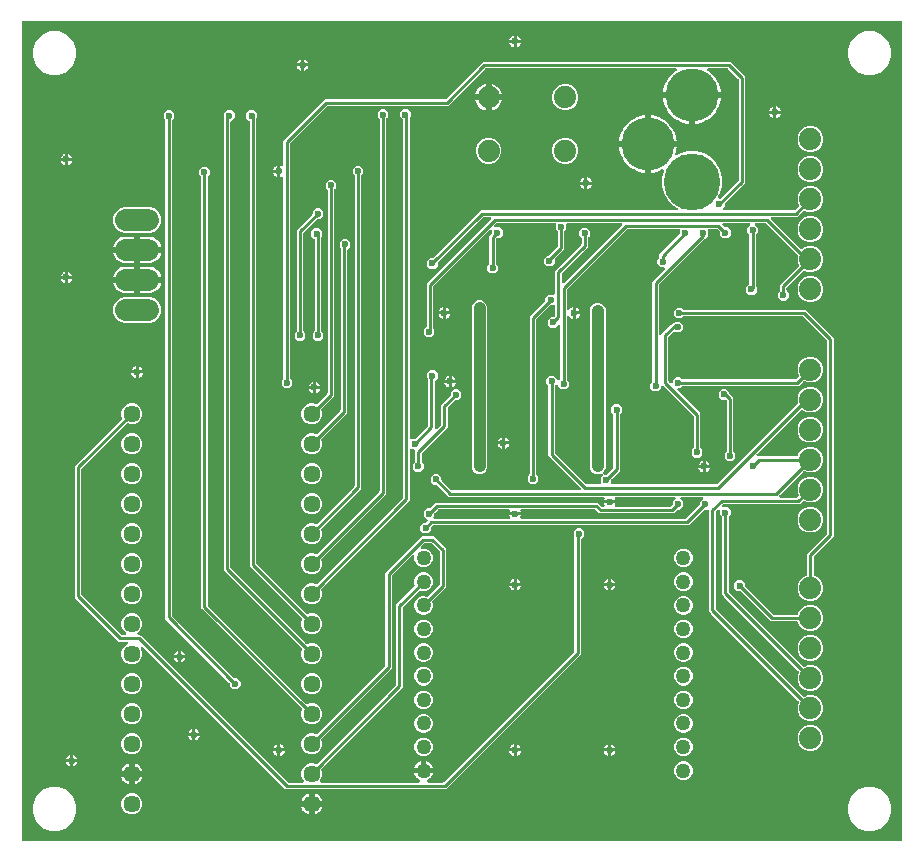
<source format=gbr>
G04 EAGLE Gerber RS-274X export*
G75*
%MOMM*%
%FSLAX34Y34*%
%LPD*%
%INBottom Copper*%
%IPPOS*%
%AMOC8*
5,1,8,0,0,1.08239X$1,22.5*%
G01*
%ADD10C,1.447800*%
%ADD11C,1.270000*%
%ADD12C,1.879600*%
%ADD13C,1.879600*%
%ADD14C,4.800000*%
%ADD15C,4.495800*%
%ADD16C,0.600000*%
%ADD17C,0.254000*%
%ADD18C,1.016000*%

G36*
X746348Y2516D02*
X746348Y2516D01*
X746467Y2523D01*
X746505Y2536D01*
X746546Y2541D01*
X746656Y2584D01*
X746769Y2621D01*
X746804Y2643D01*
X746841Y2658D01*
X746937Y2727D01*
X747038Y2791D01*
X747066Y2821D01*
X747099Y2844D01*
X747175Y2936D01*
X747256Y3023D01*
X747276Y3058D01*
X747301Y3089D01*
X747352Y3197D01*
X747410Y3301D01*
X747420Y3341D01*
X747437Y3377D01*
X747459Y3494D01*
X747489Y3609D01*
X747493Y3669D01*
X747497Y3689D01*
X747495Y3710D01*
X747499Y3770D01*
X747499Y696230D01*
X747484Y696348D01*
X747477Y696467D01*
X747464Y696505D01*
X747459Y696546D01*
X747416Y696656D01*
X747379Y696769D01*
X747357Y696804D01*
X747342Y696841D01*
X747273Y696937D01*
X747209Y697038D01*
X747179Y697066D01*
X747156Y697099D01*
X747064Y697175D01*
X746977Y697256D01*
X746942Y697276D01*
X746911Y697301D01*
X746803Y697352D01*
X746699Y697410D01*
X746659Y697420D01*
X746623Y697437D01*
X746506Y697459D01*
X746391Y697489D01*
X746331Y697493D01*
X746311Y697497D01*
X746290Y697495D01*
X746230Y697499D01*
X3770Y697499D01*
X3652Y697484D01*
X3533Y697477D01*
X3495Y697464D01*
X3454Y697459D01*
X3344Y697416D01*
X3231Y697379D01*
X3196Y697357D01*
X3159Y697342D01*
X3063Y697273D01*
X2962Y697209D01*
X2934Y697179D01*
X2901Y697156D01*
X2825Y697064D01*
X2744Y696977D01*
X2724Y696942D01*
X2699Y696911D01*
X2648Y696803D01*
X2590Y696699D01*
X2580Y696659D01*
X2563Y696623D01*
X2541Y696506D01*
X2511Y696391D01*
X2507Y696331D01*
X2503Y696311D01*
X2505Y696290D01*
X2501Y696230D01*
X2501Y3770D01*
X2516Y3652D01*
X2523Y3533D01*
X2536Y3495D01*
X2541Y3454D01*
X2584Y3344D01*
X2621Y3231D01*
X2643Y3196D01*
X2658Y3159D01*
X2727Y3063D01*
X2791Y2962D01*
X2821Y2934D01*
X2844Y2901D01*
X2936Y2825D01*
X3023Y2744D01*
X3058Y2724D01*
X3089Y2699D01*
X3197Y2648D01*
X3301Y2590D01*
X3341Y2580D01*
X3377Y2563D01*
X3494Y2541D01*
X3609Y2511D01*
X3669Y2507D01*
X3689Y2503D01*
X3710Y2505D01*
X3770Y2501D01*
X746230Y2501D01*
X746348Y2516D01*
G37*
%LPC*%
G36*
X667832Y104501D02*
X667832Y104501D01*
X663826Y106160D01*
X660760Y109226D01*
X659101Y113232D01*
X659101Y117568D01*
X660186Y120187D01*
X660194Y120216D01*
X660207Y120242D01*
X660236Y120369D01*
X660270Y120494D01*
X660271Y120524D01*
X660277Y120552D01*
X660273Y120682D01*
X660275Y120812D01*
X660268Y120841D01*
X660267Y120870D01*
X660231Y120995D01*
X660201Y121121D01*
X660187Y121147D01*
X660179Y121176D01*
X660113Y121288D01*
X660052Y121402D01*
X660033Y121424D01*
X660018Y121450D01*
X659911Y121570D01*
X586224Y195258D01*
X584229Y197252D01*
X584229Y282230D01*
X584214Y282348D01*
X584207Y282467D01*
X584194Y282505D01*
X584189Y282546D01*
X584146Y282656D01*
X584109Y282769D01*
X584087Y282804D01*
X584072Y282841D01*
X584003Y282937D01*
X583939Y283038D01*
X583909Y283066D01*
X583886Y283099D01*
X583794Y283175D01*
X583707Y283256D01*
X583672Y283276D01*
X583641Y283301D01*
X583533Y283352D01*
X583429Y283410D01*
X583389Y283420D01*
X583353Y283437D01*
X583236Y283459D01*
X583121Y283489D01*
X583061Y283493D01*
X583041Y283497D01*
X583020Y283495D01*
X582960Y283499D01*
X580943Y283499D01*
X580845Y283487D01*
X580746Y283484D01*
X580688Y283467D01*
X580628Y283459D01*
X580536Y283423D01*
X580441Y283395D01*
X580389Y283365D01*
X580332Y283342D01*
X580252Y283284D01*
X580167Y283234D01*
X580091Y283168D01*
X580075Y283156D01*
X580067Y283146D01*
X580046Y283128D01*
X566998Y270079D01*
X350823Y270079D01*
X350725Y270067D01*
X350626Y270064D01*
X350568Y270047D01*
X350508Y270039D01*
X350416Y270003D01*
X350321Y269976D01*
X350268Y269945D01*
X350212Y269922D01*
X350132Y269864D01*
X350047Y269814D01*
X349971Y269748D01*
X349955Y269736D01*
X349947Y269726D01*
X349926Y269708D01*
X349022Y268804D01*
X348962Y268726D01*
X348894Y268654D01*
X348865Y268601D01*
X348827Y268553D01*
X348788Y268462D01*
X348740Y268375D01*
X348725Y268317D01*
X348701Y268261D01*
X348686Y268163D01*
X348661Y268067D01*
X348655Y267967D01*
X348651Y267947D01*
X348652Y267935D01*
X348651Y267907D01*
X348651Y265986D01*
X346014Y263349D01*
X342286Y263349D01*
X339649Y265986D01*
X339649Y269714D01*
X342286Y272351D01*
X344207Y272351D01*
X344305Y272363D01*
X344404Y272366D01*
X344462Y272383D01*
X344522Y272391D01*
X344614Y272427D01*
X344709Y272455D01*
X344761Y272485D01*
X344818Y272508D01*
X344898Y272566D01*
X344983Y272616D01*
X345059Y272682D01*
X345075Y272695D01*
X345083Y272704D01*
X345104Y272723D01*
X345714Y273332D01*
X345799Y273442D01*
X345888Y273549D01*
X345897Y273568D01*
X345909Y273584D01*
X345964Y273712D01*
X346023Y273837D01*
X346027Y273857D01*
X346035Y273876D01*
X346057Y274014D01*
X346083Y274150D01*
X346082Y274170D01*
X346085Y274190D01*
X346072Y274329D01*
X346063Y274467D01*
X346057Y274486D01*
X346055Y274506D01*
X346008Y274637D01*
X345965Y274769D01*
X345955Y274787D01*
X345948Y274806D01*
X345870Y274920D01*
X345795Y275038D01*
X345780Y275052D01*
X345769Y275069D01*
X345665Y275161D01*
X345564Y275256D01*
X345546Y275266D01*
X345531Y275279D01*
X345407Y275342D01*
X345285Y275410D01*
X345266Y275415D01*
X345248Y275424D01*
X345201Y275434D01*
X342499Y278136D01*
X342499Y281864D01*
X345136Y284501D01*
X347057Y284501D01*
X347155Y284513D01*
X347254Y284516D01*
X347312Y284533D01*
X347372Y284541D01*
X347464Y284577D01*
X347559Y284605D01*
X347611Y284635D01*
X347668Y284658D01*
X347748Y284716D01*
X347833Y284766D01*
X347909Y284832D01*
X347925Y284844D01*
X347933Y284854D01*
X347954Y284872D01*
X352428Y289347D01*
X489872Y289347D01*
X493076Y286142D01*
X493154Y286082D01*
X493226Y286014D01*
X493279Y285985D01*
X493327Y285948D01*
X493418Y285908D01*
X493505Y285860D01*
X493563Y285845D01*
X493619Y285821D01*
X493717Y285806D01*
X493813Y285781D01*
X493913Y285775D01*
X493933Y285771D01*
X493945Y285773D01*
X493973Y285771D01*
X494440Y285771D01*
X494489Y285777D01*
X494538Y285775D01*
X494646Y285797D01*
X494755Y285811D01*
X494801Y285829D01*
X494850Y285839D01*
X494949Y285887D01*
X495051Y285928D01*
X495091Y285957D01*
X495136Y285979D01*
X495219Y286050D01*
X495308Y286114D01*
X495340Y286153D01*
X495378Y286185D01*
X495441Y286275D01*
X495511Y286359D01*
X495532Y286404D01*
X495561Y286445D01*
X495600Y286548D01*
X495646Y286647D01*
X495656Y286696D01*
X495673Y286742D01*
X495686Y286852D01*
X495706Y286959D01*
X495703Y287009D01*
X495709Y287058D01*
X495693Y287167D01*
X495686Y287277D01*
X495671Y287324D01*
X495664Y287373D01*
X495612Y287526D01*
X495191Y288541D01*
X495154Y288731D01*
X500000Y288731D01*
X504846Y288731D01*
X504809Y288541D01*
X504388Y287526D01*
X504375Y287478D01*
X504354Y287433D01*
X504333Y287325D01*
X504304Y287219D01*
X504303Y287169D01*
X504294Y287120D01*
X504301Y287011D01*
X504299Y286901D01*
X504310Y286853D01*
X504314Y286803D01*
X504347Y286699D01*
X504373Y286592D01*
X504396Y286548D01*
X504412Y286501D01*
X504470Y286408D01*
X504522Y286311D01*
X504555Y286274D01*
X504582Y286232D01*
X504662Y286156D01*
X504736Y286075D01*
X504777Y286048D01*
X504813Y286014D01*
X504910Y285961D01*
X505001Y285901D01*
X505048Y285884D01*
X505092Y285860D01*
X505198Y285833D01*
X505302Y285797D01*
X505352Y285793D01*
X505400Y285781D01*
X505560Y285771D01*
X551327Y285771D01*
X551425Y285783D01*
X551524Y285786D01*
X551582Y285803D01*
X551642Y285811D01*
X551734Y285847D01*
X551829Y285875D01*
X551881Y285905D01*
X551938Y285928D01*
X552018Y285986D01*
X552103Y286036D01*
X552179Y286102D01*
X552195Y286114D01*
X552203Y286124D01*
X552224Y286142D01*
X553128Y287046D01*
X553188Y287124D01*
X553256Y287196D01*
X553285Y287249D01*
X553322Y287297D01*
X553362Y287388D01*
X553410Y287475D01*
X553425Y287533D01*
X553449Y287589D01*
X553464Y287687D01*
X553489Y287783D01*
X553495Y287883D01*
X553499Y287903D01*
X553497Y287915D01*
X553499Y287943D01*
X553499Y289864D01*
X555698Y292063D01*
X555783Y292172D01*
X555871Y292279D01*
X555880Y292298D01*
X555892Y292314D01*
X555948Y292442D01*
X556007Y292567D01*
X556011Y292587D01*
X556019Y292606D01*
X556041Y292744D01*
X556067Y292880D01*
X556065Y292900D01*
X556069Y292920D01*
X556056Y293059D01*
X556047Y293197D01*
X556041Y293216D01*
X556039Y293236D01*
X555992Y293368D01*
X555949Y293499D01*
X555938Y293517D01*
X555931Y293536D01*
X555853Y293651D01*
X555779Y293768D01*
X555764Y293782D01*
X555753Y293799D01*
X555649Y293891D01*
X555547Y293986D01*
X555529Y293996D01*
X555514Y294009D01*
X555390Y294073D01*
X555269Y294140D01*
X555249Y294145D01*
X555231Y294154D01*
X555095Y294184D01*
X554961Y294219D01*
X554933Y294221D01*
X554921Y294224D01*
X554900Y294223D01*
X554800Y294229D01*
X505560Y294229D01*
X505511Y294223D01*
X505462Y294225D01*
X505354Y294203D01*
X505245Y294189D01*
X505199Y294171D01*
X505150Y294161D01*
X505051Y294113D01*
X504949Y294072D01*
X504909Y294043D01*
X504864Y294021D01*
X504781Y293950D01*
X504692Y293886D01*
X504660Y293847D01*
X504622Y293815D01*
X504559Y293725D01*
X504489Y293641D01*
X504468Y293596D01*
X504439Y293555D01*
X504400Y293452D01*
X504354Y293353D01*
X504344Y293304D01*
X504327Y293258D01*
X504314Y293148D01*
X504294Y293041D01*
X504297Y292991D01*
X504291Y292942D01*
X504307Y292833D01*
X504314Y292723D01*
X504329Y292676D01*
X504336Y292627D01*
X504388Y292474D01*
X504809Y291459D01*
X504846Y291269D01*
X500000Y291269D01*
X495154Y291269D01*
X495191Y291459D01*
X495612Y292474D01*
X495625Y292522D01*
X495646Y292567D01*
X495667Y292675D01*
X495696Y292781D01*
X495697Y292831D01*
X495706Y292880D01*
X495699Y292989D01*
X495701Y293099D01*
X495690Y293147D01*
X495686Y293197D01*
X495653Y293301D01*
X495627Y293408D01*
X495604Y293452D01*
X495588Y293499D01*
X495530Y293592D01*
X495478Y293689D01*
X495445Y293726D01*
X495418Y293768D01*
X495338Y293844D01*
X495264Y293925D01*
X495223Y293952D01*
X495187Y293986D01*
X495090Y294039D01*
X494999Y294099D01*
X494952Y294116D01*
X494908Y294140D01*
X494802Y294167D01*
X494698Y294203D01*
X494648Y294207D01*
X494600Y294219D01*
X494440Y294229D01*
X363852Y294229D01*
X353954Y304128D01*
X353876Y304188D01*
X353804Y304256D01*
X353751Y304285D01*
X353703Y304322D01*
X353612Y304362D01*
X353525Y304410D01*
X353467Y304425D01*
X353411Y304449D01*
X353313Y304464D01*
X353217Y304489D01*
X353117Y304495D01*
X353097Y304499D01*
X353085Y304497D01*
X353057Y304499D01*
X351136Y304499D01*
X348499Y307136D01*
X348499Y310864D01*
X351136Y313501D01*
X354864Y313501D01*
X357501Y310864D01*
X357501Y308943D01*
X357513Y308845D01*
X357516Y308746D01*
X357533Y308688D01*
X357541Y308628D01*
X357577Y308536D01*
X357605Y308441D01*
X357635Y308389D01*
X357658Y308332D01*
X357716Y308252D01*
X357766Y308167D01*
X357832Y308091D01*
X357844Y308075D01*
X357854Y308067D01*
X357872Y308046D01*
X365776Y300142D01*
X365854Y300082D01*
X365926Y300014D01*
X365979Y299985D01*
X366027Y299948D01*
X366118Y299908D01*
X366205Y299860D01*
X366263Y299845D01*
X366319Y299821D01*
X366417Y299806D01*
X366513Y299781D01*
X366613Y299775D01*
X366633Y299771D01*
X366645Y299773D01*
X366673Y299771D01*
X474247Y299771D01*
X474384Y299788D01*
X474523Y299801D01*
X474542Y299808D01*
X474562Y299811D01*
X474691Y299862D01*
X474822Y299909D01*
X474839Y299920D01*
X474858Y299928D01*
X474970Y300009D01*
X475085Y300087D01*
X475099Y300103D01*
X475115Y300114D01*
X475204Y300222D01*
X475296Y300326D01*
X475305Y300344D01*
X475318Y300359D01*
X475377Y300485D01*
X475440Y300609D01*
X475445Y300629D01*
X475454Y300647D01*
X475480Y300783D01*
X475510Y300919D01*
X475510Y300940D01*
X475513Y300959D01*
X475505Y301098D01*
X475500Y301237D01*
X475495Y301257D01*
X475494Y301277D01*
X475451Y301409D01*
X475412Y301543D01*
X475402Y301560D01*
X475396Y301579D01*
X475321Y301697D01*
X475251Y301817D01*
X475232Y301838D01*
X475225Y301848D01*
X475211Y301862D01*
X475144Y301937D01*
X450224Y326858D01*
X448229Y328852D01*
X448229Y387880D01*
X448217Y387978D01*
X448214Y388077D01*
X448197Y388135D01*
X448189Y388196D01*
X448153Y388288D01*
X448125Y388383D01*
X448095Y388435D01*
X448072Y388491D01*
X448014Y388571D01*
X447964Y388657D01*
X447898Y388732D01*
X447886Y388749D01*
X447876Y388756D01*
X447858Y388777D01*
X446499Y390136D01*
X446499Y393864D01*
X449136Y396501D01*
X452864Y396501D01*
X455510Y393855D01*
X455518Y393792D01*
X455531Y393653D01*
X455538Y393634D01*
X455541Y393614D01*
X455592Y393485D01*
X455639Y393354D01*
X455650Y393338D01*
X455658Y393319D01*
X455739Y393206D01*
X455817Y393091D01*
X455833Y393078D01*
X455844Y393061D01*
X455952Y392973D01*
X456056Y392881D01*
X456074Y392871D01*
X456089Y392859D01*
X456215Y392799D01*
X456339Y392736D01*
X456359Y392732D01*
X456377Y392723D01*
X456514Y392697D01*
X456649Y392666D01*
X456670Y392667D01*
X456689Y392663D01*
X456828Y392672D01*
X456967Y392676D01*
X456987Y392682D01*
X457007Y392683D01*
X457139Y392726D01*
X457273Y392765D01*
X457290Y392775D01*
X457309Y392781D01*
X457427Y392856D01*
X457547Y392926D01*
X457568Y392945D01*
X457578Y392951D01*
X457592Y392966D01*
X457668Y393033D01*
X457858Y393223D01*
X457918Y393301D01*
X457986Y393373D01*
X458015Y393426D01*
X458052Y393474D01*
X458092Y393565D01*
X458140Y393651D01*
X458155Y393710D01*
X458179Y393766D01*
X458194Y393864D01*
X458219Y393959D01*
X458225Y394060D01*
X458229Y394080D01*
X458227Y394092D01*
X458229Y394120D01*
X458229Y438800D01*
X458212Y438938D01*
X458199Y439076D01*
X458192Y439096D01*
X458189Y439116D01*
X458138Y439244D01*
X458091Y439376D01*
X458080Y439392D01*
X458072Y439411D01*
X457991Y439524D01*
X457913Y439639D01*
X457897Y439652D01*
X457886Y439669D01*
X457778Y439757D01*
X457674Y439849D01*
X457656Y439858D01*
X457641Y439871D01*
X457515Y439931D01*
X457391Y439994D01*
X457371Y439998D01*
X457353Y440007D01*
X457217Y440033D01*
X457081Y440064D01*
X457060Y440063D01*
X457041Y440067D01*
X456902Y440058D01*
X456763Y440054D01*
X456743Y440048D01*
X456723Y440047D01*
X456591Y440004D01*
X456457Y439965D01*
X456440Y439955D01*
X456421Y439949D01*
X456303Y439874D01*
X456183Y439804D01*
X456162Y439785D01*
X456152Y439779D01*
X456138Y439764D01*
X456063Y439698D01*
X453864Y437499D01*
X450136Y437499D01*
X447499Y440136D01*
X447499Y443864D01*
X450136Y446501D01*
X452057Y446501D01*
X452155Y446513D01*
X452254Y446516D01*
X452312Y446533D01*
X452372Y446541D01*
X452464Y446577D01*
X452559Y446605D01*
X452611Y446635D01*
X452668Y446658D01*
X452748Y446716D01*
X452833Y446766D01*
X452909Y446832D01*
X452925Y446844D01*
X452933Y446854D01*
X452954Y446872D01*
X453434Y447352D01*
X453494Y447430D01*
X453562Y447502D01*
X453591Y447555D01*
X453628Y447603D01*
X453668Y447694D01*
X453716Y447781D01*
X453731Y447839D01*
X453755Y447895D01*
X453770Y447993D01*
X453795Y448089D01*
X453801Y448189D01*
X453805Y448209D01*
X453803Y448221D01*
X453805Y448249D01*
X453805Y455376D01*
X453788Y455514D01*
X453775Y455653D01*
X453768Y455672D01*
X453765Y455692D01*
X453714Y455821D01*
X453667Y455952D01*
X453656Y455969D01*
X453648Y455987D01*
X453567Y456100D01*
X453489Y456215D01*
X453473Y456228D01*
X453462Y456245D01*
X453354Y456333D01*
X453250Y456425D01*
X453232Y456435D01*
X453217Y456447D01*
X453091Y456507D01*
X452967Y456570D01*
X452947Y456574D01*
X452929Y456583D01*
X452792Y456609D01*
X452657Y456640D01*
X452636Y456639D01*
X452617Y456643D01*
X452478Y456634D01*
X452339Y456630D01*
X452319Y456624D01*
X452299Y456623D01*
X452167Y456580D01*
X452033Y456541D01*
X452016Y456531D01*
X451997Y456525D01*
X451956Y456499D01*
X449943Y456499D01*
X449845Y456487D01*
X449746Y456484D01*
X449688Y456467D01*
X449628Y456459D01*
X449536Y456423D01*
X449441Y456395D01*
X449389Y456365D01*
X449332Y456342D01*
X449252Y456284D01*
X449167Y456234D01*
X449091Y456168D01*
X449075Y456156D01*
X449067Y456146D01*
X449046Y456128D01*
X438142Y445224D01*
X438082Y445146D01*
X438014Y445074D01*
X437985Y445021D01*
X437948Y444973D01*
X437908Y444882D01*
X437860Y444795D01*
X437845Y444737D01*
X437821Y444681D01*
X437806Y444583D01*
X437781Y444487D01*
X437775Y444387D01*
X437771Y444367D01*
X437773Y444355D01*
X437771Y444327D01*
X437771Y313696D01*
X437783Y313598D01*
X437786Y313499D01*
X437803Y313441D01*
X437811Y313380D01*
X437847Y313288D01*
X437875Y313193D01*
X437905Y313141D01*
X437928Y313085D01*
X437986Y313005D01*
X438036Y312919D01*
X438102Y312844D01*
X438114Y312827D01*
X438124Y312820D01*
X438142Y312799D01*
X439501Y311440D01*
X439501Y307712D01*
X436864Y305075D01*
X433136Y305075D01*
X430499Y307712D01*
X430499Y311440D01*
X431858Y312799D01*
X431918Y312877D01*
X431986Y312949D01*
X432015Y313002D01*
X432052Y313050D01*
X432092Y313141D01*
X432140Y313227D01*
X432155Y313286D01*
X432179Y313342D01*
X432194Y313440D01*
X432219Y313535D01*
X432225Y313635D01*
X432229Y313656D01*
X432227Y313668D01*
X432229Y313696D01*
X432229Y447148D01*
X445128Y460046D01*
X445188Y460124D01*
X445256Y460196D01*
X445285Y460249D01*
X445322Y460297D01*
X445362Y460388D01*
X445410Y460475D01*
X445425Y460533D01*
X445449Y460589D01*
X445464Y460687D01*
X445489Y460783D01*
X445495Y460883D01*
X445499Y460903D01*
X445497Y460915D01*
X445499Y460943D01*
X445499Y462864D01*
X448136Y465501D01*
X451961Y465501D01*
X452018Y465476D01*
X452143Y465417D01*
X452163Y465413D01*
X452182Y465405D01*
X452319Y465383D01*
X452456Y465357D01*
X452476Y465359D01*
X452496Y465355D01*
X452634Y465368D01*
X452773Y465377D01*
X452792Y465383D01*
X452812Y465385D01*
X452944Y465432D01*
X453075Y465475D01*
X453092Y465486D01*
X453112Y465493D01*
X453226Y465571D01*
X453344Y465645D01*
X453358Y465660D01*
X453375Y465671D01*
X453466Y465775D01*
X453562Y465877D01*
X453572Y465895D01*
X453585Y465910D01*
X453648Y466034D01*
X453716Y466155D01*
X453721Y466175D01*
X453730Y466193D01*
X453760Y466329D01*
X453795Y466463D01*
X453797Y466491D01*
X453800Y466503D01*
X453799Y466524D01*
X453805Y466624D01*
X453805Y485724D01*
X475858Y507776D01*
X475918Y507854D01*
X475986Y507926D01*
X476015Y507979D01*
X476052Y508027D01*
X476092Y508118D01*
X476140Y508205D01*
X476155Y508263D01*
X476179Y508319D01*
X476194Y508417D01*
X476219Y508513D01*
X476225Y508613D01*
X476229Y508633D01*
X476227Y508645D01*
X476229Y508673D01*
X476229Y513266D01*
X476217Y513364D01*
X476214Y513463D01*
X476197Y513521D01*
X476189Y513582D01*
X476153Y513674D01*
X476125Y513769D01*
X476095Y513821D01*
X476072Y513877D01*
X476014Y513957D01*
X475964Y514043D01*
X475898Y514118D01*
X475886Y514135D01*
X475876Y514142D01*
X475858Y514163D01*
X474499Y515522D01*
X474499Y519250D01*
X477136Y521887D01*
X480864Y521887D01*
X483501Y519250D01*
X483501Y515522D01*
X482142Y514163D01*
X482082Y514085D01*
X482014Y514013D01*
X481985Y513960D01*
X481948Y513912D01*
X481908Y513821D01*
X481860Y513735D01*
X481845Y513676D01*
X481821Y513620D01*
X481806Y513522D01*
X481781Y513427D01*
X481775Y513327D01*
X481771Y513306D01*
X481773Y513294D01*
X481771Y513266D01*
X481771Y505852D01*
X459718Y483800D01*
X459658Y483722D01*
X459590Y483650D01*
X459561Y483597D01*
X459524Y483549D01*
X459484Y483458D01*
X459436Y483371D01*
X459421Y483313D01*
X459397Y483257D01*
X459382Y483159D01*
X459357Y483063D01*
X459351Y482963D01*
X459347Y482943D01*
X459349Y482931D01*
X459347Y482903D01*
X459347Y476329D01*
X459364Y476192D01*
X459377Y476053D01*
X459384Y476034D01*
X459387Y476014D01*
X459438Y475885D01*
X459485Y475754D01*
X459496Y475737D01*
X459504Y475718D01*
X459585Y475606D01*
X459663Y475491D01*
X459679Y475477D01*
X459690Y475461D01*
X459798Y475372D01*
X459902Y475280D01*
X459920Y475271D01*
X459935Y475258D01*
X460061Y475199D01*
X460185Y475136D01*
X460205Y475131D01*
X460223Y475122D01*
X460359Y475096D01*
X460495Y475066D01*
X460516Y475066D01*
X460535Y475063D01*
X460674Y475071D01*
X460813Y475076D01*
X460833Y475081D01*
X460853Y475082D01*
X460985Y475125D01*
X461119Y475164D01*
X461136Y475174D01*
X461155Y475180D01*
X461273Y475255D01*
X461393Y475325D01*
X461414Y475344D01*
X461424Y475351D01*
X461438Y475365D01*
X461513Y475432D01*
X510144Y524063D01*
X510229Y524172D01*
X510318Y524279D01*
X510327Y524298D01*
X510339Y524314D01*
X510395Y524442D01*
X510454Y524567D01*
X510457Y524587D01*
X510465Y524606D01*
X510487Y524744D01*
X510513Y524880D01*
X510512Y524900D01*
X510515Y524920D01*
X510502Y525059D01*
X510494Y525197D01*
X510487Y525216D01*
X510485Y525236D01*
X510438Y525368D01*
X510396Y525499D01*
X510385Y525517D01*
X510378Y525536D01*
X510300Y525651D01*
X510225Y525768D01*
X510211Y525782D01*
X510199Y525799D01*
X510095Y525891D01*
X509994Y525986D01*
X509976Y525996D01*
X509961Y526009D01*
X509837Y526072D01*
X509715Y526140D01*
X509696Y526145D01*
X509678Y526154D01*
X509542Y526184D01*
X509407Y526219D01*
X509379Y526221D01*
X509367Y526224D01*
X509347Y526223D01*
X509247Y526229D01*
X464770Y526229D01*
X464652Y526214D01*
X464533Y526207D01*
X464495Y526194D01*
X464454Y526189D01*
X464344Y526146D01*
X464231Y526109D01*
X464196Y526087D01*
X464159Y526072D01*
X464063Y526003D01*
X463962Y525939D01*
X463934Y525909D01*
X463901Y525886D01*
X463825Y525794D01*
X463744Y525707D01*
X463724Y525672D01*
X463699Y525641D01*
X463648Y525533D01*
X463590Y525429D01*
X463580Y525389D01*
X463563Y525353D01*
X463541Y525236D01*
X463511Y525121D01*
X463507Y525061D01*
X463503Y525041D01*
X463505Y525020D01*
X463501Y524960D01*
X463501Y521136D01*
X462142Y519777D01*
X462082Y519699D01*
X462014Y519627D01*
X461985Y519574D01*
X461948Y519526D01*
X461908Y519435D01*
X461860Y519349D01*
X461845Y519290D01*
X461821Y519234D01*
X461806Y519136D01*
X461781Y519041D01*
X461775Y518941D01*
X461771Y518920D01*
X461773Y518908D01*
X461771Y518880D01*
X461771Y503852D01*
X453872Y495954D01*
X453812Y495876D01*
X453744Y495804D01*
X453715Y495751D01*
X453678Y495703D01*
X453638Y495612D01*
X453590Y495525D01*
X453575Y495467D01*
X453551Y495411D01*
X453536Y495313D01*
X453511Y495217D01*
X453505Y495117D01*
X453501Y495097D01*
X453503Y495085D01*
X453501Y495057D01*
X453501Y492136D01*
X450864Y489499D01*
X447136Y489499D01*
X444499Y492136D01*
X444499Y495864D01*
X447136Y498501D01*
X448057Y498501D01*
X448155Y498513D01*
X448254Y498516D01*
X448312Y498533D01*
X448372Y498541D01*
X448464Y498577D01*
X448559Y498605D01*
X448611Y498635D01*
X448668Y498658D01*
X448748Y498716D01*
X448833Y498766D01*
X448909Y498832D01*
X448925Y498844D01*
X448933Y498854D01*
X448954Y498872D01*
X455858Y505776D01*
X455918Y505854D01*
X455986Y505926D01*
X456015Y505979D01*
X456052Y506027D01*
X456092Y506118D01*
X456140Y506205D01*
X456155Y506263D01*
X456179Y506319D01*
X456194Y506417D01*
X456219Y506513D01*
X456225Y506613D01*
X456229Y506633D01*
X456227Y506645D01*
X456229Y506673D01*
X456229Y518880D01*
X456217Y518978D01*
X456214Y519077D01*
X456197Y519135D01*
X456189Y519196D01*
X456153Y519288D01*
X456125Y519383D01*
X456095Y519435D01*
X456072Y519491D01*
X456014Y519571D01*
X455964Y519657D01*
X455898Y519732D01*
X455886Y519749D01*
X455876Y519756D01*
X455858Y519777D01*
X454499Y521136D01*
X454499Y524960D01*
X454484Y525078D01*
X454477Y525197D01*
X454464Y525235D01*
X454459Y525276D01*
X454416Y525386D01*
X454379Y525499D01*
X454357Y525534D01*
X454342Y525571D01*
X454273Y525667D01*
X454209Y525768D01*
X454179Y525796D01*
X454156Y525829D01*
X454064Y525905D01*
X453977Y525986D01*
X453942Y526006D01*
X453911Y526031D01*
X453803Y526082D01*
X453699Y526140D01*
X453659Y526150D01*
X453623Y526167D01*
X453506Y526189D01*
X453391Y526219D01*
X453331Y526223D01*
X453311Y526227D01*
X453290Y526225D01*
X453230Y526229D01*
X404673Y526229D01*
X404575Y526217D01*
X404476Y526214D01*
X404418Y526197D01*
X404358Y526189D01*
X404266Y526153D01*
X404171Y526125D01*
X404119Y526095D01*
X404062Y526072D01*
X403982Y526014D01*
X403897Y525964D01*
X403821Y525898D01*
X403805Y525886D01*
X403797Y525876D01*
X403776Y525858D01*
X402586Y524667D01*
X402501Y524558D01*
X402412Y524451D01*
X402403Y524432D01*
X402391Y524416D01*
X402336Y524289D01*
X402276Y524163D01*
X402273Y524143D01*
X402265Y524124D01*
X402243Y523986D01*
X402217Y523850D01*
X402218Y523830D01*
X402215Y523810D01*
X402228Y523671D01*
X402236Y523533D01*
X402243Y523514D01*
X402245Y523494D01*
X402292Y523362D01*
X402334Y523231D01*
X402345Y523213D01*
X402352Y523194D01*
X402430Y523079D01*
X402505Y522962D01*
X402519Y522948D01*
X402531Y522931D01*
X402635Y522839D01*
X402736Y522744D01*
X402754Y522734D01*
X402769Y522721D01*
X402893Y522658D01*
X403015Y522590D01*
X403034Y522585D01*
X403052Y522576D01*
X403188Y522546D01*
X403323Y522511D01*
X403351Y522509D01*
X403363Y522506D01*
X403383Y522507D01*
X403483Y522501D01*
X406864Y522501D01*
X409501Y519864D01*
X409501Y516136D01*
X406864Y513499D01*
X405040Y513499D01*
X404922Y513484D01*
X404803Y513477D01*
X404765Y513464D01*
X404724Y513459D01*
X404614Y513416D01*
X404501Y513379D01*
X404466Y513357D01*
X404429Y513342D01*
X404333Y513273D01*
X404232Y513209D01*
X404204Y513179D01*
X404171Y513156D01*
X404095Y513064D01*
X404014Y512977D01*
X403994Y512942D01*
X403969Y512911D01*
X403918Y512803D01*
X403860Y512699D01*
X403850Y512659D01*
X403833Y512623D01*
X403811Y512506D01*
X403781Y512391D01*
X403777Y512331D01*
X403773Y512311D01*
X403775Y512290D01*
X403771Y512230D01*
X403771Y492120D01*
X403783Y492022D01*
X403786Y491923D01*
X403803Y491865D01*
X403811Y491804D01*
X403847Y491712D01*
X403875Y491617D01*
X403905Y491565D01*
X403928Y491509D01*
X403986Y491429D01*
X404036Y491343D01*
X404102Y491268D01*
X404114Y491251D01*
X404124Y491244D01*
X404142Y491223D01*
X405501Y489864D01*
X405501Y486136D01*
X402864Y483499D01*
X399136Y483499D01*
X396499Y486136D01*
X396499Y489864D01*
X397858Y491223D01*
X397918Y491301D01*
X397986Y491373D01*
X398015Y491426D01*
X398052Y491474D01*
X398092Y491565D01*
X398140Y491651D01*
X398155Y491710D01*
X398179Y491766D01*
X398194Y491864D01*
X398219Y491959D01*
X398225Y492059D01*
X398229Y492080D01*
X398227Y492092D01*
X398229Y492120D01*
X398229Y515148D01*
X400128Y517046D01*
X400188Y517124D01*
X400256Y517196D01*
X400285Y517249D01*
X400322Y517297D01*
X400362Y517388D01*
X400410Y517475D01*
X400425Y517533D01*
X400449Y517589D01*
X400464Y517687D01*
X400489Y517783D01*
X400495Y517883D01*
X400499Y517903D01*
X400497Y517915D01*
X400499Y517943D01*
X400499Y519517D01*
X400482Y519654D01*
X400469Y519793D01*
X400462Y519812D01*
X400459Y519832D01*
X400408Y519961D01*
X400361Y520092D01*
X400350Y520109D01*
X400342Y520128D01*
X400261Y520240D01*
X400183Y520355D01*
X400167Y520369D01*
X400156Y520385D01*
X400048Y520474D01*
X399944Y520566D01*
X399926Y520575D01*
X399911Y520588D01*
X399785Y520647D01*
X399661Y520710D01*
X399641Y520715D01*
X399623Y520724D01*
X399487Y520750D01*
X399351Y520780D01*
X399330Y520780D01*
X399311Y520783D01*
X399172Y520775D01*
X399033Y520770D01*
X399013Y520765D01*
X398993Y520764D01*
X398861Y520721D01*
X398727Y520682D01*
X398710Y520672D01*
X398691Y520666D01*
X398573Y520591D01*
X398453Y520521D01*
X398432Y520502D01*
X398422Y520495D01*
X398408Y520481D01*
X398333Y520414D01*
X351142Y473224D01*
X351082Y473146D01*
X351014Y473074D01*
X350985Y473021D01*
X350948Y472973D01*
X350908Y472882D01*
X350860Y472795D01*
X350845Y472737D01*
X350821Y472681D01*
X350806Y472583D01*
X350781Y472487D01*
X350775Y472387D01*
X350771Y472367D01*
X350773Y472355D01*
X350771Y472327D01*
X350771Y437120D01*
X350783Y437022D01*
X350786Y436923D01*
X350803Y436865D01*
X350811Y436804D01*
X350847Y436712D01*
X350875Y436617D01*
X350905Y436565D01*
X350928Y436509D01*
X350986Y436429D01*
X351036Y436343D01*
X351102Y436268D01*
X351114Y436251D01*
X351124Y436244D01*
X351142Y436223D01*
X351501Y435864D01*
X351501Y432136D01*
X348864Y429499D01*
X345136Y429499D01*
X342499Y432136D01*
X342499Y435864D01*
X344858Y438223D01*
X344918Y438301D01*
X344986Y438373D01*
X345010Y438416D01*
X345031Y438442D01*
X345037Y438454D01*
X345052Y438474D01*
X345092Y438565D01*
X345140Y438651D01*
X345151Y438697D01*
X345167Y438730D01*
X345170Y438745D01*
X345179Y438766D01*
X345194Y438864D01*
X345219Y438959D01*
X345223Y439024D01*
X345227Y439042D01*
X345226Y439060D01*
X345229Y439080D01*
X345227Y439092D01*
X345229Y439120D01*
X345229Y475148D01*
X399144Y529063D01*
X399229Y529172D01*
X399318Y529279D01*
X399327Y529298D01*
X399339Y529314D01*
X399395Y529442D01*
X399454Y529567D01*
X399457Y529587D01*
X399465Y529606D01*
X399487Y529744D01*
X399513Y529880D01*
X399512Y529900D01*
X399515Y529920D01*
X399502Y530059D01*
X399494Y530197D01*
X399487Y530216D01*
X399485Y530236D01*
X399438Y530368D01*
X399396Y530499D01*
X399385Y530517D01*
X399378Y530536D01*
X399300Y530651D01*
X399225Y530768D01*
X399211Y530782D01*
X399199Y530799D01*
X399095Y530891D01*
X398994Y530986D01*
X398976Y530996D01*
X398961Y531009D01*
X398837Y531072D01*
X398715Y531140D01*
X398696Y531145D01*
X398678Y531154D01*
X398542Y531184D01*
X398407Y531219D01*
X398379Y531221D01*
X398367Y531224D01*
X398347Y531223D01*
X398247Y531229D01*
X393673Y531229D01*
X393575Y531217D01*
X393476Y531214D01*
X393418Y531197D01*
X393358Y531189D01*
X393266Y531153D01*
X393171Y531125D01*
X393118Y531095D01*
X393062Y531072D01*
X392982Y531014D01*
X392897Y530964D01*
X392821Y530898D01*
X392805Y530886D01*
X392797Y530876D01*
X392776Y530858D01*
X354872Y492954D01*
X354812Y492876D01*
X354744Y492804D01*
X354715Y492751D01*
X354678Y492703D01*
X354638Y492612D01*
X354590Y492525D01*
X354575Y492467D01*
X354551Y492411D01*
X354536Y492313D01*
X354511Y492217D01*
X354505Y492117D01*
X354501Y492097D01*
X354503Y492085D01*
X354501Y492057D01*
X354501Y490136D01*
X351864Y487499D01*
X348136Y487499D01*
X345499Y490136D01*
X345499Y493864D01*
X348136Y496501D01*
X350057Y496501D01*
X350155Y496513D01*
X350254Y496516D01*
X350312Y496533D01*
X350372Y496541D01*
X350464Y496577D01*
X350559Y496605D01*
X350611Y496635D01*
X350668Y496658D01*
X350748Y496716D01*
X350833Y496766D01*
X350909Y496832D01*
X350925Y496844D01*
X350933Y496854D01*
X350954Y496872D01*
X388858Y534776D01*
X390852Y536771D01*
X556613Y536771D01*
X556757Y536789D01*
X556902Y536804D01*
X556915Y536809D01*
X556928Y536811D01*
X557063Y536864D01*
X557200Y536915D01*
X557211Y536923D01*
X557224Y536928D01*
X557341Y537013D01*
X557461Y537096D01*
X557470Y537107D01*
X557481Y537114D01*
X557574Y537226D01*
X557669Y537337D01*
X557675Y537349D01*
X557684Y537359D01*
X557746Y537491D01*
X557811Y537622D01*
X557814Y537635D01*
X557819Y537647D01*
X557847Y537790D01*
X557877Y537933D01*
X557877Y537946D01*
X557879Y537959D01*
X557870Y538104D01*
X557864Y538250D01*
X557860Y538264D01*
X557859Y538277D01*
X557815Y538415D01*
X557773Y538555D01*
X557766Y538567D01*
X557761Y538579D01*
X557684Y538702D01*
X557608Y538827D01*
X557598Y538837D01*
X557591Y538848D01*
X557485Y538948D01*
X557381Y539050D01*
X557366Y539060D01*
X557360Y539066D01*
X557345Y539074D01*
X557247Y539139D01*
X554342Y540816D01*
X549594Y545564D01*
X546237Y551379D01*
X544499Y557865D01*
X544499Y564579D01*
X545963Y570041D01*
X545975Y570132D01*
X545997Y570221D01*
X545997Y570289D01*
X546006Y570356D01*
X545995Y570448D01*
X545995Y570539D01*
X545977Y570605D01*
X545969Y570672D01*
X545937Y570758D01*
X545913Y570847D01*
X545880Y570906D01*
X545856Y570969D01*
X545802Y571044D01*
X545757Y571124D01*
X545711Y571173D01*
X545671Y571228D01*
X545601Y571288D01*
X545538Y571354D01*
X545480Y571390D01*
X545429Y571434D01*
X545346Y571474D01*
X545268Y571522D01*
X545203Y571543D01*
X545142Y571572D01*
X545052Y571590D01*
X544965Y571618D01*
X544897Y571622D01*
X544831Y571635D01*
X544739Y571631D01*
X544647Y571636D01*
X544581Y571622D01*
X544513Y571619D01*
X544425Y571592D01*
X544335Y571574D01*
X544225Y571529D01*
X544210Y571524D01*
X544203Y571520D01*
X544186Y571513D01*
X541767Y570348D01*
X539172Y569440D01*
X536491Y568828D01*
X534923Y568651D01*
X534923Y590461D01*
X556733Y590461D01*
X556556Y588893D01*
X555944Y586212D01*
X555469Y584855D01*
X555463Y584828D01*
X555452Y584803D01*
X555430Y584673D01*
X555402Y584544D01*
X555403Y584516D01*
X555399Y584489D01*
X555410Y584358D01*
X555415Y584226D01*
X555423Y584200D01*
X555425Y584172D01*
X555469Y584048D01*
X555507Y583921D01*
X555521Y583898D01*
X555530Y583872D01*
X555603Y583762D01*
X555671Y583649D01*
X555690Y583630D01*
X555706Y583607D01*
X555804Y583518D01*
X555898Y583426D01*
X555921Y583412D01*
X555942Y583394D01*
X556058Y583333D01*
X556173Y583266D01*
X556199Y583259D01*
X556223Y583246D01*
X556352Y583216D01*
X556479Y583180D01*
X556506Y583180D01*
X556533Y583173D01*
X556665Y583176D01*
X556797Y583173D01*
X556823Y583179D01*
X556851Y583180D01*
X556978Y583215D01*
X557106Y583245D01*
X557131Y583257D01*
X557157Y583265D01*
X557302Y583336D01*
X560157Y584985D01*
X566643Y586723D01*
X573357Y586723D01*
X579843Y584985D01*
X585658Y581628D01*
X590406Y576880D01*
X593763Y571065D01*
X595501Y564579D01*
X595501Y557865D01*
X593763Y551379D01*
X592166Y548613D01*
X592107Y548472D01*
X592046Y548333D01*
X592045Y548326D01*
X592043Y548320D01*
X592021Y548170D01*
X591997Y548019D01*
X591997Y548012D01*
X591996Y548005D01*
X592012Y547855D01*
X592026Y547702D01*
X592029Y547696D01*
X592029Y547689D01*
X592082Y547547D01*
X592134Y547403D01*
X592138Y547397D01*
X592140Y547391D01*
X592227Y547266D01*
X592313Y547140D01*
X592318Y547135D01*
X592322Y547130D01*
X592437Y547030D01*
X592551Y546929D01*
X592557Y546926D01*
X592562Y546922D01*
X592699Y546854D01*
X592834Y546785D01*
X592841Y546783D01*
X592847Y546780D01*
X592997Y546748D01*
X593145Y546715D01*
X593151Y546715D01*
X593158Y546714D01*
X593311Y546720D01*
X593462Y546725D01*
X593469Y546727D01*
X593476Y546727D01*
X593622Y546771D01*
X593768Y546813D01*
X593774Y546817D01*
X593780Y546819D01*
X593911Y546898D01*
X594042Y546975D01*
X594049Y546981D01*
X594052Y546983D01*
X594060Y546991D01*
X594163Y547081D01*
X608858Y561776D01*
X608918Y561854D01*
X608986Y561926D01*
X609015Y561979D01*
X609052Y562027D01*
X609092Y562118D01*
X609140Y562205D01*
X609155Y562263D01*
X609179Y562319D01*
X609194Y562417D01*
X609219Y562513D01*
X609225Y562613D01*
X609229Y562633D01*
X609227Y562645D01*
X609229Y562673D01*
X609229Y647327D01*
X609217Y647425D01*
X609214Y647524D01*
X609197Y647582D01*
X609189Y647642D01*
X609153Y647734D01*
X609125Y647829D01*
X609095Y647881D01*
X609072Y647938D01*
X609014Y648018D01*
X608964Y648103D01*
X608898Y648179D01*
X608886Y648195D01*
X608876Y648203D01*
X608858Y648224D01*
X600224Y656858D01*
X600146Y656918D01*
X600074Y656986D01*
X600021Y657015D01*
X599973Y657052D01*
X599882Y657092D01*
X599795Y657140D01*
X599737Y657155D01*
X599681Y657179D01*
X599583Y657194D01*
X599487Y657219D01*
X599387Y657225D01*
X599367Y657229D01*
X599355Y657227D01*
X599327Y657229D01*
X583879Y657229D01*
X583757Y657214D01*
X583636Y657206D01*
X583600Y657194D01*
X583563Y657189D01*
X583450Y657145D01*
X583333Y657106D01*
X583302Y657086D01*
X583267Y657072D01*
X583169Y657001D01*
X583066Y656935D01*
X583040Y656907D01*
X583010Y656886D01*
X582932Y656791D01*
X582849Y656702D01*
X582831Y656669D01*
X582807Y656641D01*
X582755Y656530D01*
X582697Y656423D01*
X582688Y656387D01*
X582672Y656353D01*
X582649Y656233D01*
X582619Y656114D01*
X582619Y656077D01*
X582612Y656041D01*
X582619Y655919D01*
X582620Y655796D01*
X582629Y655760D01*
X582632Y655723D01*
X582669Y655607D01*
X582700Y655489D01*
X582718Y655456D01*
X582730Y655421D01*
X582795Y655317D01*
X582854Y655211D01*
X582880Y655183D01*
X582900Y655152D01*
X582989Y655068D01*
X583073Y654979D01*
X583117Y654947D01*
X583131Y654934D01*
X583150Y654924D01*
X583203Y654885D01*
X583934Y654426D01*
X586084Y652712D01*
X588028Y650768D01*
X589742Y648618D01*
X591205Y646290D01*
X592398Y643813D01*
X593306Y641218D01*
X593918Y638537D01*
X594095Y636969D01*
X571016Y636969D01*
X570898Y636954D01*
X570779Y636947D01*
X570741Y636934D01*
X570701Y636929D01*
X570590Y636886D01*
X570477Y636849D01*
X570443Y636827D01*
X570405Y636812D01*
X570309Y636742D01*
X570208Y636679D01*
X570180Y636649D01*
X570148Y636625D01*
X570072Y636534D01*
X569990Y636447D01*
X569971Y636412D01*
X569945Y636381D01*
X569894Y636273D01*
X569837Y636169D01*
X569826Y636129D01*
X569809Y636093D01*
X569787Y635976D01*
X569757Y635861D01*
X569753Y635800D01*
X569749Y635780D01*
X569751Y635760D01*
X569747Y635700D01*
X569747Y634429D01*
X569745Y634429D01*
X569745Y635700D01*
X569730Y635818D01*
X569723Y635937D01*
X569710Y635975D01*
X569705Y636015D01*
X569661Y636126D01*
X569625Y636239D01*
X569603Y636274D01*
X569588Y636311D01*
X569518Y636407D01*
X569455Y636508D01*
X569425Y636536D01*
X569401Y636569D01*
X569310Y636644D01*
X569223Y636726D01*
X569188Y636746D01*
X569156Y636771D01*
X569049Y636822D01*
X568944Y636880D01*
X568905Y636890D01*
X568869Y636907D01*
X568752Y636929D01*
X568637Y636959D01*
X568576Y636963D01*
X568556Y636967D01*
X568536Y636965D01*
X568476Y636969D01*
X545397Y636969D01*
X545574Y638537D01*
X546186Y641218D01*
X547094Y643813D01*
X548287Y646290D01*
X548481Y646599D01*
X549279Y647868D01*
X549279Y647869D01*
X549750Y648618D01*
X551464Y650768D01*
X553408Y652712D01*
X555558Y654426D01*
X556289Y654885D01*
X556383Y654963D01*
X556482Y655034D01*
X556506Y655063D01*
X556535Y655087D01*
X556607Y655185D01*
X556685Y655279D01*
X556701Y655313D01*
X556723Y655343D01*
X556768Y655457D01*
X556820Y655567D01*
X556827Y655604D01*
X556841Y655638D01*
X556857Y655760D01*
X556880Y655880D01*
X556878Y655917D01*
X556883Y655954D01*
X556868Y656075D01*
X556860Y656197D01*
X556849Y656232D01*
X556844Y656269D01*
X556800Y656383D01*
X556762Y656499D01*
X556742Y656531D01*
X556729Y656566D01*
X556658Y656665D01*
X556592Y656768D01*
X556565Y656794D01*
X556543Y656824D01*
X556450Y656902D01*
X556361Y656986D01*
X556328Y657004D01*
X556299Y657028D01*
X556189Y657081D01*
X556082Y657140D01*
X556046Y657149D01*
X556012Y657165D01*
X555892Y657189D01*
X555774Y657219D01*
X555719Y657223D01*
X555700Y657226D01*
X555679Y657225D01*
X555613Y657229D01*
X395673Y657229D01*
X395575Y657217D01*
X395476Y657214D01*
X395418Y657197D01*
X395358Y657189D01*
X395266Y657153D01*
X395171Y657125D01*
X395119Y657095D01*
X395062Y657072D01*
X394982Y657014D01*
X394897Y656964D01*
X394821Y656898D01*
X394805Y656886D01*
X394797Y656876D01*
X394776Y656858D01*
X363148Y625229D01*
X261673Y625229D01*
X261575Y625217D01*
X261476Y625214D01*
X261418Y625197D01*
X261358Y625189D01*
X261266Y625153D01*
X261171Y625125D01*
X261119Y625095D01*
X261062Y625072D01*
X260982Y625014D01*
X260897Y624964D01*
X260821Y624898D01*
X260805Y624886D01*
X260797Y624876D01*
X260776Y624858D01*
X229718Y593800D01*
X229658Y593722D01*
X229590Y593650D01*
X229561Y593597D01*
X229524Y593549D01*
X229484Y593458D01*
X229436Y593371D01*
X229421Y593313D01*
X229397Y593257D01*
X229382Y593159D01*
X229357Y593063D01*
X229351Y592963D01*
X229347Y592943D01*
X229349Y592931D01*
X229347Y592903D01*
X229347Y395544D01*
X229359Y395446D01*
X229362Y395347D01*
X229379Y395288D01*
X229387Y395228D01*
X229423Y395136D01*
X229451Y395041D01*
X229481Y394989D01*
X229504Y394933D01*
X229562Y394853D01*
X229612Y394767D01*
X229678Y394692D01*
X229690Y394675D01*
X229700Y394668D01*
X229718Y394646D01*
X231501Y392864D01*
X231501Y389136D01*
X228864Y386499D01*
X225136Y386499D01*
X222499Y389136D01*
X222499Y392864D01*
X223434Y393798D01*
X223494Y393877D01*
X223562Y393949D01*
X223587Y393993D01*
X223607Y394018D01*
X223612Y394029D01*
X223628Y394050D01*
X223668Y394141D01*
X223716Y394227D01*
X223727Y394273D01*
X223743Y394306D01*
X223746Y394321D01*
X223755Y394342D01*
X223770Y394440D01*
X223795Y394535D01*
X223799Y394600D01*
X223803Y394618D01*
X223802Y394636D01*
X223805Y394656D01*
X223803Y394668D01*
X223805Y394696D01*
X223805Y564264D01*
X223799Y564313D01*
X223801Y564363D01*
X223779Y564470D01*
X223765Y564579D01*
X223747Y564626D01*
X223737Y564674D01*
X223689Y564773D01*
X223648Y564875D01*
X223619Y564915D01*
X223597Y564960D01*
X223526Y565044D01*
X223462Y565132D01*
X223423Y565164D01*
X223391Y565202D01*
X223301Y565265D01*
X223217Y565335D01*
X223172Y565356D01*
X223131Y565385D01*
X223028Y565424D01*
X222929Y565471D01*
X222880Y565480D01*
X222834Y565498D01*
X222724Y565510D01*
X222617Y565531D01*
X222567Y565527D01*
X222518Y565533D01*
X222409Y565518D01*
X222299Y565511D01*
X222252Y565496D01*
X222203Y565489D01*
X222050Y565437D01*
X221459Y565191D01*
X221269Y565154D01*
X221269Y570000D01*
X221269Y574846D01*
X221459Y574809D01*
X222050Y574563D01*
X222098Y574550D01*
X222143Y574529D01*
X222251Y574509D01*
X222357Y574480D01*
X222407Y574479D01*
X222456Y574469D01*
X222565Y574476D01*
X222675Y574474D01*
X222723Y574486D01*
X222773Y574489D01*
X222877Y574523D01*
X222984Y574549D01*
X223028Y574572D01*
X223075Y574587D01*
X223168Y574646D01*
X223265Y574697D01*
X223302Y574731D01*
X223344Y574757D01*
X223419Y574837D01*
X223501Y574911D01*
X223528Y574953D01*
X223562Y574989D01*
X223615Y575085D01*
X223675Y575177D01*
X223692Y575224D01*
X223716Y575267D01*
X223743Y575374D01*
X223779Y575478D01*
X223783Y575527D01*
X223795Y575575D01*
X223805Y575736D01*
X223805Y595724D01*
X258852Y630771D01*
X360327Y630771D01*
X360425Y630783D01*
X360524Y630786D01*
X360582Y630803D01*
X360642Y630811D01*
X360734Y630847D01*
X360829Y630875D01*
X360881Y630905D01*
X360938Y630928D01*
X361018Y630986D01*
X361103Y631036D01*
X361179Y631102D01*
X361195Y631114D01*
X361200Y631120D01*
X361204Y631123D01*
X361208Y631129D01*
X361224Y631142D01*
X392852Y662771D01*
X602148Y662771D01*
X612776Y652142D01*
X614771Y650148D01*
X614771Y559852D01*
X612776Y557858D01*
X597872Y542954D01*
X597812Y542876D01*
X597744Y542804D01*
X597715Y542751D01*
X597678Y542703D01*
X597638Y542612D01*
X597590Y542525D01*
X597575Y542467D01*
X597551Y542411D01*
X597536Y542313D01*
X597511Y542217D01*
X597505Y542117D01*
X597501Y542097D01*
X597503Y542085D01*
X597501Y542057D01*
X597501Y540136D01*
X596302Y538937D01*
X596217Y538828D01*
X596129Y538721D01*
X596120Y538702D01*
X596108Y538686D01*
X596052Y538558D01*
X595993Y538433D01*
X595989Y538413D01*
X595981Y538394D01*
X595959Y538256D01*
X595933Y538120D01*
X595935Y538100D01*
X595931Y538080D01*
X595944Y537941D01*
X595953Y537803D01*
X595959Y537784D01*
X595961Y537764D01*
X596008Y537632D01*
X596051Y537501D01*
X596062Y537483D01*
X596069Y537464D01*
X596147Y537349D01*
X596221Y537232D01*
X596236Y537218D01*
X596247Y537201D01*
X596352Y537109D01*
X596453Y537014D01*
X596471Y537004D01*
X596486Y536991D01*
X596610Y536927D01*
X596731Y536860D01*
X596751Y536855D01*
X596769Y536846D01*
X596905Y536816D01*
X597039Y536781D01*
X597067Y536779D01*
X597079Y536776D01*
X597100Y536777D01*
X597200Y536771D01*
X656127Y536771D01*
X656225Y536783D01*
X656324Y536786D01*
X656382Y536803D01*
X656442Y536811D01*
X656534Y536847D01*
X656629Y536875D01*
X656681Y536905D01*
X656738Y536928D01*
X656818Y536986D01*
X656903Y537036D01*
X656979Y537102D01*
X656995Y537114D01*
X657003Y537124D01*
X657024Y537142D01*
X659911Y540030D01*
X659929Y540053D01*
X659952Y540072D01*
X660026Y540178D01*
X660106Y540281D01*
X660118Y540308D01*
X660135Y540332D01*
X660181Y540453D01*
X660232Y540573D01*
X660237Y540602D01*
X660247Y540629D01*
X660262Y540758D01*
X660282Y540887D01*
X660279Y540916D01*
X660283Y540945D01*
X660265Y541074D01*
X660252Y541203D01*
X660242Y541231D01*
X660238Y541260D01*
X660186Y541413D01*
X659101Y544032D01*
X659101Y548368D01*
X660760Y552374D01*
X663826Y555440D01*
X667832Y557099D01*
X672168Y557099D01*
X676174Y555440D01*
X679240Y552374D01*
X680899Y548368D01*
X680899Y544032D01*
X679240Y540026D01*
X676174Y536960D01*
X672168Y535301D01*
X667832Y535301D01*
X665213Y536386D01*
X665184Y536394D01*
X665158Y536407D01*
X665031Y536436D01*
X664906Y536470D01*
X664876Y536471D01*
X664848Y536477D01*
X664718Y536473D01*
X664588Y536475D01*
X664559Y536468D01*
X664530Y536467D01*
X664405Y536431D01*
X664279Y536401D01*
X664253Y536387D01*
X664224Y536379D01*
X664113Y536313D01*
X663998Y536252D01*
X663976Y536233D01*
X663950Y536218D01*
X663830Y536111D01*
X658948Y531229D01*
X637753Y531229D01*
X637616Y531212D01*
X637477Y531199D01*
X637458Y531192D01*
X637438Y531189D01*
X637309Y531138D01*
X637178Y531091D01*
X637161Y531080D01*
X637142Y531072D01*
X637030Y530991D01*
X636915Y530913D01*
X636901Y530897D01*
X636885Y530886D01*
X636796Y530778D01*
X636704Y530674D01*
X636695Y530656D01*
X636682Y530641D01*
X636623Y530515D01*
X636560Y530391D01*
X636555Y530371D01*
X636546Y530353D01*
X636520Y530217D01*
X636490Y530081D01*
X636490Y530060D01*
X636487Y530041D01*
X636495Y529902D01*
X636500Y529763D01*
X636505Y529743D01*
X636506Y529723D01*
X636549Y529591D01*
X636588Y529457D01*
X636598Y529440D01*
X636604Y529421D01*
X636679Y529303D01*
X636749Y529183D01*
X636768Y529162D01*
X636775Y529152D01*
X636789Y529138D01*
X636856Y529063D01*
X661655Y504263D01*
X661749Y504190D01*
X661838Y504111D01*
X661874Y504093D01*
X661906Y504068D01*
X662016Y504021D01*
X662122Y503967D01*
X662161Y503958D01*
X662198Y503942D01*
X662316Y503923D01*
X662432Y503897D01*
X662472Y503898D01*
X662512Y503892D01*
X662631Y503903D01*
X662750Y503907D01*
X662789Y503918D01*
X662829Y503922D01*
X662941Y503962D01*
X663055Y503995D01*
X663090Y504016D01*
X663128Y504030D01*
X663227Y504096D01*
X663329Y504157D01*
X663375Y504197D01*
X663391Y504208D01*
X663405Y504223D01*
X663450Y504263D01*
X663826Y504640D01*
X667832Y506299D01*
X672168Y506299D01*
X676174Y504640D01*
X679240Y501574D01*
X680899Y497568D01*
X680899Y493232D01*
X679240Y489226D01*
X676174Y486160D01*
X672168Y484501D01*
X667832Y484501D01*
X665213Y485586D01*
X665184Y485594D01*
X665158Y485607D01*
X665031Y485636D01*
X664906Y485670D01*
X664876Y485671D01*
X664848Y485677D01*
X664718Y485673D01*
X664588Y485675D01*
X664559Y485668D01*
X664530Y485667D01*
X664405Y485631D01*
X664279Y485601D01*
X664253Y485587D01*
X664224Y485579D01*
X664113Y485513D01*
X663998Y485452D01*
X663976Y485433D01*
X663950Y485418D01*
X663830Y485311D01*
X650142Y471624D01*
X650082Y471546D01*
X650014Y471474D01*
X649985Y471421D01*
X649948Y471373D01*
X649908Y471282D01*
X649860Y471195D01*
X649845Y471137D01*
X649821Y471081D01*
X649806Y470983D01*
X649781Y470887D01*
X649775Y470787D01*
X649771Y470767D01*
X649773Y470755D01*
X649771Y470727D01*
X649771Y469120D01*
X649783Y469022D01*
X649786Y468923D01*
X649803Y468865D01*
X649811Y468804D01*
X649847Y468712D01*
X649875Y468617D01*
X649905Y468565D01*
X649928Y468509D01*
X649986Y468429D01*
X650036Y468343D01*
X650102Y468268D01*
X650114Y468251D01*
X650124Y468244D01*
X650142Y468223D01*
X651501Y466864D01*
X651501Y463136D01*
X648864Y460499D01*
X645136Y460499D01*
X642499Y463136D01*
X642499Y466864D01*
X643858Y468223D01*
X643918Y468301D01*
X643986Y468373D01*
X644015Y468426D01*
X644052Y468474D01*
X644092Y468565D01*
X644140Y468651D01*
X644155Y468710D01*
X644179Y468766D01*
X644194Y468864D01*
X644219Y468959D01*
X644225Y469059D01*
X644229Y469080D01*
X644227Y469092D01*
X644229Y469120D01*
X644229Y473548D01*
X659911Y489230D01*
X659929Y489253D01*
X659952Y489272D01*
X660026Y489378D01*
X660106Y489481D01*
X660118Y489508D01*
X660135Y489532D01*
X660181Y489653D01*
X660232Y489773D01*
X660237Y489802D01*
X660247Y489829D01*
X660262Y489958D01*
X660282Y490087D01*
X660279Y490116D01*
X660283Y490145D01*
X660265Y490274D01*
X660252Y490403D01*
X660242Y490431D01*
X660238Y490460D01*
X660186Y490613D01*
X659101Y493232D01*
X659101Y497568D01*
X659190Y497783D01*
X659198Y497812D01*
X659212Y497838D01*
X659240Y497965D01*
X659274Y498090D01*
X659275Y498119D01*
X659281Y498148D01*
X659277Y498278D01*
X659279Y498408D01*
X659273Y498437D01*
X659272Y498466D01*
X659236Y498590D01*
X659205Y498717D01*
X659191Y498743D01*
X659183Y498772D01*
X659117Y498883D01*
X659057Y498998D01*
X659037Y499020D01*
X659022Y499045D01*
X658915Y499166D01*
X632224Y525858D01*
X632146Y525918D01*
X632074Y525986D01*
X632021Y526015D01*
X631973Y526052D01*
X631882Y526092D01*
X631795Y526140D01*
X631737Y526155D01*
X631681Y526179D01*
X631583Y526194D01*
X631487Y526219D01*
X631387Y526225D01*
X631367Y526229D01*
X631355Y526227D01*
X631327Y526229D01*
X624200Y526229D01*
X624062Y526212D01*
X623924Y526199D01*
X623904Y526192D01*
X623884Y526189D01*
X623756Y526138D01*
X623624Y526091D01*
X623608Y526080D01*
X623589Y526072D01*
X623476Y525991D01*
X623361Y525913D01*
X623348Y525897D01*
X623331Y525886D01*
X623243Y525778D01*
X623151Y525674D01*
X623142Y525656D01*
X623129Y525641D01*
X623069Y525515D01*
X623006Y525391D01*
X623002Y525371D01*
X622993Y525353D01*
X622967Y525217D01*
X622936Y525081D01*
X622937Y525060D01*
X622933Y525041D01*
X622942Y524902D01*
X622946Y524763D01*
X622952Y524743D01*
X622953Y524723D01*
X622996Y524591D01*
X623035Y524457D01*
X623045Y524440D01*
X623051Y524421D01*
X623126Y524303D01*
X623196Y524183D01*
X623215Y524162D01*
X623221Y524152D01*
X623236Y524138D01*
X623302Y524063D01*
X625501Y521864D01*
X625501Y518136D01*
X624142Y516777D01*
X624082Y516699D01*
X624014Y516627D01*
X623985Y516574D01*
X623948Y516526D01*
X623908Y516435D01*
X623860Y516349D01*
X623845Y516290D01*
X623821Y516234D01*
X623806Y516136D01*
X623781Y516041D01*
X623775Y515941D01*
X623771Y515920D01*
X623773Y515908D01*
X623771Y515880D01*
X623771Y473120D01*
X623783Y473022D01*
X623786Y472923D01*
X623803Y472865D01*
X623811Y472804D01*
X623847Y472712D01*
X623875Y472617D01*
X623905Y472565D01*
X623928Y472509D01*
X623986Y472429D01*
X624036Y472343D01*
X624102Y472268D01*
X624114Y472251D01*
X624124Y472244D01*
X624142Y472223D01*
X624501Y471864D01*
X624501Y468136D01*
X621864Y465499D01*
X618136Y465499D01*
X615499Y468136D01*
X615499Y471864D01*
X617858Y474223D01*
X617918Y474301D01*
X617986Y474373D01*
X618015Y474426D01*
X618052Y474474D01*
X618092Y474565D01*
X618140Y474651D01*
X618155Y474710D01*
X618179Y474766D01*
X618194Y474864D01*
X618219Y474959D01*
X618225Y475059D01*
X618229Y475080D01*
X618227Y475092D01*
X618229Y475120D01*
X618229Y515880D01*
X618217Y515978D01*
X618214Y516077D01*
X618197Y516135D01*
X618189Y516196D01*
X618153Y516288D01*
X618125Y516383D01*
X618095Y516435D01*
X618072Y516491D01*
X618014Y516571D01*
X617964Y516657D01*
X617898Y516732D01*
X617886Y516749D01*
X617876Y516756D01*
X617858Y516777D01*
X616499Y518136D01*
X616499Y521864D01*
X618698Y524063D01*
X618783Y524172D01*
X618871Y524279D01*
X618880Y524298D01*
X618892Y524314D01*
X618948Y524442D01*
X619007Y524567D01*
X619011Y524587D01*
X619019Y524606D01*
X619041Y524744D01*
X619067Y524880D01*
X619065Y524900D01*
X619069Y524920D01*
X619056Y525059D01*
X619047Y525197D01*
X619041Y525216D01*
X619039Y525236D01*
X618992Y525368D01*
X618949Y525499D01*
X618938Y525517D01*
X618931Y525536D01*
X618853Y525651D01*
X618779Y525768D01*
X618764Y525782D01*
X618753Y525799D01*
X618648Y525891D01*
X618547Y525986D01*
X618529Y525996D01*
X618514Y526009D01*
X618390Y526073D01*
X618269Y526140D01*
X618249Y526145D01*
X618231Y526154D01*
X618095Y526184D01*
X617961Y526219D01*
X617933Y526221D01*
X617921Y526224D01*
X617900Y526223D01*
X617800Y526229D01*
X596753Y526229D01*
X596615Y526212D01*
X596477Y526199D01*
X596458Y526192D01*
X596438Y526189D01*
X596309Y526138D01*
X596178Y526091D01*
X596161Y526080D01*
X596142Y526072D01*
X596030Y525991D01*
X595915Y525913D01*
X595901Y525897D01*
X595885Y525886D01*
X595796Y525778D01*
X595704Y525674D01*
X595695Y525656D01*
X595682Y525641D01*
X595623Y525515D01*
X595560Y525391D01*
X595555Y525371D01*
X595546Y525353D01*
X595520Y525216D01*
X595490Y525081D01*
X595490Y525060D01*
X595487Y525041D01*
X595495Y524902D01*
X595500Y524763D01*
X595505Y524743D01*
X595506Y524723D01*
X595549Y524591D01*
X595588Y524457D01*
X595598Y524440D01*
X595604Y524421D01*
X595679Y524303D01*
X595749Y524183D01*
X595768Y524162D01*
X595775Y524152D01*
X595790Y524138D01*
X595856Y524063D01*
X597046Y522872D01*
X597124Y522812D01*
X597196Y522744D01*
X597249Y522715D01*
X597297Y522678D01*
X597388Y522638D01*
X597475Y522590D01*
X597533Y522575D01*
X597589Y522551D01*
X597687Y522536D01*
X597783Y522511D01*
X597883Y522505D01*
X597903Y522501D01*
X597915Y522503D01*
X597943Y522501D01*
X599864Y522501D01*
X602501Y519864D01*
X602501Y516136D01*
X599864Y513499D01*
X596136Y513499D01*
X593499Y516136D01*
X593499Y518057D01*
X593487Y518155D01*
X593484Y518254D01*
X593467Y518312D01*
X593459Y518372D01*
X593423Y518464D01*
X593395Y518559D01*
X593365Y518611D01*
X593342Y518668D01*
X593284Y518748D01*
X593234Y518833D01*
X593168Y518909D01*
X593156Y518925D01*
X593146Y518933D01*
X593128Y518954D01*
X591224Y520858D01*
X591146Y520918D01*
X591074Y520986D01*
X591021Y521015D01*
X590973Y521052D01*
X590882Y521092D01*
X590795Y521140D01*
X590737Y521155D01*
X590681Y521179D01*
X590583Y521194D01*
X590487Y521219D01*
X590387Y521225D01*
X590367Y521229D01*
X590355Y521227D01*
X590327Y521229D01*
X584586Y521229D01*
X584448Y521212D01*
X584309Y521199D01*
X584290Y521192D01*
X584270Y521189D01*
X584141Y521138D01*
X584010Y521091D01*
X583994Y521080D01*
X583975Y521072D01*
X583862Y520991D01*
X583747Y520913D01*
X583734Y520897D01*
X583717Y520886D01*
X583629Y520778D01*
X583537Y520674D01*
X583527Y520656D01*
X583515Y520641D01*
X583455Y520515D01*
X583392Y520391D01*
X583388Y520371D01*
X583379Y520353D01*
X583353Y520216D01*
X583322Y520081D01*
X583323Y520060D01*
X583319Y520041D01*
X583328Y519902D01*
X583332Y519763D01*
X583338Y519743D01*
X583339Y519723D01*
X583382Y519591D01*
X583421Y519457D01*
X583431Y519440D01*
X583437Y519421D01*
X583501Y519320D01*
X583501Y515522D01*
X580679Y512700D01*
X580638Y512670D01*
X580553Y512620D01*
X580477Y512554D01*
X580461Y512542D01*
X580453Y512532D01*
X580432Y512514D01*
X542142Y474224D01*
X542082Y474146D01*
X542014Y474074D01*
X541985Y474021D01*
X541948Y473973D01*
X541908Y473882D01*
X541860Y473795D01*
X541845Y473737D01*
X541821Y473681D01*
X541806Y473583D01*
X541781Y473487D01*
X541775Y473387D01*
X541771Y473367D01*
X541773Y473355D01*
X541771Y473327D01*
X541771Y432753D01*
X541788Y432616D01*
X541789Y432610D01*
X541793Y432540D01*
X541796Y432530D01*
X541801Y432477D01*
X541808Y432458D01*
X541811Y432438D01*
X541862Y432309D01*
X541909Y432178D01*
X541920Y432161D01*
X541928Y432142D01*
X542009Y432030D01*
X542087Y431915D01*
X542103Y431901D01*
X542114Y431885D01*
X542222Y431796D01*
X542326Y431704D01*
X542344Y431695D01*
X542359Y431682D01*
X542485Y431623D01*
X542609Y431560D01*
X542629Y431555D01*
X542647Y431546D01*
X542783Y431520D01*
X542919Y431490D01*
X542940Y431490D01*
X542959Y431487D01*
X543098Y431495D01*
X543237Y431500D01*
X543257Y431505D01*
X543277Y431506D01*
X543409Y431549D01*
X543543Y431588D01*
X543560Y431598D01*
X543579Y431604D01*
X543672Y431663D01*
X543674Y431664D01*
X543679Y431668D01*
X543697Y431679D01*
X543817Y431749D01*
X543838Y431768D01*
X543848Y431775D01*
X543862Y431790D01*
X543937Y431856D01*
X551858Y439776D01*
X553852Y441771D01*
X554880Y441771D01*
X554978Y441783D01*
X555077Y441786D01*
X555135Y441803D01*
X555196Y441811D01*
X555288Y441847D01*
X555383Y441875D01*
X555435Y441905D01*
X555491Y441928D01*
X555571Y441986D01*
X555657Y442036D01*
X555732Y442102D01*
X555749Y442114D01*
X555756Y442124D01*
X555777Y442142D01*
X556136Y442501D01*
X559864Y442501D01*
X562501Y439864D01*
X562501Y436136D01*
X559864Y433499D01*
X556136Y433499D01*
X555674Y433961D01*
X555580Y434034D01*
X555491Y434113D01*
X555455Y434131D01*
X555423Y434156D01*
X555314Y434203D01*
X555208Y434257D01*
X555168Y434266D01*
X555131Y434282D01*
X555013Y434301D01*
X554897Y434327D01*
X554857Y434326D01*
X554817Y434332D01*
X554698Y434321D01*
X554579Y434317D01*
X554541Y434306D01*
X554500Y434302D01*
X554388Y434262D01*
X554274Y434229D01*
X554239Y434208D01*
X554201Y434195D01*
X554103Y434128D01*
X554000Y434067D01*
X553955Y434027D01*
X553938Y434016D01*
X553924Y434001D01*
X553879Y433961D01*
X550142Y430224D01*
X550082Y430146D01*
X550014Y430074D01*
X549985Y430021D01*
X549948Y429973D01*
X549908Y429882D01*
X549860Y429795D01*
X549845Y429737D01*
X549821Y429681D01*
X549806Y429583D01*
X549781Y429487D01*
X549775Y429387D01*
X549771Y429367D01*
X549773Y429355D01*
X549771Y429327D01*
X549771Y392673D01*
X549783Y392575D01*
X549786Y392476D01*
X549803Y392418D01*
X549811Y392358D01*
X549847Y392266D01*
X549875Y392171D01*
X549905Y392119D01*
X549928Y392062D01*
X549986Y391982D01*
X550036Y391897D01*
X550102Y391821D01*
X550114Y391805D01*
X550124Y391797D01*
X550142Y391776D01*
X551333Y390586D01*
X551442Y390501D01*
X551549Y390412D01*
X551568Y390403D01*
X551584Y390391D01*
X551711Y390336D01*
X551837Y390276D01*
X551857Y390273D01*
X551876Y390265D01*
X552014Y390243D01*
X552150Y390217D01*
X552170Y390218D01*
X552190Y390215D01*
X552329Y390228D01*
X552467Y390236D01*
X552486Y390243D01*
X552506Y390245D01*
X552638Y390292D01*
X552769Y390334D01*
X552787Y390345D01*
X552806Y390352D01*
X552921Y390430D01*
X553038Y390505D01*
X553052Y390519D01*
X553069Y390531D01*
X553161Y390635D01*
X553256Y390736D01*
X553266Y390754D01*
X553279Y390769D01*
X553342Y390893D01*
X553410Y391015D01*
X553415Y391034D01*
X553424Y391052D01*
X553454Y391188D01*
X553489Y391323D01*
X553491Y391351D01*
X553494Y391363D01*
X553493Y391383D01*
X553499Y391483D01*
X553499Y392864D01*
X556136Y395501D01*
X559864Y395501D01*
X561223Y394142D01*
X561301Y394082D01*
X561373Y394014D01*
X561426Y393985D01*
X561474Y393948D01*
X561565Y393908D01*
X561651Y393860D01*
X561710Y393845D01*
X561766Y393821D01*
X561864Y393806D01*
X561959Y393781D01*
X562059Y393775D01*
X562080Y393771D01*
X562092Y393773D01*
X562120Y393771D01*
X657327Y393771D01*
X657425Y393783D01*
X657524Y393786D01*
X657582Y393803D01*
X657642Y393811D01*
X657734Y393847D01*
X657829Y393875D01*
X657881Y393905D01*
X657938Y393928D01*
X658018Y393986D01*
X658103Y394036D01*
X658179Y394102D01*
X658195Y394114D01*
X658203Y394124D01*
X658224Y394142D01*
X659911Y395830D01*
X659929Y395853D01*
X659952Y395872D01*
X660026Y395978D01*
X660106Y396081D01*
X660118Y396108D01*
X660135Y396132D01*
X660181Y396253D01*
X660232Y396373D01*
X660237Y396402D01*
X660248Y396429D01*
X660262Y396558D01*
X660282Y396687D01*
X660279Y396716D01*
X660283Y396745D01*
X660265Y396874D01*
X660252Y397003D01*
X660242Y397031D01*
X660238Y397060D01*
X660186Y397213D01*
X659101Y399832D01*
X659101Y404168D01*
X660760Y408174D01*
X663826Y411240D01*
X667832Y412899D01*
X672168Y412899D01*
X676174Y411240D01*
X679240Y408174D01*
X680899Y404168D01*
X680899Y399832D01*
X679240Y395826D01*
X676174Y392760D01*
X672168Y391101D01*
X667832Y391101D01*
X665213Y392186D01*
X665184Y392194D01*
X665158Y392207D01*
X665031Y392236D01*
X664906Y392270D01*
X664876Y392271D01*
X664848Y392277D01*
X664718Y392273D01*
X664588Y392275D01*
X664559Y392268D01*
X664530Y392267D01*
X664405Y392231D01*
X664279Y392201D01*
X664253Y392187D01*
X664224Y392179D01*
X664113Y392113D01*
X663998Y392052D01*
X663976Y392032D01*
X663950Y392018D01*
X663830Y391911D01*
X660148Y388229D01*
X562120Y388229D01*
X562022Y388217D01*
X561923Y388214D01*
X561865Y388197D01*
X561804Y388189D01*
X561712Y388153D01*
X561617Y388125D01*
X561565Y388095D01*
X561509Y388072D01*
X561429Y388014D01*
X561343Y387964D01*
X561268Y387898D01*
X561251Y387886D01*
X561244Y387876D01*
X561223Y387858D01*
X559864Y386499D01*
X558483Y386499D01*
X558346Y386482D01*
X558207Y386469D01*
X558188Y386462D01*
X558168Y386459D01*
X558039Y386408D01*
X557908Y386361D01*
X557891Y386350D01*
X557872Y386342D01*
X557760Y386261D01*
X557645Y386183D01*
X557631Y386167D01*
X557615Y386156D01*
X557526Y386048D01*
X557434Y385944D01*
X557425Y385926D01*
X557412Y385911D01*
X557353Y385785D01*
X557290Y385661D01*
X557285Y385641D01*
X557276Y385623D01*
X557250Y385487D01*
X557220Y385351D01*
X557220Y385330D01*
X557217Y385311D01*
X557225Y385172D01*
X557230Y385033D01*
X557235Y385013D01*
X557236Y384993D01*
X557279Y384861D01*
X557318Y384727D01*
X557328Y384710D01*
X557334Y384691D01*
X557409Y384573D01*
X557479Y384453D01*
X557498Y384432D01*
X557505Y384422D01*
X557519Y384408D01*
X557586Y384333D01*
X576771Y365148D01*
X576771Y336120D01*
X576783Y336022D01*
X576786Y335923D01*
X576803Y335865D01*
X576811Y335804D01*
X576847Y335712D01*
X576875Y335617D01*
X576905Y335565D01*
X576928Y335509D01*
X576986Y335429D01*
X577036Y335343D01*
X577102Y335268D01*
X577114Y335251D01*
X577124Y335244D01*
X577142Y335223D01*
X578501Y333864D01*
X578501Y330136D01*
X575864Y327499D01*
X572136Y327499D01*
X569499Y330136D01*
X569499Y333864D01*
X570858Y335223D01*
X570918Y335301D01*
X570986Y335373D01*
X571015Y335426D01*
X571052Y335474D01*
X571092Y335565D01*
X571140Y335651D01*
X571155Y335710D01*
X571179Y335766D01*
X571194Y335864D01*
X571219Y335959D01*
X571225Y336059D01*
X571229Y336080D01*
X571227Y336092D01*
X571229Y336120D01*
X571229Y362327D01*
X571217Y362425D01*
X571214Y362524D01*
X571197Y362582D01*
X571189Y362642D01*
X571153Y362734D01*
X571125Y362829D01*
X571095Y362881D01*
X571072Y362938D01*
X571014Y363018D01*
X570964Y363103D01*
X570898Y363179D01*
X570886Y363195D01*
X570876Y363203D01*
X570858Y363224D01*
X545667Y388414D01*
X545558Y388499D01*
X545451Y388588D01*
X545432Y388597D01*
X545416Y388609D01*
X545288Y388665D01*
X545163Y388724D01*
X545143Y388727D01*
X545124Y388735D01*
X544986Y388757D01*
X544850Y388783D01*
X544830Y388782D01*
X544810Y388785D01*
X544671Y388772D01*
X544533Y388764D01*
X544514Y388757D01*
X544494Y388755D01*
X544362Y388708D01*
X544231Y388666D01*
X544213Y388655D01*
X544194Y388648D01*
X544079Y388570D01*
X543962Y388495D01*
X543948Y388481D01*
X543931Y388469D01*
X543839Y388365D01*
X543744Y388264D01*
X543734Y388246D01*
X543721Y388231D01*
X543657Y388107D01*
X543590Y387985D01*
X543585Y387966D01*
X543576Y387948D01*
X543546Y387812D01*
X543511Y387677D01*
X543509Y387649D01*
X543506Y387637D01*
X543507Y387617D01*
X543501Y387517D01*
X543501Y386136D01*
X540864Y383499D01*
X537136Y383499D01*
X534499Y386136D01*
X534499Y389864D01*
X535858Y391223D01*
X535918Y391301D01*
X535986Y391373D01*
X536015Y391426D01*
X536052Y391474D01*
X536092Y391565D01*
X536140Y391651D01*
X536155Y391710D01*
X536179Y391766D01*
X536194Y391864D01*
X536219Y391959D01*
X536225Y392059D01*
X536229Y392080D01*
X536227Y392092D01*
X536229Y392120D01*
X536229Y476148D01*
X546414Y486333D01*
X546499Y486442D01*
X546588Y486549D01*
X546597Y486568D01*
X546609Y486584D01*
X546665Y486712D01*
X546724Y486837D01*
X546727Y486857D01*
X546735Y486876D01*
X546757Y487014D01*
X546783Y487150D01*
X546782Y487170D01*
X546785Y487190D01*
X546772Y487329D01*
X546764Y487467D01*
X546757Y487486D01*
X546755Y487506D01*
X546708Y487638D01*
X546666Y487769D01*
X546655Y487787D01*
X546648Y487806D01*
X546570Y487921D01*
X546495Y488038D01*
X546481Y488052D01*
X546469Y488069D01*
X546365Y488161D01*
X546264Y488256D01*
X546246Y488266D01*
X546231Y488279D01*
X546107Y488343D01*
X545985Y488410D01*
X545966Y488415D01*
X545948Y488424D01*
X545812Y488454D01*
X545677Y488489D01*
X545649Y488491D01*
X545637Y488494D01*
X545617Y488493D01*
X545517Y488499D01*
X543136Y488499D01*
X540499Y491136D01*
X540499Y494864D01*
X541858Y496223D01*
X541918Y496301D01*
X541986Y496373D01*
X542015Y496426D01*
X542052Y496474D01*
X542092Y496565D01*
X542140Y496651D01*
X542155Y496710D01*
X542179Y496766D01*
X542194Y496864D01*
X542219Y496959D01*
X542225Y497059D01*
X542229Y497080D01*
X542227Y497092D01*
X542229Y497120D01*
X542229Y499534D01*
X559128Y516432D01*
X559188Y516510D01*
X559256Y516582D01*
X559285Y516635D01*
X559322Y516683D01*
X559362Y516774D01*
X559410Y516861D01*
X559425Y516919D01*
X559449Y516975D01*
X559464Y517073D01*
X559489Y517169D01*
X559495Y517269D01*
X559499Y517289D01*
X559497Y517301D01*
X559499Y517329D01*
X559499Y519304D01*
X559506Y519314D01*
X559562Y519442D01*
X559621Y519567D01*
X559625Y519587D01*
X559633Y519606D01*
X559655Y519743D01*
X559681Y519880D01*
X559679Y519900D01*
X559683Y519920D01*
X559670Y520058D01*
X559661Y520197D01*
X559655Y520216D01*
X559653Y520236D01*
X559606Y520367D01*
X559563Y520499D01*
X559552Y520517D01*
X559545Y520536D01*
X559467Y520650D01*
X559393Y520768D01*
X559378Y520782D01*
X559367Y520799D01*
X559263Y520891D01*
X559161Y520986D01*
X559143Y520996D01*
X559128Y521009D01*
X559005Y521072D01*
X558883Y521140D01*
X558863Y521145D01*
X558845Y521154D01*
X558709Y521184D01*
X558575Y521219D01*
X558547Y521221D01*
X558535Y521224D01*
X558514Y521223D01*
X558414Y521229D01*
X515673Y521229D01*
X515575Y521217D01*
X515476Y521214D01*
X515418Y521197D01*
X515358Y521189D01*
X515266Y521153D01*
X515171Y521125D01*
X515119Y521095D01*
X515062Y521072D01*
X514982Y521014D01*
X514897Y520964D01*
X514821Y520898D01*
X514805Y520886D01*
X514797Y520876D01*
X514776Y520858D01*
X464142Y470224D01*
X464082Y470146D01*
X464014Y470074D01*
X463985Y470021D01*
X463948Y469973D01*
X463908Y469882D01*
X463860Y469795D01*
X463845Y469737D01*
X463821Y469681D01*
X463806Y469583D01*
X463781Y469487D01*
X463775Y469387D01*
X463771Y469367D01*
X463773Y469355D01*
X463771Y469327D01*
X463771Y453862D01*
X463784Y453759D01*
X463788Y453654D01*
X463804Y453601D01*
X463811Y453547D01*
X463849Y453450D01*
X463879Y453349D01*
X463907Y453302D01*
X463928Y453251D01*
X463989Y453167D01*
X464043Y453077D01*
X464082Y453038D01*
X464114Y452994D01*
X464195Y452927D01*
X464270Y452854D01*
X464317Y452826D01*
X464359Y452791D01*
X464454Y452746D01*
X464544Y452694D01*
X464597Y452679D01*
X464647Y452656D01*
X464750Y452636D01*
X464850Y452607D01*
X464906Y452606D01*
X464959Y452596D01*
X465064Y452602D01*
X465168Y452600D01*
X465222Y452612D01*
X465277Y452615D01*
X465376Y452648D01*
X465478Y452671D01*
X465527Y452697D01*
X465579Y452714D01*
X465668Y452769D01*
X465761Y452818D01*
X465802Y452854D01*
X465848Y452884D01*
X465920Y452960D01*
X465998Y453030D01*
X466051Y453100D01*
X466066Y453115D01*
X466073Y453128D01*
X466095Y453157D01*
X466116Y453188D01*
X466812Y453884D01*
X467631Y454432D01*
X468541Y454809D01*
X468731Y454846D01*
X468731Y450000D01*
X468731Y445154D01*
X468541Y445191D01*
X467631Y445568D01*
X466812Y446116D01*
X466116Y446812D01*
X466095Y446843D01*
X466027Y446922D01*
X465966Y447006D01*
X465923Y447041D01*
X465887Y447083D01*
X465801Y447142D01*
X465721Y447209D01*
X465671Y447232D01*
X465626Y447264D01*
X465527Y447300D01*
X465433Y447344D01*
X465379Y447355D01*
X465327Y447374D01*
X465223Y447385D01*
X465120Y447404D01*
X465066Y447401D01*
X465011Y447406D01*
X464907Y447391D01*
X464803Y447385D01*
X464751Y447368D01*
X464696Y447359D01*
X464600Y447319D01*
X464501Y447286D01*
X464454Y447257D01*
X464403Y447236D01*
X464320Y447172D01*
X464232Y447116D01*
X464194Y447076D01*
X464150Y447043D01*
X464086Y446961D01*
X464014Y446885D01*
X463987Y446837D01*
X463953Y446793D01*
X463911Y446698D01*
X463860Y446606D01*
X463847Y446553D01*
X463824Y446503D01*
X463807Y446399D01*
X463781Y446298D01*
X463775Y446210D01*
X463772Y446189D01*
X463773Y446174D01*
X463771Y446138D01*
X463771Y394120D01*
X463783Y394022D01*
X463786Y393923D01*
X463803Y393864D01*
X463811Y393804D01*
X463847Y393712D01*
X463875Y393617D01*
X463905Y393565D01*
X463928Y393509D01*
X463986Y393429D01*
X464036Y393343D01*
X464102Y393268D01*
X464114Y393251D01*
X464124Y393244D01*
X464142Y393223D01*
X465501Y391864D01*
X465501Y388136D01*
X462864Y385499D01*
X459136Y385499D01*
X456490Y388145D01*
X456482Y388207D01*
X456469Y388347D01*
X456462Y388366D01*
X456459Y388386D01*
X456408Y388515D01*
X456361Y388646D01*
X456350Y388662D01*
X456342Y388681D01*
X456261Y388794D01*
X456183Y388909D01*
X456167Y388922D01*
X456156Y388939D01*
X456048Y389027D01*
X455944Y389119D01*
X455926Y389129D01*
X455911Y389141D01*
X455785Y389201D01*
X455661Y389264D01*
X455641Y389268D01*
X455623Y389277D01*
X455486Y389303D01*
X455351Y389334D01*
X455330Y389333D01*
X455311Y389337D01*
X455172Y389328D01*
X455033Y389324D01*
X455013Y389318D01*
X454993Y389317D01*
X454861Y389274D01*
X454727Y389235D01*
X454710Y389225D01*
X454691Y389219D01*
X454573Y389144D01*
X454453Y389074D01*
X454432Y389055D01*
X454422Y389049D01*
X454408Y389034D01*
X454332Y388967D01*
X454142Y388777D01*
X454082Y388699D01*
X454014Y388627D01*
X453985Y388574D01*
X453948Y388526D01*
X453908Y388435D01*
X453860Y388349D01*
X453845Y388290D01*
X453821Y388234D01*
X453806Y388136D01*
X453781Y388041D01*
X453775Y387940D01*
X453771Y387920D01*
X453773Y387908D01*
X453771Y387880D01*
X453771Y331673D01*
X453783Y331575D01*
X453786Y331476D01*
X453803Y331418D01*
X453811Y331358D01*
X453847Y331266D01*
X453875Y331171D01*
X453905Y331118D01*
X453928Y331062D01*
X453986Y330982D01*
X454036Y330897D01*
X454102Y330821D01*
X454114Y330805D01*
X454124Y330797D01*
X454142Y330776D01*
X479776Y305142D01*
X479854Y305082D01*
X479926Y305014D01*
X479979Y304985D01*
X480027Y304948D01*
X480118Y304908D01*
X480205Y304860D01*
X480263Y304845D01*
X480319Y304821D01*
X480417Y304806D01*
X480513Y304781D01*
X480613Y304775D01*
X480633Y304771D01*
X480645Y304773D01*
X480673Y304771D01*
X491376Y304771D01*
X491514Y304788D01*
X491653Y304801D01*
X491672Y304808D01*
X491692Y304811D01*
X491821Y304862D01*
X491952Y304909D01*
X491969Y304920D01*
X491987Y304928D01*
X492100Y305009D01*
X492215Y305087D01*
X492228Y305103D01*
X492245Y305114D01*
X492333Y305222D01*
X492425Y305326D01*
X492435Y305344D01*
X492447Y305359D01*
X492507Y305485D01*
X492570Y305609D01*
X492574Y305629D01*
X492583Y305647D01*
X492609Y305784D01*
X492640Y305919D01*
X492639Y305940D01*
X492643Y305959D01*
X492634Y306098D01*
X492630Y306237D01*
X492624Y306257D01*
X492623Y306277D01*
X492580Y306409D01*
X492541Y306543D01*
X492531Y306560D01*
X492525Y306579D01*
X492499Y306620D01*
X492499Y310440D01*
X493914Y311855D01*
X493957Y311911D01*
X494007Y311959D01*
X494054Y312036D01*
X494109Y312107D01*
X494137Y312171D01*
X494174Y312230D01*
X494200Y312316D01*
X494236Y312399D01*
X494247Y312468D01*
X494267Y312534D01*
X494271Y312624D01*
X494286Y312713D01*
X494279Y312782D01*
X494282Y312852D01*
X494264Y312940D01*
X494256Y313029D01*
X494232Y313095D01*
X494218Y313163D01*
X494179Y313244D01*
X494148Y313329D01*
X494109Y313386D01*
X494078Y313449D01*
X494020Y313517D01*
X493970Y313592D01*
X493917Y313638D01*
X493872Y313691D01*
X493799Y313743D01*
X493731Y313802D01*
X493669Y313834D01*
X493612Y313874D01*
X493528Y313906D01*
X493448Y313947D01*
X493380Y313962D01*
X493315Y313987D01*
X493225Y313997D01*
X493138Y314016D01*
X493068Y314014D01*
X492998Y314022D01*
X492910Y314009D01*
X492820Y314007D01*
X492753Y313987D01*
X492684Y313978D01*
X492531Y313926D01*
X491309Y313419D01*
X488691Y313419D01*
X486272Y314421D01*
X484421Y316272D01*
X483419Y318691D01*
X483419Y453309D01*
X484421Y455728D01*
X486272Y457579D01*
X488691Y458581D01*
X491309Y458581D01*
X493728Y457579D01*
X495579Y455728D01*
X496581Y453309D01*
X496581Y318691D01*
X495579Y316272D01*
X494550Y315243D01*
X494465Y315134D01*
X494376Y315027D01*
X494367Y315008D01*
X494355Y314992D01*
X494300Y314865D01*
X494241Y314739D01*
X494237Y314719D01*
X494229Y314700D01*
X494207Y314562D01*
X494181Y314426D01*
X494182Y314406D01*
X494179Y314386D01*
X494192Y314247D01*
X494201Y314109D01*
X494207Y314090D01*
X494209Y314070D01*
X494256Y313938D01*
X494299Y313807D01*
X494309Y313789D01*
X494316Y313770D01*
X494394Y313655D01*
X494469Y313538D01*
X494484Y313524D01*
X494495Y313507D01*
X494599Y313415D01*
X494700Y313320D01*
X494718Y313310D01*
X494733Y313297D01*
X494857Y313234D01*
X494979Y313166D01*
X494998Y313161D01*
X495017Y313152D01*
X495152Y313122D01*
X495287Y313087D01*
X495315Y313085D01*
X495327Y313082D01*
X495347Y313083D01*
X495448Y313077D01*
X497057Y313077D01*
X497155Y313089D01*
X497254Y313092D01*
X497312Y313109D01*
X497372Y313117D01*
X497464Y313153D01*
X497559Y313181D01*
X497611Y313211D01*
X497668Y313234D01*
X497748Y313292D01*
X497833Y313342D01*
X497909Y313408D01*
X497925Y313420D01*
X497933Y313430D01*
X497954Y313448D01*
X502858Y318352D01*
X502918Y318430D01*
X502986Y318502D01*
X503015Y318555D01*
X503052Y318603D01*
X503092Y318694D01*
X503140Y318781D01*
X503155Y318839D01*
X503179Y318895D01*
X503194Y318993D01*
X503219Y319089D01*
X503225Y319189D01*
X503229Y319209D01*
X503227Y319221D01*
X503229Y319249D01*
X503229Y363880D01*
X503217Y363978D01*
X503214Y364077D01*
X503197Y364135D01*
X503189Y364196D01*
X503153Y364288D01*
X503125Y364383D01*
X503095Y364435D01*
X503072Y364491D01*
X503014Y364571D01*
X502964Y364657D01*
X502898Y364732D01*
X502886Y364749D01*
X502876Y364756D01*
X502858Y364777D01*
X501499Y366136D01*
X501499Y369864D01*
X504136Y372501D01*
X507864Y372501D01*
X510501Y369864D01*
X510501Y366136D01*
X509142Y364777D01*
X509082Y364699D01*
X509014Y364627D01*
X508985Y364574D01*
X508948Y364526D01*
X508908Y364435D01*
X508860Y364349D01*
X508845Y364290D01*
X508821Y364234D01*
X508806Y364136D01*
X508781Y364041D01*
X508775Y363941D01*
X508771Y363920D01*
X508773Y363908D01*
X508771Y363880D01*
X508771Y316428D01*
X501872Y309530D01*
X501812Y309452D01*
X501744Y309380D01*
X501715Y309327D01*
X501678Y309279D01*
X501638Y309188D01*
X501590Y309101D01*
X501575Y309043D01*
X501551Y308987D01*
X501536Y308889D01*
X501511Y308793D01*
X501505Y308693D01*
X501501Y308673D01*
X501503Y308661D01*
X501501Y308633D01*
X501501Y306615D01*
X501476Y306558D01*
X501417Y306433D01*
X501413Y306413D01*
X501405Y306394D01*
X501383Y306257D01*
X501357Y306120D01*
X501359Y306100D01*
X501355Y306080D01*
X501368Y305942D01*
X501377Y305803D01*
X501383Y305784D01*
X501385Y305764D01*
X501432Y305632D01*
X501475Y305501D01*
X501486Y305484D01*
X501493Y305464D01*
X501571Y305350D01*
X501645Y305232D01*
X501660Y305218D01*
X501671Y305201D01*
X501775Y305110D01*
X501877Y305014D01*
X501895Y305004D01*
X501910Y304991D01*
X502034Y304928D01*
X502155Y304860D01*
X502175Y304855D01*
X502193Y304846D01*
X502329Y304816D01*
X502463Y304781D01*
X502491Y304779D01*
X502503Y304776D01*
X502524Y304777D01*
X502624Y304771D01*
X590327Y304771D01*
X590425Y304783D01*
X590524Y304786D01*
X590582Y304803D01*
X590642Y304811D01*
X590734Y304847D01*
X590829Y304875D01*
X590881Y304905D01*
X590938Y304928D01*
X591018Y304986D01*
X591103Y305036D01*
X591179Y305102D01*
X591195Y305114D01*
X591203Y305124D01*
X591224Y305142D01*
X658915Y372834D01*
X658933Y372857D01*
X658956Y372876D01*
X659030Y372982D01*
X659110Y373085D01*
X659122Y373112D01*
X659139Y373136D01*
X659185Y373257D01*
X659237Y373377D01*
X659241Y373406D01*
X659252Y373434D01*
X659266Y373562D01*
X659286Y373691D01*
X659284Y373720D01*
X659287Y373750D01*
X659269Y373878D01*
X659257Y374008D01*
X659247Y374035D01*
X659242Y374065D01*
X659190Y374217D01*
X659101Y374432D01*
X659101Y378768D01*
X660760Y382774D01*
X663826Y385840D01*
X667832Y387499D01*
X672168Y387499D01*
X676174Y385840D01*
X679240Y382774D01*
X680899Y378768D01*
X680899Y374432D01*
X679240Y370426D01*
X676174Y367360D01*
X672168Y365701D01*
X667832Y365701D01*
X663826Y367360D01*
X663450Y367737D01*
X663356Y367810D01*
X663267Y367889D01*
X663231Y367907D01*
X663199Y367932D01*
X663090Y367979D01*
X662984Y368033D01*
X662944Y368042D01*
X662907Y368058D01*
X662789Y368077D01*
X662673Y368103D01*
X662633Y368102D01*
X662593Y368108D01*
X662474Y368097D01*
X662355Y368093D01*
X662317Y368082D01*
X662276Y368078D01*
X662164Y368038D01*
X662050Y368005D01*
X662015Y367984D01*
X661977Y367970D01*
X661879Y367904D01*
X661776Y367843D01*
X661731Y367803D01*
X661714Y367792D01*
X661700Y367777D01*
X661655Y367737D01*
X624656Y330737D01*
X624571Y330628D01*
X624482Y330521D01*
X624473Y330502D01*
X624461Y330486D01*
X624405Y330358D01*
X624346Y330233D01*
X624343Y330213D01*
X624335Y330194D01*
X624313Y330056D01*
X624287Y329920D01*
X624288Y329900D01*
X624285Y329880D01*
X624298Y329741D01*
X624306Y329603D01*
X624313Y329584D01*
X624315Y329564D01*
X624362Y329432D01*
X624404Y329301D01*
X624415Y329283D01*
X624422Y329264D01*
X624500Y329149D01*
X624575Y329032D01*
X624589Y329018D01*
X624601Y329001D01*
X624705Y328909D01*
X624806Y328814D01*
X624824Y328804D01*
X624839Y328791D01*
X624963Y328727D01*
X625085Y328660D01*
X625104Y328655D01*
X625122Y328646D01*
X625258Y328616D01*
X625393Y328581D01*
X625421Y328579D01*
X625433Y328576D01*
X625453Y328577D01*
X625553Y328571D01*
X658503Y328571D01*
X658532Y328574D01*
X658562Y328572D01*
X658690Y328594D01*
X658818Y328611D01*
X658846Y328621D01*
X658875Y328626D01*
X658993Y328680D01*
X659114Y328728D01*
X659138Y328745D01*
X659165Y328757D01*
X659266Y328838D01*
X659371Y328914D01*
X659390Y328937D01*
X659413Y328956D01*
X659491Y329059D01*
X659574Y329159D01*
X659587Y329186D01*
X659605Y329210D01*
X659676Y329354D01*
X660760Y331974D01*
X663826Y335040D01*
X667832Y336699D01*
X672168Y336699D01*
X676174Y335040D01*
X679240Y331974D01*
X680899Y327968D01*
X680899Y323632D01*
X679240Y319626D01*
X676174Y316560D01*
X672168Y314901D01*
X667832Y314901D01*
X665213Y315986D01*
X665184Y315994D01*
X665158Y316007D01*
X665031Y316036D01*
X664906Y316070D01*
X664876Y316071D01*
X664848Y316077D01*
X664718Y316073D01*
X664588Y316075D01*
X664559Y316068D01*
X664530Y316067D01*
X664405Y316031D01*
X664279Y316001D01*
X664253Y315987D01*
X664224Y315979D01*
X664112Y315913D01*
X663998Y315852D01*
X663976Y315833D01*
X663950Y315818D01*
X663830Y315711D01*
X643992Y295873D01*
X643907Y295764D01*
X643818Y295657D01*
X643809Y295638D01*
X643797Y295622D01*
X643741Y295494D01*
X643682Y295369D01*
X643679Y295349D01*
X643671Y295330D01*
X643649Y295192D01*
X643623Y295056D01*
X643624Y295036D01*
X643621Y295016D01*
X643634Y294877D01*
X643642Y294739D01*
X643649Y294720D01*
X643651Y294700D01*
X643698Y294568D01*
X643740Y294437D01*
X643751Y294419D01*
X643758Y294400D01*
X643836Y294285D01*
X643911Y294168D01*
X643925Y294154D01*
X643937Y294137D01*
X644041Y294045D01*
X644142Y293950D01*
X644160Y293940D01*
X644175Y293927D01*
X644299Y293863D01*
X644421Y293796D01*
X644440Y293791D01*
X644458Y293782D01*
X644594Y293752D01*
X644729Y293717D01*
X644757Y293715D01*
X644769Y293712D01*
X644789Y293713D01*
X644889Y293707D01*
X658210Y293707D01*
X658308Y293719D01*
X658407Y293722D01*
X658465Y293739D01*
X658525Y293747D01*
X658617Y293783D01*
X658713Y293811D01*
X658765Y293841D01*
X658821Y293864D01*
X658901Y293922D01*
X658987Y293972D01*
X659062Y294038D01*
X659079Y294050D01*
X659086Y294060D01*
X659107Y294078D01*
X659720Y294691D01*
X659738Y294714D01*
X659761Y294733D01*
X659835Y294840D01*
X659915Y294942D01*
X659927Y294969D01*
X659944Y294994D01*
X659990Y295115D01*
X660041Y295234D01*
X660046Y295263D01*
X660056Y295291D01*
X660071Y295420D01*
X660091Y295548D01*
X660088Y295578D01*
X660092Y295607D01*
X660073Y295735D01*
X660061Y295865D01*
X660051Y295893D01*
X660047Y295922D01*
X659995Y296074D01*
X659101Y298232D01*
X659101Y302568D01*
X660760Y306574D01*
X663826Y309640D01*
X667832Y311299D01*
X672168Y311299D01*
X676174Y309640D01*
X679240Y306574D01*
X680899Y302568D01*
X680899Y298232D01*
X679240Y294226D01*
X676174Y291160D01*
X672168Y289501D01*
X667832Y289501D01*
X664751Y290777D01*
X664723Y290785D01*
X664696Y290799D01*
X664570Y290827D01*
X664445Y290861D01*
X664415Y290862D01*
X664386Y290868D01*
X664256Y290864D01*
X664127Y290866D01*
X664098Y290860D01*
X664068Y290859D01*
X663944Y290823D01*
X663817Y290792D01*
X663791Y290778D01*
X663763Y290770D01*
X663651Y290704D01*
X663536Y290644D01*
X663514Y290624D01*
X663489Y290609D01*
X663368Y290502D01*
X661031Y288165D01*
X596609Y288165D01*
X596511Y288153D01*
X596412Y288150D01*
X596354Y288133D01*
X596294Y288125D01*
X596202Y288089D01*
X596107Y288061D01*
X596054Y288031D01*
X595998Y288008D01*
X595918Y287950D01*
X595833Y287900D01*
X595757Y287834D01*
X595741Y287822D01*
X595733Y287812D01*
X595712Y287794D01*
X595586Y287667D01*
X595501Y287558D01*
X595412Y287451D01*
X595403Y287432D01*
X595391Y287416D01*
X595335Y287288D01*
X595276Y287163D01*
X595273Y287143D01*
X595265Y287124D01*
X595243Y286986D01*
X595217Y286850D01*
X595218Y286830D01*
X595215Y286810D01*
X595228Y286671D01*
X595236Y286533D01*
X595243Y286514D01*
X595245Y286494D01*
X595292Y286362D01*
X595334Y286231D01*
X595345Y286213D01*
X595352Y286194D01*
X595430Y286079D01*
X595505Y285962D01*
X595519Y285948D01*
X595531Y285931D01*
X595635Y285839D01*
X595736Y285744D01*
X595754Y285734D01*
X595769Y285721D01*
X595893Y285657D01*
X596015Y285590D01*
X596034Y285585D01*
X596052Y285576D01*
X596188Y285546D01*
X596323Y285511D01*
X596351Y285509D01*
X596363Y285506D01*
X596383Y285507D01*
X596483Y285501D01*
X599864Y285501D01*
X602501Y282864D01*
X602501Y279136D01*
X601142Y277777D01*
X601082Y277699D01*
X601014Y277627D01*
X600985Y277574D01*
X600948Y277526D01*
X600908Y277435D01*
X600860Y277349D01*
X600845Y277290D01*
X600821Y277234D01*
X600806Y277136D01*
X600781Y277041D01*
X600775Y276941D01*
X600771Y276920D01*
X600773Y276908D01*
X600771Y276880D01*
X600771Y214473D01*
X600783Y214375D01*
X600786Y214276D01*
X600803Y214218D01*
X600811Y214158D01*
X600847Y214066D01*
X600875Y213971D01*
X600897Y213933D01*
X600899Y213926D01*
X600908Y213912D01*
X600928Y213862D01*
X600986Y213782D01*
X601036Y213697D01*
X601065Y213664D01*
X601069Y213657D01*
X601079Y213649D01*
X601102Y213621D01*
X601114Y213605D01*
X601124Y213597D01*
X601142Y213576D01*
X663830Y150889D01*
X663853Y150871D01*
X663872Y150848D01*
X663978Y150774D01*
X664081Y150694D01*
X664108Y150682D01*
X664132Y150665D01*
X664253Y150619D01*
X664373Y150568D01*
X664402Y150563D01*
X664429Y150552D01*
X664558Y150538D01*
X664687Y150518D01*
X664716Y150521D01*
X664745Y150517D01*
X664874Y150535D01*
X665003Y150548D01*
X665031Y150558D01*
X665060Y150562D01*
X665213Y150614D01*
X667832Y151699D01*
X672168Y151699D01*
X676174Y150040D01*
X679240Y146974D01*
X680899Y142968D01*
X680899Y138632D01*
X679240Y134626D01*
X676174Y131560D01*
X672168Y129901D01*
X667832Y129901D01*
X663826Y131560D01*
X660760Y134626D01*
X659101Y138632D01*
X659101Y142968D01*
X660186Y145587D01*
X660194Y145616D01*
X660207Y145642D01*
X660236Y145769D01*
X660270Y145894D01*
X660271Y145924D01*
X660277Y145952D01*
X660273Y146082D01*
X660275Y146212D01*
X660268Y146241D01*
X660267Y146270D01*
X660231Y146395D01*
X660201Y146521D01*
X660187Y146547D01*
X660179Y146576D01*
X660113Y146688D01*
X660052Y146802D01*
X660033Y146824D01*
X660018Y146850D01*
X659911Y146970D01*
X597224Y209658D01*
X595229Y211652D01*
X595229Y276880D01*
X595217Y276978D01*
X595214Y277077D01*
X595197Y277135D01*
X595189Y277196D01*
X595153Y277288D01*
X595125Y277383D01*
X595095Y277435D01*
X595072Y277491D01*
X595014Y277571D01*
X594964Y277657D01*
X594898Y277732D01*
X594886Y277749D01*
X594876Y277756D01*
X594858Y277777D01*
X593499Y279136D01*
X593499Y282517D01*
X593482Y282654D01*
X593469Y282793D01*
X593462Y282812D01*
X593459Y282832D01*
X593408Y282961D01*
X593361Y283092D01*
X593350Y283109D01*
X593342Y283128D01*
X593261Y283240D01*
X593183Y283355D01*
X593167Y283369D01*
X593156Y283385D01*
X593048Y283474D01*
X592944Y283566D01*
X592926Y283575D01*
X592911Y283588D01*
X592785Y283647D01*
X592661Y283710D01*
X592641Y283715D01*
X592623Y283724D01*
X592487Y283750D01*
X592351Y283780D01*
X592330Y283780D01*
X592311Y283783D01*
X592172Y283775D01*
X592033Y283770D01*
X592013Y283765D01*
X591993Y283764D01*
X591861Y283721D01*
X591727Y283682D01*
X591710Y283672D01*
X591691Y283666D01*
X591573Y283591D01*
X591453Y283521D01*
X591432Y283502D01*
X591422Y283495D01*
X591408Y283481D01*
X591333Y283414D01*
X590142Y282224D01*
X590082Y282146D01*
X590014Y282074D01*
X589985Y282021D01*
X589948Y281973D01*
X589908Y281882D01*
X589860Y281795D01*
X589845Y281737D01*
X589821Y281681D01*
X589806Y281583D01*
X589781Y281487D01*
X589775Y281387D01*
X589771Y281367D01*
X589773Y281355D01*
X589771Y281327D01*
X589771Y200073D01*
X589783Y199975D01*
X589786Y199876D01*
X589803Y199818D01*
X589811Y199758D01*
X589847Y199666D01*
X589875Y199571D01*
X589905Y199518D01*
X589928Y199462D01*
X589986Y199382D01*
X590036Y199297D01*
X590102Y199221D01*
X590114Y199205D01*
X590124Y199197D01*
X590142Y199176D01*
X663830Y125489D01*
X663853Y125471D01*
X663872Y125448D01*
X663978Y125374D01*
X664081Y125294D01*
X664108Y125282D01*
X664132Y125265D01*
X664253Y125219D01*
X664373Y125168D01*
X664402Y125163D01*
X664429Y125152D01*
X664558Y125138D01*
X664687Y125118D01*
X664716Y125121D01*
X664745Y125117D01*
X664874Y125135D01*
X665003Y125148D01*
X665031Y125158D01*
X665060Y125162D01*
X665213Y125214D01*
X667832Y126299D01*
X672168Y126299D01*
X676174Y124640D01*
X679240Y121574D01*
X680899Y117568D01*
X680899Y113232D01*
X679240Y109226D01*
X676174Y106160D01*
X672168Y104501D01*
X667832Y104501D01*
G37*
%LPD*%
%LPC*%
G36*
X225381Y46869D02*
X225381Y46869D01*
X105136Y167114D01*
X105081Y167157D01*
X105032Y167207D01*
X104956Y167254D01*
X104885Y167309D01*
X104821Y167337D01*
X104761Y167373D01*
X104676Y167399D01*
X104593Y167435D01*
X104524Y167446D01*
X104457Y167467D01*
X104368Y167471D01*
X104279Y167485D01*
X104209Y167479D01*
X104140Y167482D01*
X104052Y167464D01*
X103962Y167455D01*
X103897Y167432D01*
X103828Y167418D01*
X103747Y167378D01*
X103663Y167348D01*
X103605Y167309D01*
X103543Y167278D01*
X103474Y167220D01*
X103400Y167169D01*
X103354Y167117D01*
X103301Y167071D01*
X103249Y166998D01*
X103189Y166931D01*
X103158Y166869D01*
X103117Y166811D01*
X103086Y166727D01*
X103045Y166647D01*
X103029Y166579D01*
X103005Y166514D01*
X102995Y166425D01*
X102975Y166337D01*
X102977Y166267D01*
X102969Y166198D01*
X102982Y166109D01*
X102985Y166019D01*
X103004Y165952D01*
X103014Y165883D01*
X103066Y165731D01*
X104140Y163138D01*
X104140Y159662D01*
X102809Y156449D01*
X100351Y153991D01*
X97138Y152660D01*
X93662Y152660D01*
X90449Y153991D01*
X87991Y156449D01*
X86660Y159662D01*
X86660Y163138D01*
X87991Y166351D01*
X90449Y168809D01*
X91749Y169347D01*
X91809Y169382D01*
X91874Y169408D01*
X91947Y169460D01*
X92025Y169505D01*
X92075Y169553D01*
X92132Y169594D01*
X92189Y169664D01*
X92253Y169726D01*
X92290Y169786D01*
X92334Y169839D01*
X92373Y169921D01*
X92420Y169997D01*
X92440Y170064D01*
X92470Y170127D01*
X92487Y170215D01*
X92513Y170301D01*
X92517Y170371D01*
X92530Y170440D01*
X92524Y170529D01*
X92528Y170619D01*
X92514Y170687D01*
X92510Y170757D01*
X92482Y170842D01*
X92464Y170930D01*
X92433Y170993D01*
X92412Y171059D01*
X92364Y171135D01*
X92324Y171216D01*
X92279Y171269D01*
X92242Y171328D01*
X92176Y171390D01*
X92118Y171458D01*
X92061Y171498D01*
X92010Y171546D01*
X91931Y171589D01*
X91858Y171641D01*
X91793Y171666D01*
X91732Y171700D01*
X91645Y171722D01*
X91561Y171754D01*
X91491Y171762D01*
X91424Y171779D01*
X91263Y171789D01*
X84292Y171789D01*
X47229Y208852D01*
X47229Y320348D01*
X86964Y360082D01*
X86982Y360105D01*
X87004Y360124D01*
X87079Y360230D01*
X87158Y360333D01*
X87170Y360360D01*
X87187Y360384D01*
X87233Y360506D01*
X87285Y360625D01*
X87289Y360654D01*
X87300Y360682D01*
X87314Y360811D01*
X87335Y360939D01*
X87332Y360969D01*
X87335Y360998D01*
X87317Y361126D01*
X87305Y361256D01*
X87295Y361284D01*
X87291Y361313D01*
X87239Y361465D01*
X86660Y362862D01*
X86660Y366338D01*
X87991Y369551D01*
X90449Y372009D01*
X93662Y373340D01*
X97138Y373340D01*
X100351Y372009D01*
X102809Y369551D01*
X104140Y366338D01*
X104140Y362862D01*
X102809Y359649D01*
X100351Y357191D01*
X97138Y355860D01*
X93662Y355860D01*
X92265Y356439D01*
X92237Y356446D01*
X92210Y356460D01*
X92084Y356488D01*
X91958Y356523D01*
X91929Y356523D01*
X91900Y356530D01*
X91770Y356526D01*
X91640Y356528D01*
X91612Y356521D01*
X91582Y356520D01*
X91458Y356484D01*
X91331Y356454D01*
X91305Y356440D01*
X91277Y356431D01*
X91165Y356366D01*
X91050Y356305D01*
X91028Y356285D01*
X91003Y356270D01*
X90882Y356164D01*
X53142Y318424D01*
X53082Y318346D01*
X53014Y318274D01*
X52985Y318221D01*
X52948Y318173D01*
X52908Y318082D01*
X52860Y317995D01*
X52845Y317937D01*
X52821Y317881D01*
X52806Y317783D01*
X52781Y317687D01*
X52775Y317587D01*
X52771Y317567D01*
X52773Y317555D01*
X52771Y317527D01*
X52771Y211673D01*
X52783Y211575D01*
X52786Y211476D01*
X52803Y211418D01*
X52811Y211358D01*
X52847Y211266D01*
X52875Y211171D01*
X52905Y211119D01*
X52928Y211062D01*
X52986Y210982D01*
X53036Y210897D01*
X53102Y210821D01*
X53114Y210805D01*
X53124Y210797D01*
X53142Y210776D01*
X86216Y177702D01*
X86294Y177642D01*
X86366Y177574D01*
X86419Y177545D01*
X86467Y177508D01*
X86558Y177468D01*
X86645Y177420D01*
X86703Y177405D01*
X86759Y177381D01*
X86857Y177366D01*
X86953Y177341D01*
X87053Y177335D01*
X87073Y177331D01*
X87085Y177333D01*
X87113Y177331D01*
X89445Y177331D01*
X89583Y177348D01*
X89722Y177361D01*
X89741Y177368D01*
X89761Y177371D01*
X89890Y177422D01*
X90021Y177469D01*
X90038Y177480D01*
X90056Y177488D01*
X90169Y177569D01*
X90284Y177647D01*
X90297Y177663D01*
X90314Y177674D01*
X90403Y177782D01*
X90494Y177886D01*
X90504Y177904D01*
X90517Y177919D01*
X90576Y178045D01*
X90639Y178169D01*
X90643Y178189D01*
X90652Y178207D01*
X90678Y178343D01*
X90709Y178479D01*
X90708Y178500D01*
X90712Y178519D01*
X90703Y178658D01*
X90699Y178797D01*
X90693Y178817D01*
X90692Y178837D01*
X90649Y178969D01*
X90611Y179103D01*
X90600Y179120D01*
X90594Y179139D01*
X90520Y179257D01*
X90449Y179377D01*
X90431Y179398D01*
X90424Y179408D01*
X90409Y179422D01*
X90343Y179497D01*
X87991Y181849D01*
X86660Y185062D01*
X86660Y188538D01*
X87991Y191751D01*
X90449Y194209D01*
X93662Y195540D01*
X97138Y195540D01*
X100351Y194209D01*
X102809Y191751D01*
X104140Y188538D01*
X104140Y185062D01*
X102809Y181849D01*
X100457Y179497D01*
X100372Y179388D01*
X100283Y179281D01*
X100275Y179262D01*
X100262Y179246D01*
X100207Y179118D01*
X100148Y178993D01*
X100144Y178973D01*
X100136Y178954D01*
X100114Y178816D01*
X100088Y178680D01*
X100089Y178660D01*
X100086Y178640D01*
X100099Y178501D01*
X100108Y178363D01*
X100114Y178344D01*
X100116Y178324D01*
X100163Y178192D01*
X100206Y178061D01*
X100217Y178043D01*
X100224Y178024D01*
X100302Y177909D01*
X100376Y177792D01*
X100391Y177778D01*
X100402Y177761D01*
X100506Y177669D01*
X100608Y177574D01*
X100625Y177564D01*
X100641Y177551D01*
X100765Y177487D01*
X100886Y177420D01*
X100906Y177415D01*
X100924Y177406D01*
X101060Y177376D01*
X101194Y177341D01*
X101222Y177339D01*
X101234Y177336D01*
X101255Y177337D01*
X101355Y177331D01*
X102756Y177331D01*
X227304Y52782D01*
X227383Y52722D01*
X227455Y52654D01*
X227508Y52625D01*
X227556Y52588D01*
X227647Y52548D01*
X227733Y52500D01*
X227792Y52485D01*
X227847Y52461D01*
X227945Y52446D01*
X228041Y52421D01*
X228141Y52415D01*
X228162Y52411D01*
X228174Y52413D01*
X228202Y52411D01*
X239765Y52411D01*
X239903Y52428D01*
X240042Y52441D01*
X240061Y52448D01*
X240081Y52451D01*
X240210Y52502D01*
X240341Y52549D01*
X240358Y52560D01*
X240376Y52568D01*
X240489Y52649D01*
X240604Y52727D01*
X240617Y52743D01*
X240634Y52754D01*
X240722Y52861D01*
X240814Y52966D01*
X240824Y52984D01*
X240837Y52999D01*
X240896Y53125D01*
X240959Y53249D01*
X240964Y53269D01*
X240972Y53287D01*
X240998Y53423D01*
X241029Y53559D01*
X241028Y53580D01*
X241032Y53599D01*
X241023Y53738D01*
X241019Y53877D01*
X241013Y53897D01*
X241012Y53917D01*
X240969Y54049D01*
X240931Y54183D01*
X240920Y54200D01*
X240914Y54219D01*
X240840Y54337D01*
X240769Y54457D01*
X240751Y54478D01*
X240744Y54488D01*
X240729Y54502D01*
X240663Y54578D01*
X240391Y54849D01*
X239060Y58062D01*
X239060Y61538D01*
X240391Y64751D01*
X242849Y67209D01*
X246062Y68540D01*
X249538Y68540D01*
X250935Y67961D01*
X250963Y67954D01*
X250990Y67940D01*
X251116Y67912D01*
X251242Y67877D01*
X251271Y67877D01*
X251300Y67870D01*
X251430Y67874D01*
X251560Y67872D01*
X251588Y67879D01*
X251618Y67880D01*
X251742Y67916D01*
X251869Y67946D01*
X251895Y67960D01*
X251923Y67969D01*
X252035Y68034D01*
X252150Y68095D01*
X252172Y68115D01*
X252197Y68130D01*
X252318Y68236D01*
X318858Y134776D01*
X318918Y134854D01*
X318986Y134926D01*
X319015Y134979D01*
X319052Y135027D01*
X319092Y135118D01*
X319140Y135205D01*
X319155Y135263D01*
X319179Y135319D01*
X319194Y135417D01*
X319219Y135513D01*
X319225Y135613D01*
X319229Y135633D01*
X319227Y135645D01*
X319229Y135673D01*
X319229Y203048D01*
X334744Y218562D01*
X334762Y218586D01*
X334785Y218605D01*
X334859Y218711D01*
X334939Y218814D01*
X334951Y218841D01*
X334968Y218865D01*
X335014Y218986D01*
X335065Y219105D01*
X335070Y219135D01*
X335080Y219162D01*
X335095Y219291D01*
X335115Y219420D01*
X335112Y219449D01*
X335116Y219478D01*
X335097Y219607D01*
X335085Y219736D01*
X335075Y219764D01*
X335071Y219793D01*
X335019Y219946D01*
X334649Y220838D01*
X334649Y223962D01*
X335844Y226847D01*
X338053Y229056D01*
X340938Y230251D01*
X344062Y230251D01*
X346947Y229056D01*
X349156Y226847D01*
X350351Y223962D01*
X350351Y220838D01*
X349156Y217953D01*
X346947Y215744D01*
X344062Y214549D01*
X340938Y214549D01*
X340046Y214919D01*
X340017Y214927D01*
X339991Y214940D01*
X339864Y214969D01*
X339739Y215003D01*
X339709Y215003D01*
X339681Y215010D01*
X339551Y215006D01*
X339421Y215008D01*
X339392Y215001D01*
X339363Y215000D01*
X339238Y214964D01*
X339112Y214934D01*
X339085Y214920D01*
X339057Y214912D01*
X338945Y214846D01*
X338830Y214785D01*
X338809Y214765D01*
X338783Y214750D01*
X338662Y214644D01*
X325142Y201124D01*
X325082Y201046D01*
X325014Y200974D01*
X324985Y200921D01*
X324948Y200873D01*
X324908Y200782D01*
X324860Y200695D01*
X324845Y200637D01*
X324821Y200581D01*
X324806Y200483D01*
X324781Y200387D01*
X324775Y200287D01*
X324771Y200267D01*
X324773Y200255D01*
X324771Y200227D01*
X324771Y132852D01*
X322776Y130858D01*
X256236Y64318D01*
X256218Y64295D01*
X256196Y64276D01*
X256129Y64180D01*
X256067Y64105D01*
X256060Y64090D01*
X256042Y64067D01*
X256030Y64040D01*
X256013Y64016D01*
X255967Y63894D01*
X255961Y63881D01*
X255931Y63818D01*
X255929Y63808D01*
X255915Y63775D01*
X255911Y63746D01*
X255900Y63718D01*
X255886Y63589D01*
X255877Y63534D01*
X255871Y63505D01*
X255872Y63501D01*
X255865Y63461D01*
X255868Y63431D01*
X255865Y63402D01*
X255883Y63274D01*
X255895Y63144D01*
X255905Y63116D01*
X255909Y63087D01*
X255961Y62935D01*
X256540Y61538D01*
X256540Y58062D01*
X255209Y54849D01*
X254937Y54578D01*
X254852Y54468D01*
X254763Y54361D01*
X254755Y54342D01*
X254742Y54326D01*
X254687Y54199D01*
X254628Y54073D01*
X254624Y54053D01*
X254616Y54034D01*
X254594Y53897D01*
X254568Y53760D01*
X254569Y53740D01*
X254566Y53720D01*
X254579Y53581D01*
X254588Y53443D01*
X254594Y53424D01*
X254596Y53404D01*
X254643Y53272D01*
X254686Y53141D01*
X254697Y53124D01*
X254704Y53104D01*
X254782Y52989D01*
X254856Y52872D01*
X254871Y52858D01*
X254882Y52841D01*
X254986Y52749D01*
X255088Y52654D01*
X255105Y52644D01*
X255121Y52631D01*
X255245Y52567D01*
X255366Y52500D01*
X255386Y52495D01*
X255404Y52486D01*
X255540Y52456D01*
X255674Y52421D01*
X255702Y52419D01*
X255714Y52416D01*
X255735Y52417D01*
X255835Y52411D01*
X338414Y52411D01*
X338483Y52419D01*
X338553Y52418D01*
X338640Y52439D01*
X338729Y52451D01*
X338794Y52476D01*
X338862Y52493D01*
X338942Y52535D01*
X339025Y52568D01*
X339081Y52609D01*
X339143Y52641D01*
X339210Y52702D01*
X339282Y52754D01*
X339327Y52808D01*
X339379Y52855D01*
X339428Y52930D01*
X339485Y52999D01*
X339515Y53063D01*
X339553Y53121D01*
X339583Y53206D01*
X339621Y53287D01*
X339634Y53356D01*
X339657Y53422D01*
X339664Y53511D01*
X339681Y53599D01*
X339676Y53669D01*
X339682Y53739D01*
X339666Y53827D01*
X339661Y53917D01*
X339639Y53983D01*
X339627Y54052D01*
X339590Y54134D01*
X339563Y54219D01*
X339525Y54278D01*
X339497Y54342D01*
X339441Y54412D01*
X339393Y54488D01*
X339342Y54536D01*
X339298Y54590D01*
X339226Y54644D01*
X339161Y54706D01*
X339100Y54740D01*
X339044Y54782D01*
X338900Y54853D01*
X338544Y55000D01*
X337177Y55914D01*
X336014Y57077D01*
X335100Y58444D01*
X334470Y59964D01*
X334383Y60401D01*
X341770Y60401D01*
X341888Y60416D01*
X342007Y60423D01*
X342045Y60435D01*
X342085Y60441D01*
X342196Y60484D01*
X342309Y60521D01*
X342343Y60543D01*
X342381Y60558D01*
X342477Y60627D01*
X342494Y60638D01*
X342518Y60624D01*
X342550Y60599D01*
X342657Y60548D01*
X342762Y60490D01*
X342801Y60480D01*
X342837Y60463D01*
X342954Y60441D01*
X343070Y60411D01*
X343130Y60407D01*
X343150Y60403D01*
X343170Y60405D01*
X343230Y60401D01*
X350617Y60401D01*
X350530Y59964D01*
X349900Y58444D01*
X348986Y57077D01*
X347823Y55914D01*
X346456Y55000D01*
X346100Y54853D01*
X346040Y54818D01*
X345975Y54792D01*
X345902Y54740D01*
X345824Y54695D01*
X345774Y54647D01*
X345718Y54606D01*
X345660Y54536D01*
X345596Y54474D01*
X345559Y54414D01*
X345515Y54361D01*
X345477Y54279D01*
X345430Y54203D01*
X345409Y54136D01*
X345379Y54073D01*
X345362Y53985D01*
X345336Y53899D01*
X345333Y53829D01*
X345319Y53760D01*
X345325Y53671D01*
X345321Y53581D01*
X345335Y53513D01*
X345339Y53443D01*
X345367Y53358D01*
X345385Y53270D01*
X345416Y53207D01*
X345437Y53141D01*
X345485Y53065D01*
X345525Y52984D01*
X345570Y52931D01*
X345607Y52872D01*
X345673Y52810D01*
X345731Y52742D01*
X345788Y52702D01*
X345839Y52654D01*
X345918Y52611D01*
X345991Y52559D01*
X346056Y52534D01*
X346118Y52500D01*
X346205Y52478D01*
X346289Y52446D01*
X346358Y52438D01*
X346425Y52421D01*
X346586Y52411D01*
X358967Y52411D01*
X359065Y52423D01*
X359164Y52426D01*
X359222Y52443D01*
X359282Y52451D01*
X359374Y52487D01*
X359469Y52515D01*
X359521Y52545D01*
X359578Y52568D01*
X359658Y52626D01*
X359743Y52676D01*
X359819Y52742D01*
X359835Y52754D01*
X359843Y52764D01*
X359864Y52782D01*
X469858Y162776D01*
X469918Y162854D01*
X469986Y162926D01*
X470015Y162979D01*
X470052Y163027D01*
X470092Y163118D01*
X470140Y163205D01*
X470155Y163263D01*
X470179Y163319D01*
X470194Y163417D01*
X470219Y163513D01*
X470225Y163606D01*
X470227Y163615D01*
X470226Y163619D01*
X470229Y163633D01*
X470227Y163645D01*
X470229Y163673D01*
X470229Y259880D01*
X470217Y259978D01*
X470214Y260077D01*
X470197Y260135D01*
X470189Y260196D01*
X470153Y260288D01*
X470125Y260383D01*
X470095Y260435D01*
X470072Y260491D01*
X470014Y260571D01*
X469964Y260657D01*
X469898Y260732D01*
X469886Y260749D01*
X469876Y260756D01*
X469858Y260777D01*
X469499Y261136D01*
X469499Y264864D01*
X472136Y267501D01*
X475864Y267501D01*
X478501Y264864D01*
X478501Y261136D01*
X476142Y258777D01*
X476082Y258699D01*
X476014Y258627D01*
X475985Y258574D01*
X475948Y258526D01*
X475908Y258435D01*
X475860Y258349D01*
X475845Y258290D01*
X475821Y258234D01*
X475806Y258136D01*
X475781Y258041D01*
X475775Y257941D01*
X475771Y257920D01*
X475773Y257908D01*
X475771Y257880D01*
X475771Y160852D01*
X361788Y46869D01*
X225381Y46869D01*
G37*
%LPD*%
%LPC*%
G36*
X246062Y203460D02*
X246062Y203460D01*
X242849Y204791D01*
X240391Y207249D01*
X239060Y210462D01*
X239060Y213938D01*
X240391Y217151D01*
X242849Y219609D01*
X246062Y220940D01*
X249538Y220940D01*
X250935Y220361D01*
X250963Y220354D01*
X250990Y220340D01*
X251116Y220312D01*
X251242Y220277D01*
X251271Y220277D01*
X251300Y220270D01*
X251430Y220274D01*
X251560Y220272D01*
X251588Y220279D01*
X251618Y220280D01*
X251742Y220316D01*
X251869Y220346D01*
X251895Y220360D01*
X251923Y220369D01*
X252035Y220434D01*
X252150Y220495D01*
X252172Y220515D01*
X252197Y220530D01*
X252318Y220636D01*
X324858Y293176D01*
X324918Y293254D01*
X324986Y293326D01*
X325015Y293379D01*
X325052Y293427D01*
X325092Y293518D01*
X325140Y293605D01*
X325155Y293663D01*
X325179Y293719D01*
X325194Y293817D01*
X325219Y293913D01*
X325225Y294013D01*
X325229Y294033D01*
X325227Y294045D01*
X325229Y294073D01*
X325229Y612880D01*
X325217Y612978D01*
X325214Y613077D01*
X325197Y613135D01*
X325189Y613196D01*
X325153Y613288D01*
X325125Y613383D01*
X325095Y613435D01*
X325072Y613491D01*
X325014Y613571D01*
X324964Y613657D01*
X324898Y613732D01*
X324886Y613749D01*
X324876Y613756D01*
X324858Y613777D01*
X322499Y616136D01*
X322499Y619864D01*
X325136Y622501D01*
X328864Y622501D01*
X331501Y619864D01*
X331501Y616136D01*
X331142Y615777D01*
X331082Y615699D01*
X331014Y615627D01*
X330985Y615574D01*
X330948Y615526D01*
X330908Y615435D01*
X330860Y615349D01*
X330845Y615290D01*
X330821Y615234D01*
X330806Y615136D01*
X330781Y615041D01*
X330775Y614941D01*
X330771Y614920D01*
X330773Y614908D01*
X330771Y614880D01*
X330771Y344200D01*
X330788Y344062D01*
X330801Y343924D01*
X330808Y343905D01*
X330811Y343884D01*
X330862Y343755D01*
X330909Y343624D01*
X330920Y343608D01*
X330928Y343589D01*
X331009Y343476D01*
X331087Y343361D01*
X331103Y343348D01*
X331114Y343331D01*
X331222Y343243D01*
X331326Y343151D01*
X331344Y343142D01*
X331359Y343129D01*
X331485Y343069D01*
X331609Y343006D01*
X331629Y343002D01*
X331647Y342993D01*
X331783Y342967D01*
X331919Y342936D01*
X331940Y342937D01*
X331959Y342933D01*
X332098Y342942D01*
X332237Y342946D01*
X332257Y342952D01*
X332277Y342953D01*
X332409Y342996D01*
X332543Y343035D01*
X332560Y343045D01*
X332579Y343051D01*
X332697Y343125D01*
X332817Y343196D01*
X332838Y343215D01*
X332848Y343221D01*
X332862Y343236D01*
X332938Y343302D01*
X333136Y343501D01*
X335057Y343501D01*
X335155Y343513D01*
X335254Y343516D01*
X335312Y343533D01*
X335372Y343541D01*
X335464Y343577D01*
X335559Y343605D01*
X335611Y343635D01*
X335668Y343658D01*
X335748Y343716D01*
X335833Y343766D01*
X335909Y343832D01*
X335925Y343844D01*
X335933Y343854D01*
X335954Y343872D01*
X345858Y353776D01*
X345918Y353854D01*
X345986Y353926D01*
X346015Y353979D01*
X346052Y354027D01*
X346092Y354118D01*
X346140Y354205D01*
X346155Y354263D01*
X346179Y354319D01*
X346194Y354417D01*
X346219Y354513D01*
X346225Y354613D01*
X346229Y354633D01*
X346227Y354645D01*
X346229Y354673D01*
X346229Y393880D01*
X346217Y393978D01*
X346214Y394077D01*
X346197Y394135D01*
X346189Y394196D01*
X346153Y394288D01*
X346125Y394383D01*
X346095Y394435D01*
X346072Y394491D01*
X346014Y394571D01*
X345964Y394657D01*
X345898Y394732D01*
X345886Y394749D01*
X345876Y394756D01*
X345858Y394777D01*
X345499Y395136D01*
X345499Y398864D01*
X348136Y401501D01*
X351864Y401501D01*
X354501Y398864D01*
X354501Y395136D01*
X352142Y392777D01*
X352082Y392699D01*
X352014Y392627D01*
X351985Y392574D01*
X351948Y392526D01*
X351908Y392435D01*
X351860Y392349D01*
X351845Y392290D01*
X351821Y392234D01*
X351806Y392136D01*
X351781Y392041D01*
X351775Y391941D01*
X351771Y391920D01*
X351773Y391908D01*
X351771Y391880D01*
X351771Y352753D01*
X351788Y352616D01*
X351801Y352477D01*
X351808Y352458D01*
X351811Y352438D01*
X351862Y352309D01*
X351909Y352178D01*
X351920Y352161D01*
X351928Y352142D01*
X352009Y352030D01*
X352087Y351915D01*
X352103Y351901D01*
X352114Y351885D01*
X352222Y351796D01*
X352326Y351704D01*
X352344Y351695D01*
X352359Y351682D01*
X352485Y351623D01*
X352609Y351560D01*
X352629Y351555D01*
X352647Y351546D01*
X352783Y351520D01*
X352919Y351490D01*
X352940Y351490D01*
X352959Y351487D01*
X353098Y351495D01*
X353237Y351500D01*
X353257Y351505D01*
X353277Y351506D01*
X353409Y351549D01*
X353543Y351588D01*
X353560Y351598D01*
X353579Y351604D01*
X353697Y351679D01*
X353817Y351749D01*
X353838Y351768D01*
X353848Y351775D01*
X353862Y351790D01*
X353937Y351856D01*
X356858Y354776D01*
X356918Y354854D01*
X356986Y354926D01*
X357015Y354979D01*
X357052Y355027D01*
X357092Y355118D01*
X357140Y355205D01*
X357155Y355263D01*
X357179Y355319D01*
X357194Y355417D01*
X357219Y355513D01*
X357225Y355613D01*
X357229Y355633D01*
X357227Y355645D01*
X357229Y355673D01*
X357229Y371954D01*
X365128Y379852D01*
X365188Y379930D01*
X365256Y380002D01*
X365280Y380045D01*
X365289Y380057D01*
X365294Y380066D01*
X365322Y380103D01*
X365362Y380194D01*
X365410Y380281D01*
X365425Y380339D01*
X365449Y380395D01*
X365464Y380493D01*
X365489Y380589D01*
X365495Y380689D01*
X365499Y380709D01*
X365497Y380721D01*
X365499Y380749D01*
X365499Y382670D01*
X368027Y385198D01*
X368070Y385253D01*
X368120Y385302D01*
X368124Y385308D01*
X368132Y385309D01*
X368168Y385307D01*
X371864Y385307D01*
X374501Y382670D01*
X374501Y378942D01*
X371864Y376305D01*
X369943Y376305D01*
X369845Y376293D01*
X369746Y376290D01*
X369688Y376273D01*
X369628Y376265D01*
X369536Y376229D01*
X369441Y376201D01*
X369389Y376171D01*
X369332Y376148D01*
X369252Y376090D01*
X369167Y376040D01*
X369091Y375974D01*
X369075Y375962D01*
X369067Y375952D01*
X369046Y375934D01*
X363142Y370030D01*
X363082Y369952D01*
X363014Y369880D01*
X362985Y369827D01*
X362948Y369779D01*
X362908Y369688D01*
X362860Y369601D01*
X362845Y369543D01*
X362821Y369487D01*
X362806Y369389D01*
X362781Y369293D01*
X362775Y369193D01*
X362771Y369173D01*
X362773Y369161D01*
X362771Y369133D01*
X362771Y352852D01*
X341142Y331224D01*
X341082Y331146D01*
X341014Y331074D01*
X340985Y331021D01*
X340948Y330973D01*
X340908Y330882D01*
X340860Y330795D01*
X340845Y330737D01*
X340821Y330681D01*
X340806Y330583D01*
X340781Y330487D01*
X340775Y330387D01*
X340771Y330367D01*
X340773Y330355D01*
X340771Y330327D01*
X340771Y324120D01*
X340783Y324022D01*
X340786Y323923D01*
X340803Y323865D01*
X340811Y323804D01*
X340847Y323712D01*
X340875Y323617D01*
X340905Y323565D01*
X340928Y323509D01*
X340986Y323429D01*
X341036Y323343D01*
X341102Y323268D01*
X341114Y323251D01*
X341124Y323244D01*
X341142Y323223D01*
X342501Y321864D01*
X342501Y318136D01*
X339864Y315499D01*
X336136Y315499D01*
X333499Y318136D01*
X333499Y321864D01*
X334858Y323223D01*
X334918Y323301D01*
X334986Y323373D01*
X335015Y323426D01*
X335052Y323474D01*
X335092Y323565D01*
X335140Y323651D01*
X335155Y323710D01*
X335179Y323766D01*
X335194Y323864D01*
X335219Y323959D01*
X335225Y324059D01*
X335229Y324080D01*
X335227Y324092D01*
X335229Y324120D01*
X335229Y333230D01*
X335214Y333348D01*
X335207Y333467D01*
X335194Y333505D01*
X335189Y333546D01*
X335146Y333656D01*
X335109Y333769D01*
X335087Y333804D01*
X335072Y333841D01*
X335003Y333937D01*
X334939Y334038D01*
X334909Y334066D01*
X334886Y334099D01*
X334794Y334175D01*
X334707Y334256D01*
X334672Y334276D01*
X334641Y334301D01*
X334533Y334352D01*
X334429Y334410D01*
X334389Y334420D01*
X334353Y334437D01*
X334236Y334459D01*
X334121Y334489D01*
X334061Y334493D01*
X334041Y334497D01*
X334020Y334495D01*
X333960Y334499D01*
X333136Y334499D01*
X332938Y334698D01*
X332850Y334765D01*
X332812Y334801D01*
X332792Y334812D01*
X332721Y334871D01*
X332702Y334880D01*
X332686Y334892D01*
X332558Y334948D01*
X332433Y335007D01*
X332413Y335011D01*
X332394Y335019D01*
X332256Y335041D01*
X332120Y335067D01*
X332100Y335065D01*
X332080Y335069D01*
X331941Y335056D01*
X331803Y335047D01*
X331784Y335041D01*
X331764Y335039D01*
X331633Y334992D01*
X331501Y334949D01*
X331483Y334938D01*
X331464Y334931D01*
X331350Y334853D01*
X331232Y334779D01*
X331218Y334764D01*
X331201Y334753D01*
X331109Y334649D01*
X331014Y334547D01*
X331004Y334529D01*
X330991Y334514D01*
X330928Y334390D01*
X330860Y334269D01*
X330855Y334249D01*
X330846Y334231D01*
X330816Y334095D01*
X330781Y333961D01*
X330779Y333933D01*
X330776Y333921D01*
X330777Y333900D01*
X330775Y333863D01*
X330773Y333855D01*
X330774Y333848D01*
X330771Y333800D01*
X330771Y291252D01*
X328776Y289258D01*
X256236Y216718D01*
X256218Y216695D01*
X256196Y216676D01*
X256121Y216569D01*
X256042Y216467D01*
X256030Y216440D01*
X256013Y216416D01*
X255967Y216294D01*
X255915Y216175D01*
X255911Y216146D01*
X255900Y216118D01*
X255886Y215989D01*
X255865Y215861D01*
X255868Y215831D01*
X255865Y215802D01*
X255883Y215674D01*
X255895Y215544D01*
X255905Y215516D01*
X255909Y215487D01*
X255961Y215335D01*
X256540Y213938D01*
X256540Y210462D01*
X255209Y207249D01*
X252751Y204791D01*
X249538Y203460D01*
X246062Y203460D01*
G37*
%LPD*%
%LPC*%
G36*
X246062Y101860D02*
X246062Y101860D01*
X242849Y103191D01*
X240391Y105649D01*
X239060Y108862D01*
X239060Y112338D01*
X239639Y113735D01*
X239646Y113763D01*
X239660Y113790D01*
X239688Y113916D01*
X239723Y114042D01*
X239723Y114071D01*
X239730Y114100D01*
X239726Y114230D01*
X239728Y114360D01*
X239721Y114388D01*
X239720Y114418D01*
X239684Y114542D01*
X239654Y114669D01*
X239640Y114695D01*
X239631Y114723D01*
X239566Y114835D01*
X239505Y114950D01*
X239485Y114972D01*
X239470Y114997D01*
X239364Y115118D01*
X154229Y200252D01*
X154229Y564880D01*
X154217Y564978D01*
X154214Y565077D01*
X154197Y565135D01*
X154189Y565196D01*
X154153Y565288D01*
X154125Y565383D01*
X154095Y565435D01*
X154072Y565491D01*
X154014Y565571D01*
X153964Y565657D01*
X153898Y565732D01*
X153886Y565749D01*
X153876Y565756D01*
X153858Y565777D01*
X152499Y567136D01*
X152499Y570864D01*
X155136Y573501D01*
X158864Y573501D01*
X161501Y570864D01*
X161501Y567136D01*
X160142Y565777D01*
X160082Y565699D01*
X160014Y565627D01*
X159985Y565574D01*
X159948Y565526D01*
X159908Y565435D01*
X159860Y565349D01*
X159845Y565290D01*
X159821Y565234D01*
X159806Y565136D01*
X159781Y565041D01*
X159775Y564941D01*
X159771Y564920D01*
X159773Y564908D01*
X159771Y564880D01*
X159771Y203073D01*
X159783Y202975D01*
X159786Y202876D01*
X159803Y202818D01*
X159811Y202758D01*
X159847Y202666D01*
X159875Y202571D01*
X159905Y202519D01*
X159928Y202462D01*
X159986Y202382D01*
X160036Y202297D01*
X160102Y202221D01*
X160114Y202205D01*
X160124Y202197D01*
X160142Y202176D01*
X243282Y119036D01*
X243305Y119018D01*
X243324Y118996D01*
X243430Y118921D01*
X243533Y118842D01*
X243560Y118830D01*
X243584Y118813D01*
X243706Y118767D01*
X243825Y118715D01*
X243854Y118711D01*
X243882Y118700D01*
X244011Y118686D01*
X244139Y118665D01*
X244169Y118668D01*
X244198Y118665D01*
X244326Y118683D01*
X244456Y118695D01*
X244484Y118705D01*
X244513Y118709D01*
X244665Y118761D01*
X246062Y119340D01*
X249538Y119340D01*
X252751Y118009D01*
X255209Y115551D01*
X256540Y112338D01*
X256540Y108862D01*
X255209Y105649D01*
X252751Y103191D01*
X249538Y101860D01*
X246062Y101860D01*
G37*
%LPD*%
%LPC*%
G36*
X246062Y152660D02*
X246062Y152660D01*
X242849Y153991D01*
X240391Y156449D01*
X239060Y159662D01*
X239060Y163138D01*
X239639Y164535D01*
X239646Y164563D01*
X239660Y164590D01*
X239688Y164716D01*
X239723Y164842D01*
X239723Y164871D01*
X239730Y164900D01*
X239726Y165030D01*
X239728Y165160D01*
X239721Y165188D01*
X239720Y165218D01*
X239684Y165342D01*
X239654Y165469D01*
X239640Y165495D01*
X239631Y165523D01*
X239566Y165635D01*
X239505Y165750D01*
X239485Y165772D01*
X239470Y165797D01*
X239364Y165918D01*
X173229Y232052D01*
X173229Y618168D01*
X173256Y618196D01*
X173285Y618249D01*
X173322Y618297D01*
X173362Y618388D01*
X173410Y618475D01*
X173425Y618533D01*
X173449Y618589D01*
X173464Y618687D01*
X173489Y618783D01*
X173494Y618859D01*
X176136Y621501D01*
X179864Y621501D01*
X182501Y618864D01*
X182501Y615136D01*
X179845Y612480D01*
X179803Y612477D01*
X179765Y612464D01*
X179724Y612459D01*
X179614Y612416D01*
X179501Y612379D01*
X179466Y612357D01*
X179429Y612342D01*
X179333Y612273D01*
X179232Y612209D01*
X179204Y612179D01*
X179171Y612156D01*
X179095Y612064D01*
X179014Y611977D01*
X178994Y611942D01*
X178969Y611911D01*
X178918Y611803D01*
X178860Y611699D01*
X178850Y611659D01*
X178833Y611623D01*
X178811Y611506D01*
X178781Y611391D01*
X178777Y611331D01*
X178773Y611311D01*
X178775Y611290D01*
X178771Y611230D01*
X178771Y234873D01*
X178783Y234775D01*
X178786Y234676D01*
X178803Y234618D01*
X178811Y234558D01*
X178847Y234466D01*
X178875Y234371D01*
X178905Y234319D01*
X178928Y234262D01*
X178986Y234182D01*
X179036Y234097D01*
X179102Y234021D01*
X179114Y234005D01*
X179124Y233997D01*
X179142Y233976D01*
X243282Y169836D01*
X243305Y169818D01*
X243324Y169796D01*
X243430Y169721D01*
X243533Y169642D01*
X243560Y169630D01*
X243584Y169613D01*
X243706Y169567D01*
X243825Y169515D01*
X243854Y169511D01*
X243882Y169500D01*
X244011Y169486D01*
X244139Y169465D01*
X244169Y169468D01*
X244198Y169465D01*
X244326Y169483D01*
X244456Y169495D01*
X244484Y169505D01*
X244513Y169509D01*
X244665Y169561D01*
X246062Y170140D01*
X249538Y170140D01*
X252751Y168809D01*
X255209Y166351D01*
X256540Y163138D01*
X256540Y159662D01*
X255209Y156449D01*
X252751Y153991D01*
X249538Y152660D01*
X246062Y152660D01*
G37*
%LPD*%
%LPC*%
G36*
X181136Y131499D02*
X181136Y131499D01*
X178499Y134136D01*
X178499Y136057D01*
X178487Y136155D01*
X178484Y136254D01*
X178467Y136312D01*
X178459Y136372D01*
X178423Y136464D01*
X178395Y136559D01*
X178365Y136611D01*
X178342Y136668D01*
X178284Y136748D01*
X178234Y136833D01*
X178168Y136909D01*
X178156Y136925D01*
X178146Y136933D01*
X178128Y136954D01*
X123819Y191262D01*
X123819Y613290D01*
X123807Y613388D01*
X123804Y613487D01*
X123787Y613545D01*
X123779Y613606D01*
X123743Y613698D01*
X123715Y613793D01*
X123685Y613845D01*
X123662Y613901D01*
X123604Y613981D01*
X123554Y614067D01*
X123488Y614142D01*
X123476Y614159D01*
X123466Y614166D01*
X123448Y614187D01*
X122499Y615136D01*
X122499Y618864D01*
X125136Y621501D01*
X128864Y621501D01*
X131501Y618864D01*
X131501Y615136D01*
X129732Y613367D01*
X129672Y613289D01*
X129604Y613217D01*
X129575Y613164D01*
X129538Y613116D01*
X129498Y613025D01*
X129450Y612939D01*
X129435Y612880D01*
X129411Y612824D01*
X129396Y612726D01*
X129371Y612631D01*
X129365Y612531D01*
X129361Y612510D01*
X129363Y612498D01*
X129361Y612470D01*
X129361Y194083D01*
X129373Y193985D01*
X129376Y193886D01*
X129393Y193828D01*
X129401Y193768D01*
X129437Y193676D01*
X129465Y193581D01*
X129495Y193529D01*
X129518Y193472D01*
X129576Y193392D01*
X129626Y193307D01*
X129692Y193231D01*
X129704Y193215D01*
X129714Y193207D01*
X129732Y193186D01*
X182046Y140872D01*
X182124Y140812D01*
X182196Y140744D01*
X182249Y140715D01*
X182297Y140678D01*
X182388Y140638D01*
X182475Y140590D01*
X182533Y140575D01*
X182589Y140551D01*
X182687Y140536D01*
X182783Y140511D01*
X182883Y140505D01*
X182903Y140501D01*
X182915Y140503D01*
X182943Y140501D01*
X184864Y140501D01*
X187501Y137864D01*
X187501Y134136D01*
X184864Y131499D01*
X181136Y131499D01*
G37*
%LPD*%
%LPC*%
G36*
X246062Y178060D02*
X246062Y178060D01*
X242849Y179391D01*
X240391Y181849D01*
X239060Y185062D01*
X239060Y188538D01*
X239639Y189935D01*
X239646Y189963D01*
X239660Y189990D01*
X239688Y190116D01*
X239723Y190242D01*
X239723Y190271D01*
X239730Y190300D01*
X239726Y190429D01*
X239728Y190560D01*
X239721Y190588D01*
X239720Y190618D01*
X239684Y190742D01*
X239654Y190869D01*
X239640Y190895D01*
X239631Y190923D01*
X239566Y191035D01*
X239505Y191150D01*
X239485Y191172D01*
X239470Y191197D01*
X239364Y191318D01*
X195229Y235452D01*
X195229Y611880D01*
X195217Y611978D01*
X195214Y612077D01*
X195197Y612135D01*
X195189Y612196D01*
X195153Y612288D01*
X195125Y612383D01*
X195095Y612435D01*
X195072Y612491D01*
X195014Y612571D01*
X194964Y612657D01*
X194898Y612732D01*
X194886Y612749D01*
X194876Y612756D01*
X194858Y612777D01*
X192499Y615136D01*
X192499Y618864D01*
X195136Y621501D01*
X198864Y621501D01*
X201501Y618864D01*
X201501Y615136D01*
X201142Y614777D01*
X201082Y614699D01*
X201014Y614627D01*
X200985Y614574D01*
X200948Y614526D01*
X200908Y614435D01*
X200860Y614349D01*
X200845Y614290D01*
X200821Y614234D01*
X200806Y614136D01*
X200781Y614041D01*
X200775Y613941D01*
X200771Y613920D01*
X200773Y613908D01*
X200771Y613880D01*
X200771Y238273D01*
X200783Y238175D01*
X200786Y238076D01*
X200803Y238018D01*
X200811Y237958D01*
X200847Y237866D01*
X200875Y237771D01*
X200905Y237719D01*
X200928Y237662D01*
X200986Y237582D01*
X201036Y237497D01*
X201102Y237421D01*
X201114Y237405D01*
X201124Y237397D01*
X201142Y237376D01*
X243282Y195236D01*
X243305Y195218D01*
X243324Y195196D01*
X243430Y195121D01*
X243533Y195042D01*
X243560Y195030D01*
X243584Y195013D01*
X243706Y194967D01*
X243825Y194915D01*
X243854Y194911D01*
X243882Y194900D01*
X244011Y194886D01*
X244139Y194865D01*
X244169Y194868D01*
X244198Y194865D01*
X244326Y194883D01*
X244456Y194895D01*
X244484Y194905D01*
X244513Y194909D01*
X244665Y194961D01*
X246062Y195540D01*
X249538Y195540D01*
X252751Y194209D01*
X255209Y191751D01*
X256540Y188538D01*
X256540Y185062D01*
X255209Y181849D01*
X252751Y179391D01*
X249538Y178060D01*
X246062Y178060D01*
G37*
%LPD*%
%LPC*%
G36*
X246062Y228860D02*
X246062Y228860D01*
X242849Y230191D01*
X240391Y232649D01*
X239060Y235862D01*
X239060Y239338D01*
X240391Y242551D01*
X242849Y245009D01*
X246062Y246340D01*
X249538Y246340D01*
X250935Y245761D01*
X250963Y245754D01*
X250990Y245740D01*
X251116Y245712D01*
X251242Y245677D01*
X251271Y245677D01*
X251300Y245670D01*
X251430Y245674D01*
X251560Y245672D01*
X251588Y245679D01*
X251618Y245680D01*
X251742Y245716D01*
X251869Y245746D01*
X251895Y245760D01*
X251923Y245769D01*
X252035Y245834D01*
X252150Y245895D01*
X252172Y245915D01*
X252197Y245930D01*
X252318Y246036D01*
X304858Y298576D01*
X304918Y298654D01*
X304986Y298726D01*
X305015Y298779D01*
X305052Y298827D01*
X305092Y298918D01*
X305140Y299005D01*
X305155Y299063D01*
X305179Y299119D01*
X305194Y299217D01*
X305219Y299313D01*
X305225Y299413D01*
X305229Y299433D01*
X305227Y299445D01*
X305229Y299473D01*
X305229Y613880D01*
X305217Y613978D01*
X305214Y614077D01*
X305197Y614135D01*
X305189Y614196D01*
X305153Y614288D01*
X305125Y614383D01*
X305095Y614435D01*
X305072Y614491D01*
X305014Y614571D01*
X304964Y614657D01*
X304898Y614732D01*
X304886Y614749D01*
X304876Y614756D01*
X304858Y614777D01*
X303499Y616136D01*
X303499Y619864D01*
X306136Y622501D01*
X309864Y622501D01*
X312501Y619864D01*
X312501Y616136D01*
X311142Y614777D01*
X311082Y614699D01*
X311014Y614627D01*
X310985Y614574D01*
X310948Y614526D01*
X310908Y614435D01*
X310860Y614349D01*
X310845Y614290D01*
X310821Y614234D01*
X310806Y614136D01*
X310781Y614041D01*
X310775Y613941D01*
X310771Y613920D01*
X310773Y613908D01*
X310771Y613880D01*
X310771Y296652D01*
X308776Y294658D01*
X256236Y242118D01*
X256218Y242095D01*
X256196Y242076D01*
X256121Y241969D01*
X256042Y241867D01*
X256030Y241840D01*
X256013Y241816D01*
X255967Y241694D01*
X255915Y241575D01*
X255911Y241546D01*
X255900Y241518D01*
X255886Y241389D01*
X255865Y241261D01*
X255868Y241231D01*
X255865Y241202D01*
X255883Y241074D01*
X255895Y240944D01*
X255905Y240916D01*
X255909Y240887D01*
X255961Y240735D01*
X256540Y239338D01*
X256540Y235862D01*
X255209Y232649D01*
X252751Y230191D01*
X249538Y228860D01*
X246062Y228860D01*
G37*
%LPD*%
%LPC*%
G36*
X667832Y206101D02*
X667832Y206101D01*
X663826Y207760D01*
X660760Y210826D01*
X659101Y214832D01*
X659101Y219168D01*
X660760Y223174D01*
X663826Y226240D01*
X666446Y227324D01*
X666471Y227339D01*
X666499Y227348D01*
X666609Y227418D01*
X666722Y227482D01*
X666743Y227503D01*
X666768Y227518D01*
X666857Y227613D01*
X666950Y227703D01*
X666966Y227729D01*
X666986Y227750D01*
X667049Y227864D01*
X667117Y227974D01*
X667125Y228003D01*
X667140Y228028D01*
X667172Y228154D01*
X667210Y228278D01*
X667212Y228308D01*
X667219Y228336D01*
X667229Y228497D01*
X667229Y246148D01*
X683858Y262776D01*
X683918Y262854D01*
X683986Y262926D01*
X684015Y262979D01*
X684052Y263027D01*
X684092Y263118D01*
X684140Y263205D01*
X684155Y263263D01*
X684179Y263319D01*
X684194Y263417D01*
X684219Y263513D01*
X684225Y263613D01*
X684229Y263633D01*
X684227Y263645D01*
X684229Y263673D01*
X684229Y426327D01*
X684217Y426425D01*
X684214Y426524D01*
X684197Y426582D01*
X684189Y426642D01*
X684153Y426734D01*
X684125Y426829D01*
X684095Y426881D01*
X684072Y426938D01*
X684014Y427018D01*
X683964Y427103D01*
X683898Y427179D01*
X683886Y427195D01*
X683876Y427203D01*
X683858Y427224D01*
X664224Y446858D01*
X664146Y446918D01*
X664074Y446986D01*
X664021Y447015D01*
X663973Y447052D01*
X663882Y447092D01*
X663795Y447140D01*
X663737Y447155D01*
X663681Y447179D01*
X663583Y447194D01*
X663487Y447219D01*
X663387Y447225D01*
X663367Y447229D01*
X663355Y447227D01*
X663327Y447229D01*
X563120Y447229D01*
X563022Y447217D01*
X562923Y447214D01*
X562865Y447197D01*
X562804Y447189D01*
X562712Y447153D01*
X562617Y447125D01*
X562565Y447095D01*
X562509Y447072D01*
X562429Y447014D01*
X562343Y446964D01*
X562268Y446898D01*
X562251Y446886D01*
X562244Y446876D01*
X562223Y446858D01*
X560864Y445499D01*
X557136Y445499D01*
X554499Y448136D01*
X554499Y451864D01*
X557136Y454501D01*
X560864Y454501D01*
X562223Y453142D01*
X562301Y453082D01*
X562373Y453014D01*
X562426Y452985D01*
X562474Y452948D01*
X562565Y452908D01*
X562651Y452860D01*
X562710Y452845D01*
X562766Y452821D01*
X562864Y452806D01*
X562959Y452781D01*
X563059Y452775D01*
X563080Y452771D01*
X563092Y452773D01*
X563120Y452771D01*
X666148Y452771D01*
X689771Y429148D01*
X689771Y260852D01*
X673142Y244224D01*
X673082Y244146D01*
X673014Y244074D01*
X672985Y244021D01*
X672948Y243973D01*
X672908Y243882D01*
X672860Y243795D01*
X672845Y243737D01*
X672821Y243681D01*
X672806Y243583D01*
X672781Y243487D01*
X672775Y243387D01*
X672771Y243367D01*
X672773Y243355D01*
X672771Y243327D01*
X672771Y228497D01*
X672774Y228468D01*
X672772Y228438D01*
X672794Y228310D01*
X672811Y228182D01*
X672821Y228154D01*
X672826Y228125D01*
X672880Y228007D01*
X672928Y227886D01*
X672945Y227862D01*
X672957Y227835D01*
X673038Y227734D01*
X673114Y227629D01*
X673137Y227610D01*
X673156Y227587D01*
X673259Y227509D01*
X673359Y227426D01*
X673386Y227413D01*
X673410Y227395D01*
X673554Y227324D01*
X676174Y226240D01*
X679240Y223174D01*
X680899Y219168D01*
X680899Y214832D01*
X679240Y210826D01*
X676174Y207760D01*
X672168Y206101D01*
X667832Y206101D01*
G37*
%LPD*%
%LPC*%
G36*
X246062Y76460D02*
X246062Y76460D01*
X242849Y77791D01*
X240391Y80249D01*
X239060Y83462D01*
X239060Y86938D01*
X240391Y90151D01*
X242849Y92609D01*
X246062Y93940D01*
X249538Y93940D01*
X250935Y93361D01*
X250963Y93354D01*
X250990Y93340D01*
X251116Y93312D01*
X251242Y93277D01*
X251271Y93277D01*
X251300Y93270D01*
X251430Y93274D01*
X251560Y93272D01*
X251588Y93279D01*
X251618Y93280D01*
X251742Y93316D01*
X251869Y93346D01*
X251895Y93360D01*
X251923Y93369D01*
X252035Y93434D01*
X252150Y93495D01*
X252172Y93515D01*
X252197Y93530D01*
X252318Y93636D01*
X309858Y151176D01*
X309918Y151254D01*
X309986Y151326D01*
X310015Y151379D01*
X310052Y151427D01*
X310092Y151518D01*
X310140Y151605D01*
X310155Y151663D01*
X310179Y151719D01*
X310194Y151817D01*
X310219Y151913D01*
X310225Y152013D01*
X310229Y152033D01*
X310227Y152045D01*
X310229Y152073D01*
X310229Y230148D01*
X340852Y260771D01*
X351148Y260771D01*
X361771Y250148D01*
X361771Y217752D01*
X350256Y206238D01*
X350238Y206214D01*
X350215Y206195D01*
X350141Y206089D01*
X350061Y205986D01*
X350049Y205959D01*
X350032Y205935D01*
X349986Y205814D01*
X349935Y205695D01*
X349930Y205665D01*
X349920Y205638D01*
X349905Y205509D01*
X349885Y205380D01*
X349888Y205351D01*
X349884Y205322D01*
X349903Y205193D01*
X349915Y205064D01*
X349925Y205036D01*
X349929Y205007D01*
X349981Y204854D01*
X350351Y203962D01*
X350351Y200838D01*
X349156Y197953D01*
X346947Y195744D01*
X344062Y194549D01*
X340938Y194549D01*
X338053Y195744D01*
X335844Y197953D01*
X334649Y200838D01*
X334649Y203962D01*
X335844Y206847D01*
X338053Y209056D01*
X340938Y210251D01*
X344062Y210251D01*
X344954Y209881D01*
X344983Y209873D01*
X345009Y209860D01*
X345136Y209831D01*
X345261Y209797D01*
X345291Y209797D01*
X345319Y209790D01*
X345449Y209794D01*
X345579Y209792D01*
X345608Y209799D01*
X345637Y209800D01*
X345762Y209836D01*
X345888Y209866D01*
X345915Y209880D01*
X345943Y209888D01*
X346055Y209954D01*
X346170Y210015D01*
X346191Y210035D01*
X346217Y210050D01*
X346338Y210156D01*
X355858Y219676D01*
X355918Y219754D01*
X355986Y219826D01*
X356015Y219879D01*
X356052Y219927D01*
X356092Y220018D01*
X356140Y220105D01*
X356155Y220163D01*
X356179Y220219D01*
X356194Y220317D01*
X356219Y220413D01*
X356225Y220513D01*
X356229Y220533D01*
X356227Y220545D01*
X356229Y220573D01*
X356229Y247327D01*
X356217Y247425D01*
X356214Y247524D01*
X356197Y247582D01*
X356189Y247642D01*
X356153Y247734D01*
X356125Y247829D01*
X356095Y247881D01*
X356072Y247938D01*
X356014Y248018D01*
X355964Y248103D01*
X355898Y248179D01*
X355886Y248195D01*
X355876Y248203D01*
X355858Y248224D01*
X349224Y254858D01*
X349146Y254918D01*
X349074Y254986D01*
X349021Y255015D01*
X348973Y255052D01*
X348882Y255092D01*
X348795Y255140D01*
X348737Y255155D01*
X348681Y255179D01*
X348583Y255194D01*
X348487Y255219D01*
X348387Y255225D01*
X348367Y255229D01*
X348355Y255227D01*
X348327Y255229D01*
X343673Y255229D01*
X343575Y255217D01*
X343476Y255214D01*
X343418Y255197D01*
X343358Y255189D01*
X343266Y255153D01*
X343171Y255125D01*
X343119Y255095D01*
X343062Y255072D01*
X342982Y255014D01*
X342897Y254964D01*
X342821Y254898D01*
X342805Y254886D01*
X342797Y254876D01*
X342776Y254858D01*
X340336Y252417D01*
X340251Y252308D01*
X340162Y252201D01*
X340153Y252182D01*
X340141Y252166D01*
X340085Y252038D01*
X340026Y251913D01*
X340023Y251893D01*
X340015Y251874D01*
X339993Y251736D01*
X339967Y251600D01*
X339968Y251580D01*
X339965Y251560D01*
X339978Y251421D01*
X339986Y251283D01*
X339993Y251264D01*
X339995Y251244D01*
X340042Y251112D01*
X340084Y250981D01*
X340095Y250963D01*
X340102Y250944D01*
X340180Y250829D01*
X340255Y250712D01*
X340269Y250698D01*
X340281Y250681D01*
X340385Y250589D01*
X340486Y250494D01*
X340504Y250484D01*
X340519Y250471D01*
X340643Y250407D01*
X340765Y250340D01*
X340784Y250335D01*
X340802Y250326D01*
X340938Y250296D01*
X341073Y250261D01*
X341101Y250259D01*
X341113Y250256D01*
X341133Y250257D01*
X341233Y250251D01*
X344062Y250251D01*
X346947Y249056D01*
X349156Y246847D01*
X350351Y243962D01*
X350351Y240838D01*
X349156Y237953D01*
X346947Y235744D01*
X344062Y234549D01*
X340938Y234549D01*
X338053Y235744D01*
X335844Y237953D01*
X334649Y240838D01*
X334649Y243667D01*
X334633Y243793D01*
X334627Y243895D01*
X334622Y243911D01*
X334619Y243943D01*
X334612Y243962D01*
X334609Y243982D01*
X334558Y244111D01*
X334544Y244151D01*
X334529Y244198D01*
X334525Y244204D01*
X334511Y244242D01*
X334500Y244259D01*
X334492Y244278D01*
X334411Y244390D01*
X334333Y244505D01*
X334317Y244519D01*
X334306Y244535D01*
X334198Y244624D01*
X334094Y244716D01*
X334076Y244725D01*
X334061Y244738D01*
X333935Y244797D01*
X333811Y244860D01*
X333791Y244865D01*
X333773Y244874D01*
X333637Y244900D01*
X333501Y244930D01*
X333480Y244930D01*
X333461Y244933D01*
X333322Y244925D01*
X333183Y244920D01*
X333163Y244915D01*
X333143Y244914D01*
X333068Y244889D01*
X333056Y244888D01*
X333025Y244875D01*
X333011Y244871D01*
X332877Y244832D01*
X332860Y244822D01*
X332841Y244816D01*
X332785Y244780D01*
X332760Y244771D01*
X332705Y244731D01*
X332603Y244671D01*
X332582Y244652D01*
X332572Y244645D01*
X332558Y244630D01*
X332513Y244591D01*
X332503Y244584D01*
X332498Y244578D01*
X332483Y244564D01*
X316142Y228224D01*
X316082Y228146D01*
X316014Y228074D01*
X315985Y228021D01*
X315948Y227973D01*
X315908Y227882D01*
X315860Y227795D01*
X315845Y227737D01*
X315821Y227681D01*
X315806Y227583D01*
X315781Y227487D01*
X315775Y227387D01*
X315771Y227367D01*
X315773Y227355D01*
X315771Y227327D01*
X315771Y149252D01*
X313776Y147258D01*
X256236Y89718D01*
X256218Y89695D01*
X256196Y89676D01*
X256121Y89569D01*
X256042Y89467D01*
X256030Y89440D01*
X256013Y89416D01*
X255967Y89294D01*
X255915Y89175D01*
X255911Y89146D01*
X255900Y89118D01*
X255886Y88989D01*
X255865Y88861D01*
X255868Y88831D01*
X255865Y88802D01*
X255883Y88674D01*
X255890Y88602D01*
X255892Y88573D01*
X255893Y88569D01*
X255895Y88544D01*
X255905Y88516D01*
X255909Y88487D01*
X255961Y88335D01*
X256540Y86938D01*
X256540Y83462D01*
X255209Y80249D01*
X252751Y77791D01*
X249538Y76460D01*
X246062Y76460D01*
G37*
%LPD*%
%LPC*%
G36*
X246062Y254260D02*
X246062Y254260D01*
X242849Y255591D01*
X240391Y258049D01*
X239060Y261262D01*
X239060Y264738D01*
X240391Y267951D01*
X242849Y270409D01*
X246062Y271740D01*
X249538Y271740D01*
X250935Y271161D01*
X250963Y271154D01*
X250990Y271140D01*
X251116Y271112D01*
X251242Y271077D01*
X251271Y271077D01*
X251300Y271070D01*
X251430Y271074D01*
X251560Y271072D01*
X251588Y271079D01*
X251618Y271080D01*
X251742Y271116D01*
X251869Y271146D01*
X251895Y271160D01*
X251923Y271169D01*
X252035Y271234D01*
X252150Y271295D01*
X252172Y271315D01*
X252197Y271330D01*
X252318Y271436D01*
X283858Y302976D01*
X283918Y303054D01*
X283986Y303126D01*
X284015Y303179D01*
X284052Y303227D01*
X284092Y303318D01*
X284140Y303405D01*
X284155Y303463D01*
X284179Y303519D01*
X284194Y303617D01*
X284219Y303713D01*
X284225Y303813D01*
X284229Y303833D01*
X284227Y303845D01*
X284229Y303873D01*
X284229Y565880D01*
X284217Y565978D01*
X284214Y566077D01*
X284197Y566135D01*
X284189Y566196D01*
X284153Y566288D01*
X284125Y566383D01*
X284095Y566435D01*
X284072Y566491D01*
X284014Y566571D01*
X283964Y566657D01*
X283898Y566732D01*
X283886Y566749D01*
X283876Y566756D01*
X283858Y566777D01*
X282499Y568136D01*
X282499Y571864D01*
X285136Y574501D01*
X288864Y574501D01*
X291501Y571864D01*
X291501Y568136D01*
X290142Y566777D01*
X290082Y566699D01*
X290014Y566627D01*
X289985Y566574D01*
X289948Y566526D01*
X289908Y566435D01*
X289860Y566349D01*
X289845Y566290D01*
X289821Y566234D01*
X289806Y566136D01*
X289781Y566041D01*
X289775Y565941D01*
X289771Y565920D01*
X289773Y565908D01*
X289771Y565880D01*
X289771Y301052D01*
X287776Y299058D01*
X256236Y267518D01*
X256218Y267495D01*
X256196Y267476D01*
X256121Y267369D01*
X256042Y267267D01*
X256030Y267240D01*
X256013Y267216D01*
X255967Y267094D01*
X255915Y266975D01*
X255911Y266946D01*
X255900Y266918D01*
X255886Y266789D01*
X255865Y266661D01*
X255868Y266631D01*
X255865Y266602D01*
X255883Y266474D01*
X255895Y266344D01*
X255905Y266316D01*
X255909Y266287D01*
X255961Y266135D01*
X256540Y264738D01*
X256540Y261262D01*
X255209Y258049D01*
X252751Y255591D01*
X249538Y254260D01*
X246062Y254260D01*
G37*
%LPD*%
%LPC*%
G36*
X388691Y313419D02*
X388691Y313419D01*
X386272Y314421D01*
X384421Y316272D01*
X383419Y318691D01*
X383419Y455309D01*
X384421Y457728D01*
X386272Y459579D01*
X388691Y460581D01*
X391309Y460581D01*
X393728Y459579D01*
X395579Y457728D01*
X396581Y455309D01*
X396581Y318691D01*
X395579Y316272D01*
X393728Y314421D01*
X391309Y313419D01*
X388691Y313419D01*
G37*
%LPD*%
G36*
X414552Y275623D02*
X414552Y275623D01*
X414567Y275621D01*
X414709Y275643D01*
X414853Y275661D01*
X414866Y275666D01*
X414881Y275668D01*
X415014Y275725D01*
X415148Y275778D01*
X415160Y275786D01*
X415174Y275792D01*
X415289Y275880D01*
X415406Y275965D01*
X415415Y275976D01*
X415427Y275985D01*
X415516Y276098D01*
X415609Y276209D01*
X415615Y276223D01*
X415624Y276235D01*
X415683Y276367D01*
X415744Y276497D01*
X415747Y276512D01*
X415753Y276525D01*
X415777Y276668D01*
X415804Y276810D01*
X415803Y276824D01*
X415805Y276839D01*
X415793Y276983D01*
X415784Y277127D01*
X415780Y277141D01*
X415778Y277156D01*
X415731Y277292D01*
X415686Y277429D01*
X415678Y277442D01*
X415673Y277456D01*
X415592Y277595D01*
X415568Y277631D01*
X415191Y278541D01*
X415154Y278731D01*
X420000Y278731D01*
X424846Y278731D01*
X424809Y278541D01*
X424432Y277631D01*
X424408Y277595D01*
X424401Y277582D01*
X424391Y277571D01*
X424330Y277440D01*
X424265Y277311D01*
X424262Y277296D01*
X424256Y277283D01*
X424229Y277141D01*
X424198Y277000D01*
X424199Y276985D01*
X424196Y276971D01*
X424205Y276827D01*
X424211Y276682D01*
X424215Y276668D01*
X424216Y276653D01*
X424260Y276516D01*
X424302Y276377D01*
X424309Y276365D01*
X424314Y276351D01*
X424391Y276229D01*
X424466Y276105D01*
X424476Y276095D01*
X424484Y276082D01*
X424590Y275983D01*
X424692Y275882D01*
X424705Y275874D01*
X424716Y275864D01*
X424842Y275794D01*
X424967Y275722D01*
X424981Y275718D01*
X424994Y275710D01*
X425134Y275674D01*
X425273Y275635D01*
X425288Y275635D01*
X425302Y275631D01*
X425463Y275621D01*
X564177Y275621D01*
X564275Y275633D01*
X564374Y275636D01*
X564432Y275653D01*
X564492Y275661D01*
X564584Y275697D01*
X564679Y275725D01*
X564732Y275755D01*
X564788Y275778D01*
X564868Y275836D01*
X564953Y275886D01*
X565029Y275953D01*
X565045Y275965D01*
X565053Y275974D01*
X565074Y275993D01*
X576128Y287046D01*
X576188Y287124D01*
X576256Y287196D01*
X576285Y287249D01*
X576322Y287297D01*
X576362Y287388D01*
X576410Y287475D01*
X576425Y287533D01*
X576449Y287589D01*
X576464Y287687D01*
X576489Y287783D01*
X576495Y287883D01*
X576499Y287903D01*
X576497Y287915D01*
X576499Y287943D01*
X576499Y289864D01*
X578698Y292063D01*
X578783Y292172D01*
X578871Y292279D01*
X578880Y292298D01*
X578892Y292314D01*
X578948Y292442D01*
X579007Y292567D01*
X579011Y292587D01*
X579019Y292606D01*
X579041Y292744D01*
X579067Y292880D01*
X579065Y292900D01*
X579069Y292920D01*
X579056Y293059D01*
X579047Y293197D01*
X579041Y293216D01*
X579039Y293236D01*
X578992Y293368D01*
X578949Y293499D01*
X578938Y293517D01*
X578931Y293536D01*
X578853Y293651D01*
X578779Y293768D01*
X578764Y293782D01*
X578753Y293799D01*
X578649Y293891D01*
X578547Y293986D01*
X578529Y293996D01*
X578514Y294009D01*
X578390Y294073D01*
X578269Y294140D01*
X578249Y294145D01*
X578231Y294154D01*
X578095Y294184D01*
X577961Y294219D01*
X577933Y294221D01*
X577921Y294224D01*
X577900Y294223D01*
X577800Y294229D01*
X561200Y294229D01*
X561062Y294212D01*
X560924Y294199D01*
X560904Y294192D01*
X560884Y294189D01*
X560756Y294138D01*
X560624Y294091D01*
X560608Y294080D01*
X560589Y294072D01*
X560476Y293991D01*
X560361Y293913D01*
X560348Y293897D01*
X560331Y293886D01*
X560243Y293778D01*
X560151Y293674D01*
X560142Y293656D01*
X560129Y293641D01*
X560069Y293515D01*
X560006Y293391D01*
X560002Y293371D01*
X559993Y293353D01*
X559967Y293217D01*
X559936Y293081D01*
X559937Y293060D01*
X559933Y293041D01*
X559942Y292902D01*
X559946Y292763D01*
X559952Y292743D01*
X559953Y292723D01*
X559996Y292591D01*
X560035Y292457D01*
X560045Y292440D01*
X560051Y292421D01*
X560126Y292303D01*
X560196Y292183D01*
X560215Y292162D01*
X560221Y292152D01*
X560236Y292138D01*
X560302Y292063D01*
X562501Y289864D01*
X562501Y286136D01*
X559864Y283499D01*
X557943Y283499D01*
X557845Y283487D01*
X557746Y283484D01*
X557688Y283467D01*
X557628Y283459D01*
X557536Y283423D01*
X557441Y283395D01*
X557389Y283365D01*
X557332Y283342D01*
X557252Y283284D01*
X557167Y283234D01*
X557091Y283168D01*
X557075Y283156D01*
X557067Y283146D01*
X557046Y283128D01*
X554148Y280229D01*
X491152Y280229D01*
X487948Y283434D01*
X487870Y283494D01*
X487798Y283562D01*
X487745Y283591D01*
X487697Y283628D01*
X487606Y283668D01*
X487519Y283716D01*
X487461Y283731D01*
X487405Y283755D01*
X487307Y283770D01*
X487211Y283795D01*
X487111Y283801D01*
X487091Y283805D01*
X487078Y283803D01*
X487050Y283805D01*
X425736Y283805D01*
X425687Y283799D01*
X425637Y283801D01*
X425530Y283779D01*
X425421Y283765D01*
X425374Y283747D01*
X425326Y283737D01*
X425227Y283689D01*
X425125Y283648D01*
X425085Y283619D01*
X425040Y283597D01*
X424956Y283526D01*
X424868Y283462D01*
X424836Y283423D01*
X424798Y283391D01*
X424735Y283301D01*
X424665Y283217D01*
X424644Y283172D01*
X424615Y283131D01*
X424576Y283028D01*
X424529Y282929D01*
X424520Y282880D01*
X424502Y282834D01*
X424490Y282724D01*
X424469Y282617D01*
X424473Y282567D01*
X424467Y282518D01*
X424482Y282409D01*
X424489Y282299D01*
X424504Y282252D01*
X424511Y282203D01*
X424563Y282050D01*
X424809Y281459D01*
X424846Y281269D01*
X420000Y281269D01*
X415154Y281269D01*
X415191Y281459D01*
X415437Y282050D01*
X415450Y282098D01*
X415471Y282143D01*
X415491Y282251D01*
X415520Y282357D01*
X415521Y282407D01*
X415531Y282456D01*
X415524Y282565D01*
X415526Y282675D01*
X415514Y282723D01*
X415511Y282773D01*
X415477Y282877D01*
X415451Y282984D01*
X415428Y283028D01*
X415413Y283075D01*
X415354Y283168D01*
X415303Y283265D01*
X415269Y283302D01*
X415243Y283344D01*
X415163Y283419D01*
X415089Y283501D01*
X415047Y283528D01*
X415011Y283562D01*
X414915Y283615D01*
X414823Y283675D01*
X414776Y283692D01*
X414733Y283716D01*
X414626Y283743D01*
X414522Y283779D01*
X414473Y283783D01*
X414425Y283795D01*
X414264Y283805D01*
X355249Y283805D01*
X355151Y283793D01*
X355052Y283790D01*
X354994Y283773D01*
X354934Y283765D01*
X354842Y283729D01*
X354747Y283701D01*
X354695Y283671D01*
X354638Y283648D01*
X354558Y283590D01*
X354473Y283540D01*
X354397Y283474D01*
X354381Y283462D01*
X354373Y283452D01*
X354352Y283434D01*
X351872Y280954D01*
X351812Y280876D01*
X351744Y280804D01*
X351715Y280751D01*
X351678Y280703D01*
X351638Y280612D01*
X351590Y280525D01*
X351575Y280467D01*
X351551Y280411D01*
X351536Y280313D01*
X351511Y280217D01*
X351505Y280117D01*
X351501Y280097D01*
X351503Y280085D01*
X351501Y280057D01*
X351501Y278136D01*
X351153Y277788D01*
X351068Y277678D01*
X350979Y277571D01*
X350970Y277552D01*
X350958Y277536D01*
X350902Y277408D01*
X350843Y277283D01*
X350839Y277263D01*
X350831Y277244D01*
X350809Y277106D01*
X350783Y276971D01*
X350785Y276950D01*
X350781Y276930D01*
X350794Y276791D01*
X350803Y276653D01*
X350809Y276634D01*
X350811Y276614D01*
X350858Y276483D01*
X350901Y276351D01*
X350912Y276333D01*
X350919Y276314D01*
X350997Y276200D01*
X351071Y276082D01*
X351086Y276068D01*
X351097Y276051D01*
X351201Y275959D01*
X351303Y275864D01*
X351321Y275854D01*
X351336Y275841D01*
X351460Y275778D01*
X351581Y275710D01*
X351601Y275705D01*
X351619Y275696D01*
X351755Y275666D01*
X351889Y275631D01*
X351917Y275629D01*
X351929Y275627D01*
X351950Y275627D01*
X352050Y275621D01*
X414537Y275621D01*
X414552Y275623D01*
G37*
%LPC*%
G36*
X246062Y355860D02*
X246062Y355860D01*
X242849Y357191D01*
X240391Y359649D01*
X239060Y362862D01*
X239060Y366338D01*
X240391Y369551D01*
X242849Y372009D01*
X246062Y373340D01*
X249538Y373340D01*
X250935Y372761D01*
X250963Y372754D01*
X250990Y372740D01*
X251116Y372712D01*
X251242Y372677D01*
X251271Y372677D01*
X251300Y372670D01*
X251430Y372674D01*
X251560Y372672D01*
X251588Y372679D01*
X251618Y372680D01*
X251742Y372716D01*
X251869Y372746D01*
X251895Y372760D01*
X251923Y372769D01*
X252035Y372834D01*
X252150Y372895D01*
X252172Y372915D01*
X252197Y372930D01*
X252318Y373036D01*
X260858Y381576D01*
X260918Y381654D01*
X260986Y381726D01*
X261015Y381779D01*
X261052Y381827D01*
X261092Y381918D01*
X261140Y382005D01*
X261155Y382063D01*
X261179Y382119D01*
X261194Y382217D01*
X261219Y382313D01*
X261225Y382413D01*
X261229Y382433D01*
X261227Y382445D01*
X261229Y382473D01*
X261229Y553880D01*
X261217Y553978D01*
X261214Y554077D01*
X261197Y554135D01*
X261189Y554196D01*
X261153Y554288D01*
X261125Y554383D01*
X261095Y554435D01*
X261072Y554491D01*
X261014Y554571D01*
X260964Y554657D01*
X260898Y554732D01*
X260886Y554749D01*
X260876Y554756D01*
X260858Y554777D01*
X259499Y556136D01*
X259499Y559864D01*
X262136Y562501D01*
X265864Y562501D01*
X268501Y559864D01*
X268501Y556136D01*
X267142Y554777D01*
X267082Y554699D01*
X267014Y554627D01*
X266985Y554574D01*
X266948Y554526D01*
X266908Y554435D01*
X266860Y554349D01*
X266845Y554290D01*
X266821Y554234D01*
X266806Y554136D01*
X266781Y554041D01*
X266775Y553941D01*
X266771Y553920D01*
X266773Y553908D01*
X266771Y553880D01*
X266771Y379652D01*
X256236Y369118D01*
X256218Y369095D01*
X256196Y369076D01*
X256121Y368969D01*
X256042Y368867D01*
X256030Y368840D01*
X256013Y368816D01*
X255967Y368694D01*
X255915Y368575D01*
X255911Y368546D01*
X255900Y368518D01*
X255886Y368389D01*
X255865Y368261D01*
X255868Y368231D01*
X255865Y368202D01*
X255883Y368073D01*
X255895Y367944D01*
X255905Y367916D01*
X255909Y367887D01*
X255961Y367735D01*
X256540Y366338D01*
X256540Y362862D01*
X255209Y359649D01*
X252751Y357191D01*
X249538Y355860D01*
X246062Y355860D01*
G37*
%LPD*%
%LPC*%
G36*
X246062Y330460D02*
X246062Y330460D01*
X242849Y331791D01*
X240391Y334249D01*
X239060Y337462D01*
X239060Y340938D01*
X240391Y344151D01*
X242849Y346609D01*
X246062Y347940D01*
X249538Y347940D01*
X250935Y347361D01*
X250963Y347354D01*
X250990Y347340D01*
X251116Y347312D01*
X251242Y347277D01*
X251271Y347277D01*
X251300Y347270D01*
X251430Y347274D01*
X251560Y347272D01*
X251588Y347279D01*
X251618Y347280D01*
X251742Y347316D01*
X251869Y347346D01*
X251895Y347360D01*
X251923Y347369D01*
X252035Y347434D01*
X252150Y347495D01*
X252172Y347515D01*
X252197Y347530D01*
X252318Y347636D01*
X271858Y367176D01*
X271918Y367254D01*
X271986Y367326D01*
X272015Y367379D01*
X272052Y367427D01*
X272092Y367518D01*
X272140Y367605D01*
X272155Y367663D01*
X272179Y367719D01*
X272194Y367817D01*
X272219Y367913D01*
X272225Y368013D01*
X272229Y368033D01*
X272227Y368045D01*
X272229Y368073D01*
X272229Y504880D01*
X272217Y504978D01*
X272214Y505077D01*
X272197Y505135D01*
X272189Y505196D01*
X272153Y505288D01*
X272125Y505383D01*
X272095Y505435D01*
X272072Y505491D01*
X272014Y505571D01*
X271964Y505657D01*
X271898Y505732D01*
X271886Y505749D01*
X271876Y505756D01*
X271858Y505777D01*
X271499Y506136D01*
X271499Y509864D01*
X274136Y512501D01*
X277864Y512501D01*
X280501Y509864D01*
X280501Y506136D01*
X278142Y503777D01*
X278082Y503699D01*
X278014Y503627D01*
X277985Y503574D01*
X277948Y503526D01*
X277908Y503435D01*
X277860Y503349D01*
X277845Y503290D01*
X277821Y503234D01*
X277806Y503136D01*
X277781Y503041D01*
X277775Y502941D01*
X277771Y502920D01*
X277773Y502908D01*
X277771Y502880D01*
X277771Y365252D01*
X275776Y363258D01*
X256236Y343718D01*
X256218Y343695D01*
X256196Y343676D01*
X256121Y343569D01*
X256042Y343467D01*
X256030Y343440D01*
X256013Y343416D01*
X255967Y343294D01*
X255915Y343175D01*
X255911Y343146D01*
X255900Y343118D01*
X255886Y342989D01*
X255865Y342861D01*
X255868Y342831D01*
X255865Y342802D01*
X255883Y342674D01*
X255895Y342544D01*
X255905Y342516D01*
X255909Y342487D01*
X255961Y342335D01*
X256540Y340938D01*
X256540Y337462D01*
X255209Y334249D01*
X252751Y331791D01*
X249538Y330460D01*
X246062Y330460D01*
G37*
%LPD*%
%LPC*%
G36*
X716320Y651499D02*
X716320Y651499D01*
X709520Y654316D01*
X704316Y659520D01*
X701499Y666320D01*
X701499Y673680D01*
X704316Y680480D01*
X709520Y685684D01*
X716320Y688501D01*
X723680Y688501D01*
X730480Y685684D01*
X735684Y680480D01*
X738501Y673680D01*
X738501Y666320D01*
X735684Y659520D01*
X730480Y654316D01*
X723680Y651499D01*
X716320Y651499D01*
G37*
%LPD*%
%LPC*%
G36*
X716320Y11499D02*
X716320Y11499D01*
X709520Y14316D01*
X704316Y19520D01*
X701499Y26320D01*
X701499Y33680D01*
X704316Y40480D01*
X709520Y45684D01*
X716320Y48501D01*
X723680Y48501D01*
X730480Y45684D01*
X735684Y40480D01*
X738501Y33680D01*
X738501Y26320D01*
X735684Y19520D01*
X730480Y14316D01*
X723680Y11499D01*
X716320Y11499D01*
G37*
%LPD*%
%LPC*%
G36*
X26320Y651499D02*
X26320Y651499D01*
X19520Y654316D01*
X14316Y659520D01*
X11499Y666320D01*
X11499Y673680D01*
X14316Y680480D01*
X19520Y685684D01*
X26320Y688501D01*
X33680Y688501D01*
X40480Y685684D01*
X45684Y680480D01*
X48501Y673680D01*
X48501Y666320D01*
X45684Y659520D01*
X40480Y654316D01*
X33680Y651499D01*
X26320Y651499D01*
G37*
%LPD*%
%LPC*%
G36*
X26320Y11499D02*
X26320Y11499D01*
X19520Y14316D01*
X14316Y19520D01*
X11499Y26320D01*
X11499Y33680D01*
X14316Y40480D01*
X19520Y45684D01*
X26320Y48501D01*
X33680Y48501D01*
X40480Y45684D01*
X45684Y40480D01*
X48501Y33680D01*
X48501Y26320D01*
X45684Y19520D01*
X40480Y14316D01*
X33680Y11499D01*
X26320Y11499D01*
G37*
%LPD*%
%LPC*%
G36*
X88434Y517801D02*
X88434Y517801D01*
X84428Y519460D01*
X81362Y522526D01*
X79703Y526532D01*
X79703Y530868D01*
X81362Y534874D01*
X84428Y537940D01*
X88434Y539599D01*
X111566Y539599D01*
X115572Y537940D01*
X118638Y534874D01*
X120297Y530868D01*
X120297Y526532D01*
X118638Y522526D01*
X115572Y519460D01*
X111566Y517801D01*
X88434Y517801D01*
G37*
%LPD*%
%LPC*%
G36*
X88434Y441601D02*
X88434Y441601D01*
X84428Y443260D01*
X81362Y446326D01*
X79703Y450332D01*
X79703Y454668D01*
X81362Y458674D01*
X84428Y461740D01*
X88434Y463399D01*
X111566Y463399D01*
X115572Y461740D01*
X118638Y458674D01*
X120297Y454668D01*
X120297Y450332D01*
X118638Y446326D01*
X115572Y443260D01*
X111566Y441601D01*
X88434Y441601D01*
G37*
%LPD*%
%LPC*%
G36*
X667832Y180701D02*
X667832Y180701D01*
X663826Y182360D01*
X660760Y185426D01*
X659676Y188046D01*
X659661Y188071D01*
X659652Y188099D01*
X659582Y188209D01*
X659518Y188322D01*
X659497Y188343D01*
X659482Y188368D01*
X659387Y188457D01*
X659297Y188550D01*
X659271Y188566D01*
X659250Y188586D01*
X659136Y188649D01*
X659026Y188717D01*
X658997Y188725D01*
X658972Y188740D01*
X658846Y188772D01*
X658722Y188810D01*
X658692Y188812D01*
X658664Y188819D01*
X658503Y188829D01*
X636252Y188829D01*
X610954Y214128D01*
X610876Y214188D01*
X610804Y214256D01*
X610751Y214285D01*
X610703Y214322D01*
X610612Y214362D01*
X610525Y214410D01*
X610467Y214425D01*
X610411Y214449D01*
X610313Y214464D01*
X610217Y214489D01*
X610117Y214495D01*
X610097Y214499D01*
X610085Y214497D01*
X610057Y214499D01*
X608136Y214499D01*
X605499Y217136D01*
X605499Y220864D01*
X608136Y223501D01*
X611864Y223501D01*
X614501Y220864D01*
X614501Y218943D01*
X614513Y218845D01*
X614516Y218746D01*
X614533Y218688D01*
X614541Y218628D01*
X614577Y218536D01*
X614605Y218441D01*
X614635Y218389D01*
X614658Y218332D01*
X614716Y218252D01*
X614766Y218167D01*
X614832Y218091D01*
X614844Y218075D01*
X614854Y218067D01*
X614872Y218046D01*
X638176Y194742D01*
X638254Y194682D01*
X638326Y194614D01*
X638379Y194585D01*
X638427Y194548D01*
X638518Y194508D01*
X638605Y194460D01*
X638663Y194445D01*
X638719Y194421D01*
X638817Y194406D01*
X638913Y194381D01*
X639013Y194375D01*
X639033Y194371D01*
X639045Y194373D01*
X639073Y194371D01*
X658503Y194371D01*
X658532Y194374D01*
X658562Y194372D01*
X658690Y194394D01*
X658818Y194411D01*
X658846Y194421D01*
X658875Y194426D01*
X658993Y194480D01*
X659114Y194528D01*
X659138Y194545D01*
X659165Y194557D01*
X659266Y194638D01*
X659371Y194714D01*
X659390Y194737D01*
X659413Y194756D01*
X659491Y194859D01*
X659574Y194959D01*
X659587Y194986D01*
X659605Y195010D01*
X659676Y195154D01*
X660760Y197774D01*
X663826Y200840D01*
X667832Y202499D01*
X672168Y202499D01*
X676174Y200840D01*
X679240Y197774D01*
X680899Y193768D01*
X680899Y189432D01*
X679240Y185426D01*
X676174Y182360D01*
X672168Y180701D01*
X667832Y180701D01*
G37*
%LPD*%
%LPC*%
G36*
X236136Y426499D02*
X236136Y426499D01*
X233499Y429136D01*
X233499Y432864D01*
X234858Y434223D01*
X234918Y434301D01*
X234986Y434373D01*
X235015Y434426D01*
X235052Y434474D01*
X235092Y434565D01*
X235140Y434651D01*
X235155Y434710D01*
X235179Y434766D01*
X235194Y434864D01*
X235219Y434959D01*
X235225Y435059D01*
X235229Y435080D01*
X235227Y435092D01*
X235229Y435120D01*
X235229Y520148D01*
X248128Y533046D01*
X248188Y533124D01*
X248256Y533196D01*
X248285Y533249D01*
X248322Y533297D01*
X248362Y533388D01*
X248410Y533475D01*
X248425Y533533D01*
X248449Y533589D01*
X248464Y533687D01*
X248489Y533783D01*
X248495Y533883D01*
X248499Y533903D01*
X248497Y533915D01*
X248499Y533943D01*
X248499Y535864D01*
X251136Y538501D01*
X254864Y538501D01*
X257501Y535864D01*
X257501Y532136D01*
X254864Y529499D01*
X252943Y529499D01*
X252845Y529487D01*
X252746Y529484D01*
X252688Y529467D01*
X252628Y529459D01*
X252536Y529423D01*
X252441Y529395D01*
X252389Y529365D01*
X252332Y529342D01*
X252252Y529284D01*
X252167Y529234D01*
X252091Y529168D01*
X252075Y529156D01*
X252067Y529146D01*
X252046Y529128D01*
X241142Y518224D01*
X241082Y518146D01*
X241014Y518074D01*
X240985Y518021D01*
X240948Y517973D01*
X240908Y517882D01*
X240860Y517795D01*
X240845Y517737D01*
X240821Y517681D01*
X240806Y517583D01*
X240781Y517487D01*
X240775Y517387D01*
X240771Y517367D01*
X240773Y517355D01*
X240771Y517327D01*
X240771Y435120D01*
X240783Y435022D01*
X240786Y434923D01*
X240803Y434865D01*
X240811Y434804D01*
X240847Y434712D01*
X240875Y434617D01*
X240905Y434565D01*
X240928Y434509D01*
X240986Y434429D01*
X241036Y434343D01*
X241102Y434268D01*
X241114Y434251D01*
X241124Y434244D01*
X241142Y434223D01*
X242501Y432864D01*
X242501Y429136D01*
X239864Y426499D01*
X236136Y426499D01*
G37*
%LPD*%
%LPC*%
G36*
X251136Y426499D02*
X251136Y426499D01*
X248499Y429136D01*
X248499Y432864D01*
X249858Y434223D01*
X249918Y434301D01*
X249986Y434373D01*
X250015Y434426D01*
X250052Y434474D01*
X250092Y434565D01*
X250140Y434651D01*
X250155Y434710D01*
X250179Y434766D01*
X250194Y434864D01*
X250219Y434959D01*
X250225Y435059D01*
X250229Y435080D01*
X250227Y435092D01*
X250229Y435120D01*
X250229Y511880D01*
X250217Y511978D01*
X250214Y512077D01*
X250197Y512135D01*
X250189Y512196D01*
X250153Y512288D01*
X250125Y512383D01*
X250095Y512435D01*
X250072Y512491D01*
X250014Y512571D01*
X249964Y512657D01*
X249898Y512732D01*
X249886Y512749D01*
X249876Y512756D01*
X249858Y512777D01*
X247499Y515136D01*
X247499Y518864D01*
X250136Y521501D01*
X253864Y521501D01*
X256501Y518864D01*
X256501Y515136D01*
X256142Y514777D01*
X256082Y514699D01*
X256014Y514627D01*
X255985Y514574D01*
X255948Y514526D01*
X255908Y514435D01*
X255860Y514349D01*
X255845Y514290D01*
X255821Y514234D01*
X255806Y514136D01*
X255781Y514041D01*
X255775Y513941D01*
X255771Y513920D01*
X255773Y513908D01*
X255771Y513880D01*
X255771Y435120D01*
X255783Y435022D01*
X255786Y434923D01*
X255803Y434865D01*
X255811Y434804D01*
X255847Y434712D01*
X255875Y434617D01*
X255905Y434565D01*
X255928Y434509D01*
X255986Y434429D01*
X256036Y434343D01*
X256102Y434268D01*
X256114Y434251D01*
X256124Y434244D01*
X256142Y434223D01*
X257501Y432864D01*
X257501Y429136D01*
X254864Y426499D01*
X251136Y426499D01*
G37*
%LPD*%
%LPC*%
G36*
X600136Y324499D02*
X600136Y324499D01*
X597499Y327136D01*
X597499Y330864D01*
X598858Y332223D01*
X598918Y332301D01*
X598986Y332373D01*
X599015Y332426D01*
X599052Y332474D01*
X599092Y332565D01*
X599140Y332651D01*
X599155Y332710D01*
X599179Y332766D01*
X599194Y332864D01*
X599219Y332959D01*
X599225Y333059D01*
X599229Y333080D01*
X599227Y333092D01*
X599229Y333120D01*
X599229Y375230D01*
X599214Y375348D01*
X599207Y375467D01*
X599194Y375505D01*
X599189Y375546D01*
X599146Y375656D01*
X599109Y375769D01*
X599087Y375804D01*
X599072Y375841D01*
X599003Y375937D01*
X598939Y376038D01*
X598909Y376066D01*
X598886Y376099D01*
X598794Y376175D01*
X598707Y376256D01*
X598672Y376276D01*
X598641Y376301D01*
X598533Y376352D01*
X598429Y376410D01*
X598389Y376420D01*
X598353Y376437D01*
X598236Y376459D01*
X598121Y376489D01*
X598061Y376493D01*
X598041Y376497D01*
X598020Y376495D01*
X597960Y376499D01*
X595136Y376499D01*
X592499Y379136D01*
X592499Y382864D01*
X595136Y385501D01*
X598864Y385501D01*
X601501Y382864D01*
X601501Y381943D01*
X601513Y381845D01*
X601516Y381746D01*
X601533Y381688D01*
X601541Y381628D01*
X601577Y381536D01*
X601605Y381441D01*
X601635Y381389D01*
X601658Y381332D01*
X601716Y381252D01*
X601766Y381167D01*
X601832Y381091D01*
X601844Y381075D01*
X601854Y381067D01*
X601872Y381046D01*
X604771Y378148D01*
X604771Y333120D01*
X604783Y333022D01*
X604786Y332923D01*
X604803Y332865D01*
X604811Y332804D01*
X604847Y332712D01*
X604875Y332617D01*
X604905Y332565D01*
X604928Y332509D01*
X604986Y332429D01*
X605036Y332343D01*
X605102Y332268D01*
X605114Y332251D01*
X605124Y332244D01*
X605142Y332223D01*
X606501Y330864D01*
X606501Y327136D01*
X603864Y324499D01*
X600136Y324499D01*
G37*
%LPD*%
%LPC*%
G36*
X667832Y155301D02*
X667832Y155301D01*
X663826Y156960D01*
X660760Y160026D01*
X659101Y164032D01*
X659101Y168368D01*
X660760Y172374D01*
X663826Y175440D01*
X667832Y177099D01*
X672168Y177099D01*
X676174Y175440D01*
X679240Y172374D01*
X680899Y168368D01*
X680899Y164032D01*
X679240Y160026D01*
X676174Y156960D01*
X672168Y155301D01*
X667832Y155301D01*
G37*
%LPD*%
%LPC*%
G36*
X667832Y340301D02*
X667832Y340301D01*
X663826Y341960D01*
X660760Y345026D01*
X659101Y349032D01*
X659101Y353368D01*
X660760Y357374D01*
X663826Y360440D01*
X667832Y362099D01*
X672168Y362099D01*
X676174Y360440D01*
X679240Y357374D01*
X680899Y353368D01*
X680899Y349032D01*
X679240Y345026D01*
X676174Y341960D01*
X672168Y340301D01*
X667832Y340301D01*
G37*
%LPD*%
%LPC*%
G36*
X460344Y621707D02*
X460344Y621707D01*
X456338Y623366D01*
X453272Y626432D01*
X451613Y630438D01*
X451613Y634774D01*
X453272Y638780D01*
X456338Y641846D01*
X460344Y643505D01*
X464680Y643505D01*
X468686Y641846D01*
X471752Y638780D01*
X473411Y634774D01*
X473411Y630438D01*
X471752Y626432D01*
X468686Y623366D01*
X464680Y621707D01*
X460344Y621707D01*
G37*
%LPD*%
%LPC*%
G36*
X667832Y264101D02*
X667832Y264101D01*
X663826Y265760D01*
X660760Y268826D01*
X659101Y272832D01*
X659101Y277168D01*
X660760Y281174D01*
X663826Y284240D01*
X667832Y285899D01*
X672168Y285899D01*
X676174Y284240D01*
X679240Y281174D01*
X680899Y277168D01*
X680899Y272832D01*
X679240Y268826D01*
X676174Y265760D01*
X672168Y264101D01*
X667832Y264101D01*
G37*
%LPD*%
%LPC*%
G36*
X667832Y560701D02*
X667832Y560701D01*
X663826Y562360D01*
X660760Y565426D01*
X659101Y569432D01*
X659101Y573768D01*
X660760Y577774D01*
X663826Y580840D01*
X667832Y582499D01*
X672168Y582499D01*
X676174Y580840D01*
X679240Y577774D01*
X680899Y573768D01*
X680899Y569432D01*
X679240Y565426D01*
X676174Y562360D01*
X672168Y560701D01*
X667832Y560701D01*
G37*
%LPD*%
%LPC*%
G36*
X667832Y586101D02*
X667832Y586101D01*
X663826Y587760D01*
X660760Y590826D01*
X659101Y594832D01*
X659101Y599168D01*
X660760Y603174D01*
X663826Y606240D01*
X667832Y607899D01*
X672168Y607899D01*
X676174Y606240D01*
X679240Y603174D01*
X680899Y599168D01*
X680899Y594832D01*
X679240Y590826D01*
X676174Y587760D01*
X672168Y586101D01*
X667832Y586101D01*
G37*
%LPD*%
%LPC*%
G36*
X460344Y576495D02*
X460344Y576495D01*
X456338Y578154D01*
X453272Y581220D01*
X451613Y585226D01*
X451613Y589562D01*
X453272Y593568D01*
X456338Y596634D01*
X460344Y598293D01*
X464680Y598293D01*
X468686Y596634D01*
X471752Y593568D01*
X473411Y589562D01*
X473411Y585226D01*
X471752Y581220D01*
X468686Y578154D01*
X464680Y576495D01*
X460344Y576495D01*
G37*
%LPD*%
%LPC*%
G36*
X395320Y576495D02*
X395320Y576495D01*
X391314Y578154D01*
X388248Y581220D01*
X386589Y585226D01*
X386589Y589562D01*
X388248Y593568D01*
X391314Y596634D01*
X395320Y598293D01*
X399656Y598293D01*
X403662Y596634D01*
X406728Y593568D01*
X408387Y589562D01*
X408387Y585226D01*
X406728Y581220D01*
X403662Y578154D01*
X399656Y576495D01*
X395320Y576495D01*
G37*
%LPD*%
%LPC*%
G36*
X667832Y79101D02*
X667832Y79101D01*
X663826Y80760D01*
X660760Y83826D01*
X659101Y87832D01*
X659101Y92168D01*
X660760Y96174D01*
X663826Y99240D01*
X667832Y100899D01*
X672168Y100899D01*
X676174Y99240D01*
X679240Y96174D01*
X680899Y92168D01*
X680899Y87832D01*
X679240Y83826D01*
X676174Y80760D01*
X672168Y79101D01*
X667832Y79101D01*
G37*
%LPD*%
%LPC*%
G36*
X667832Y459101D02*
X667832Y459101D01*
X663826Y460760D01*
X660760Y463826D01*
X659101Y467832D01*
X659101Y472168D01*
X660760Y476174D01*
X663826Y479240D01*
X667832Y480899D01*
X672168Y480899D01*
X676174Y479240D01*
X679240Y476174D01*
X680899Y472168D01*
X680899Y467832D01*
X679240Y463826D01*
X676174Y460760D01*
X672168Y459101D01*
X667832Y459101D01*
G37*
%LPD*%
%LPC*%
G36*
X667832Y509901D02*
X667832Y509901D01*
X663826Y511560D01*
X660760Y514626D01*
X659101Y518632D01*
X659101Y522968D01*
X660760Y526974D01*
X663826Y530040D01*
X667832Y531699D01*
X672168Y531699D01*
X676174Y530040D01*
X679240Y526974D01*
X680899Y522968D01*
X680899Y518632D01*
X679240Y514626D01*
X676174Y511560D01*
X672168Y509901D01*
X667832Y509901D01*
G37*
%LPD*%
%LPC*%
G36*
X534923Y595539D02*
X534923Y595539D01*
X534923Y617349D01*
X536491Y617172D01*
X539172Y616560D01*
X541767Y615652D01*
X544244Y614459D01*
X546572Y612996D01*
X548722Y611282D01*
X550666Y609338D01*
X552380Y607188D01*
X553843Y604860D01*
X555036Y602383D01*
X555944Y599788D01*
X556556Y597107D01*
X556733Y595539D01*
X534923Y595539D01*
G37*
%LPD*%
%LPC*%
G36*
X572285Y631891D02*
X572285Y631891D01*
X594095Y631891D01*
X593918Y630323D01*
X593306Y627642D01*
X592398Y625047D01*
X591205Y622570D01*
X589742Y620242D01*
X588028Y618092D01*
X586084Y616148D01*
X583934Y614434D01*
X581606Y612971D01*
X579129Y611778D01*
X576534Y610870D01*
X573853Y610258D01*
X572285Y610081D01*
X572285Y631891D01*
G37*
%LPD*%
%LPC*%
G36*
X508035Y595539D02*
X508035Y595539D01*
X508212Y597107D01*
X508824Y599788D01*
X509732Y602383D01*
X510925Y604860D01*
X511631Y605983D01*
X512388Y607188D01*
X514102Y609338D01*
X516046Y611282D01*
X518196Y612996D01*
X520524Y614459D01*
X523001Y615652D01*
X525596Y616560D01*
X528277Y617172D01*
X529845Y617349D01*
X529845Y595539D01*
X508035Y595539D01*
G37*
%LPD*%
%LPC*%
G36*
X528277Y568828D02*
X528277Y568828D01*
X525596Y569440D01*
X523001Y570348D01*
X520524Y571541D01*
X518196Y573004D01*
X516046Y574718D01*
X514102Y576662D01*
X512388Y578812D01*
X510925Y581140D01*
X509732Y583617D01*
X508824Y586212D01*
X508212Y588893D01*
X508035Y590461D01*
X529845Y590461D01*
X529845Y568651D01*
X528277Y568828D01*
G37*
%LPD*%
%LPC*%
G36*
X565639Y610258D02*
X565639Y610258D01*
X562958Y610870D01*
X560363Y611778D01*
X557886Y612971D01*
X555558Y614434D01*
X553408Y616148D01*
X551464Y618092D01*
X549750Y620242D01*
X548287Y622570D01*
X547094Y625047D01*
X546186Y627642D01*
X545574Y630323D01*
X545397Y631891D01*
X567207Y631891D01*
X567207Y610081D01*
X565639Y610258D01*
G37*
%LPD*%
%LPC*%
G36*
X93662Y279660D02*
X93662Y279660D01*
X90449Y280991D01*
X87991Y283449D01*
X86660Y286662D01*
X86660Y290138D01*
X87991Y293351D01*
X90449Y295809D01*
X93662Y297140D01*
X97138Y297140D01*
X100351Y295809D01*
X102809Y293351D01*
X104140Y290138D01*
X104140Y286662D01*
X102809Y283449D01*
X100351Y280991D01*
X97138Y279660D01*
X93662Y279660D01*
G37*
%LPD*%
%LPC*%
G36*
X93662Y25660D02*
X93662Y25660D01*
X90449Y26991D01*
X87991Y29449D01*
X86660Y32662D01*
X86660Y36138D01*
X87991Y39351D01*
X90449Y41809D01*
X93662Y43140D01*
X97138Y43140D01*
X100351Y41809D01*
X102809Y39351D01*
X104140Y36138D01*
X104140Y32662D01*
X102809Y29449D01*
X100351Y26991D01*
X97138Y25660D01*
X93662Y25660D01*
G37*
%LPD*%
%LPC*%
G36*
X246062Y279660D02*
X246062Y279660D01*
X242849Y280991D01*
X240391Y283449D01*
X239060Y286662D01*
X239060Y290138D01*
X240391Y293351D01*
X242849Y295809D01*
X246062Y297140D01*
X249538Y297140D01*
X252751Y295809D01*
X255209Y293351D01*
X256540Y290138D01*
X256540Y286662D01*
X255209Y283449D01*
X252751Y280991D01*
X249538Y279660D01*
X246062Y279660D01*
G37*
%LPD*%
%LPC*%
G36*
X93662Y127260D02*
X93662Y127260D01*
X90449Y128591D01*
X87991Y131049D01*
X86660Y134262D01*
X86660Y137738D01*
X87991Y140951D01*
X90449Y143409D01*
X93662Y144740D01*
X97138Y144740D01*
X100351Y143409D01*
X102809Y140951D01*
X104140Y137738D01*
X104140Y134262D01*
X102809Y131049D01*
X100351Y128591D01*
X97138Y127260D01*
X93662Y127260D01*
G37*
%LPD*%
%LPC*%
G36*
X93662Y254260D02*
X93662Y254260D01*
X90449Y255591D01*
X87991Y258049D01*
X86660Y261262D01*
X86660Y264738D01*
X87991Y267951D01*
X90449Y270409D01*
X93662Y271740D01*
X97138Y271740D01*
X100351Y270409D01*
X102809Y267951D01*
X104140Y264738D01*
X104140Y261262D01*
X102809Y258049D01*
X100351Y255591D01*
X97138Y254260D01*
X93662Y254260D01*
G37*
%LPD*%
%LPC*%
G36*
X246062Y127260D02*
X246062Y127260D01*
X242849Y128591D01*
X240391Y131049D01*
X239060Y134262D01*
X239060Y137738D01*
X240391Y140951D01*
X242849Y143409D01*
X246062Y144740D01*
X249538Y144740D01*
X252751Y143409D01*
X255209Y140951D01*
X256540Y137738D01*
X256540Y134262D01*
X255209Y131049D01*
X252751Y128591D01*
X249538Y127260D01*
X246062Y127260D01*
G37*
%LPD*%
%LPC*%
G36*
X93662Y228860D02*
X93662Y228860D01*
X90449Y230191D01*
X87991Y232649D01*
X86660Y235862D01*
X86660Y239338D01*
X87991Y242551D01*
X90449Y245009D01*
X93662Y246340D01*
X97138Y246340D01*
X100351Y245009D01*
X102809Y242551D01*
X104140Y239338D01*
X104140Y235862D01*
X102809Y232649D01*
X100351Y230191D01*
X97138Y228860D01*
X93662Y228860D01*
G37*
%LPD*%
%LPC*%
G36*
X93662Y203460D02*
X93662Y203460D01*
X90449Y204791D01*
X87991Y207249D01*
X86660Y210462D01*
X86660Y213938D01*
X87991Y217151D01*
X90449Y219609D01*
X93662Y220940D01*
X97138Y220940D01*
X100351Y219609D01*
X102809Y217151D01*
X104140Y213938D01*
X104140Y210462D01*
X102809Y207249D01*
X100351Y204791D01*
X97138Y203460D01*
X93662Y203460D01*
G37*
%LPD*%
%LPC*%
G36*
X93662Y101860D02*
X93662Y101860D01*
X90449Y103191D01*
X87991Y105649D01*
X86660Y108862D01*
X86660Y112338D01*
X87991Y115551D01*
X90449Y118009D01*
X93662Y119340D01*
X97138Y119340D01*
X100351Y118009D01*
X102809Y115551D01*
X104140Y112338D01*
X104140Y108862D01*
X102809Y105649D01*
X100351Y103191D01*
X97138Y101860D01*
X93662Y101860D01*
G37*
%LPD*%
%LPC*%
G36*
X246062Y305060D02*
X246062Y305060D01*
X242849Y306391D01*
X240391Y308849D01*
X239060Y312062D01*
X239060Y315538D01*
X240391Y318751D01*
X242849Y321209D01*
X246062Y322540D01*
X249538Y322540D01*
X252751Y321209D01*
X255209Y318751D01*
X256540Y315538D01*
X256540Y312062D01*
X255209Y308849D01*
X252751Y306391D01*
X249538Y305060D01*
X246062Y305060D01*
G37*
%LPD*%
%LPC*%
G36*
X93662Y330460D02*
X93662Y330460D01*
X90449Y331791D01*
X87991Y334249D01*
X86660Y337462D01*
X86660Y340938D01*
X87991Y344151D01*
X90449Y346609D01*
X93662Y347940D01*
X97138Y347940D01*
X100351Y346609D01*
X102809Y344151D01*
X104140Y340938D01*
X104140Y337462D01*
X102809Y334249D01*
X100351Y331791D01*
X97138Y330460D01*
X93662Y330460D01*
G37*
%LPD*%
%LPC*%
G36*
X93662Y76460D02*
X93662Y76460D01*
X90449Y77791D01*
X87991Y80249D01*
X86660Y83462D01*
X86660Y86938D01*
X87991Y90151D01*
X90449Y92609D01*
X93662Y93940D01*
X97138Y93940D01*
X100351Y92609D01*
X102809Y90151D01*
X104140Y86938D01*
X104140Y83462D01*
X102809Y80249D01*
X100351Y77791D01*
X97138Y76460D01*
X93662Y76460D01*
G37*
%LPD*%
%LPC*%
G36*
X93662Y305060D02*
X93662Y305060D01*
X90449Y306391D01*
X87991Y308849D01*
X86660Y312062D01*
X86660Y315538D01*
X87991Y318751D01*
X90449Y321209D01*
X93662Y322540D01*
X97138Y322540D01*
X100351Y321209D01*
X102809Y318751D01*
X104140Y315538D01*
X104140Y312062D01*
X102809Y308849D01*
X100351Y306391D01*
X97138Y305060D01*
X93662Y305060D01*
G37*
%LPD*%
%LPC*%
G36*
X560938Y54549D02*
X560938Y54549D01*
X558053Y55744D01*
X555844Y57953D01*
X554649Y60838D01*
X554649Y63962D01*
X555844Y66847D01*
X558053Y69056D01*
X560938Y70251D01*
X564062Y70251D01*
X566947Y69056D01*
X569156Y66847D01*
X570351Y63962D01*
X570351Y60838D01*
X569156Y57953D01*
X566947Y55744D01*
X564062Y54549D01*
X560938Y54549D01*
G37*
%LPD*%
%LPC*%
G36*
X560938Y154549D02*
X560938Y154549D01*
X558053Y155744D01*
X555844Y157953D01*
X554649Y160838D01*
X554649Y163962D01*
X555844Y166847D01*
X558053Y169056D01*
X560938Y170251D01*
X564062Y170251D01*
X566947Y169056D01*
X569156Y166847D01*
X570351Y163962D01*
X570351Y160838D01*
X569156Y157953D01*
X566947Y155744D01*
X564062Y154549D01*
X560938Y154549D01*
G37*
%LPD*%
%LPC*%
G36*
X340938Y134549D02*
X340938Y134549D01*
X338053Y135744D01*
X335844Y137953D01*
X334649Y140838D01*
X334649Y143962D01*
X335844Y146847D01*
X338053Y149056D01*
X340938Y150251D01*
X344062Y150251D01*
X346947Y149056D01*
X349156Y146847D01*
X350351Y143962D01*
X350351Y140838D01*
X349156Y137953D01*
X346947Y135744D01*
X344062Y134549D01*
X340938Y134549D01*
G37*
%LPD*%
%LPC*%
G36*
X560938Y74549D02*
X560938Y74549D01*
X558053Y75744D01*
X555844Y77953D01*
X554649Y80838D01*
X554649Y83962D01*
X555844Y86847D01*
X558053Y89056D01*
X560938Y90251D01*
X564062Y90251D01*
X566947Y89056D01*
X569156Y86847D01*
X570351Y83962D01*
X570351Y80838D01*
X569156Y77953D01*
X566947Y75744D01*
X564062Y74549D01*
X560938Y74549D01*
G37*
%LPD*%
%LPC*%
G36*
X560938Y234549D02*
X560938Y234549D01*
X558053Y235744D01*
X555844Y237953D01*
X554649Y240838D01*
X554649Y243962D01*
X555844Y246847D01*
X558053Y249056D01*
X560938Y250251D01*
X564062Y250251D01*
X566947Y249056D01*
X569156Y246847D01*
X570351Y243962D01*
X570351Y240838D01*
X569156Y237953D01*
X566947Y235744D01*
X564062Y234549D01*
X560938Y234549D01*
G37*
%LPD*%
%LPC*%
G36*
X340938Y114549D02*
X340938Y114549D01*
X338053Y115744D01*
X335844Y117953D01*
X334649Y120838D01*
X334649Y123962D01*
X335844Y126847D01*
X338053Y129056D01*
X340938Y130251D01*
X344062Y130251D01*
X346947Y129056D01*
X349156Y126847D01*
X350351Y123962D01*
X350351Y120838D01*
X349156Y117953D01*
X346947Y115744D01*
X344062Y114549D01*
X340938Y114549D01*
G37*
%LPD*%
%LPC*%
G36*
X560938Y134549D02*
X560938Y134549D01*
X558053Y135744D01*
X555844Y137953D01*
X554649Y140838D01*
X554649Y143962D01*
X555844Y146847D01*
X558053Y149056D01*
X560938Y150251D01*
X564062Y150251D01*
X566947Y149056D01*
X569156Y146847D01*
X570351Y143962D01*
X570351Y140838D01*
X569156Y137953D01*
X566947Y135744D01*
X564062Y134549D01*
X560938Y134549D01*
G37*
%LPD*%
%LPC*%
G36*
X560938Y214549D02*
X560938Y214549D01*
X558053Y215744D01*
X555844Y217953D01*
X554649Y220838D01*
X554649Y223962D01*
X555844Y226847D01*
X558053Y229056D01*
X560938Y230251D01*
X564062Y230251D01*
X566947Y229056D01*
X569156Y226847D01*
X570351Y223962D01*
X570351Y220838D01*
X569156Y217953D01*
X566947Y215744D01*
X564062Y214549D01*
X560938Y214549D01*
G37*
%LPD*%
%LPC*%
G36*
X560938Y174549D02*
X560938Y174549D01*
X558053Y175744D01*
X555844Y177953D01*
X554649Y180838D01*
X554649Y183962D01*
X555844Y186847D01*
X558053Y189056D01*
X560938Y190251D01*
X564062Y190251D01*
X566947Y189056D01*
X569156Y186847D01*
X570351Y183962D01*
X570351Y180838D01*
X569156Y177953D01*
X566947Y175744D01*
X564062Y174549D01*
X560938Y174549D01*
G37*
%LPD*%
%LPC*%
G36*
X340938Y74549D02*
X340938Y74549D01*
X338053Y75744D01*
X335844Y77953D01*
X334649Y80838D01*
X334649Y83962D01*
X335844Y86847D01*
X338053Y89056D01*
X340938Y90251D01*
X344062Y90251D01*
X346947Y89056D01*
X349156Y86847D01*
X350351Y83962D01*
X350351Y80838D01*
X349156Y77953D01*
X346947Y75744D01*
X344062Y74549D01*
X340938Y74549D01*
G37*
%LPD*%
%LPC*%
G36*
X340938Y174549D02*
X340938Y174549D01*
X338053Y175744D01*
X335844Y177953D01*
X334649Y180838D01*
X334649Y183962D01*
X335844Y186847D01*
X338053Y189056D01*
X340938Y190251D01*
X344062Y190251D01*
X346947Y189056D01*
X349156Y186847D01*
X350351Y183962D01*
X350351Y180838D01*
X349156Y177953D01*
X346947Y175744D01*
X344062Y174549D01*
X340938Y174549D01*
G37*
%LPD*%
%LPC*%
G36*
X560938Y194549D02*
X560938Y194549D01*
X558053Y195744D01*
X555844Y197953D01*
X554649Y200838D01*
X554649Y203962D01*
X555844Y206847D01*
X558053Y209056D01*
X560938Y210251D01*
X564062Y210251D01*
X566947Y209056D01*
X569156Y206847D01*
X570351Y203962D01*
X570351Y200838D01*
X569156Y197953D01*
X566947Y195744D01*
X564062Y194549D01*
X560938Y194549D01*
G37*
%LPD*%
%LPC*%
G36*
X340938Y154549D02*
X340938Y154549D01*
X338053Y155744D01*
X335844Y157953D01*
X334649Y160838D01*
X334649Y163962D01*
X335844Y166847D01*
X338053Y169056D01*
X340938Y170251D01*
X344062Y170251D01*
X346947Y169056D01*
X349156Y166847D01*
X350351Y163962D01*
X350351Y160838D01*
X349156Y157953D01*
X346947Y155744D01*
X344062Y154549D01*
X340938Y154549D01*
G37*
%LPD*%
%LPC*%
G36*
X560938Y114549D02*
X560938Y114549D01*
X558053Y115744D01*
X555844Y117953D01*
X554649Y120838D01*
X554649Y123962D01*
X555844Y126847D01*
X558053Y129056D01*
X560938Y130251D01*
X564062Y130251D01*
X566947Y129056D01*
X569156Y126847D01*
X570351Y123962D01*
X570351Y120838D01*
X569156Y117953D01*
X566947Y115744D01*
X564062Y114549D01*
X560938Y114549D01*
G37*
%LPD*%
%LPC*%
G36*
X560938Y94549D02*
X560938Y94549D01*
X558053Y95744D01*
X555844Y97953D01*
X554649Y100838D01*
X554649Y103962D01*
X555844Y106847D01*
X558053Y109056D01*
X560938Y110251D01*
X564062Y110251D01*
X566947Y109056D01*
X569156Y106847D01*
X570351Y103962D01*
X570351Y100838D01*
X569156Y97953D01*
X566947Y95744D01*
X564062Y94549D01*
X560938Y94549D01*
G37*
%LPD*%
%LPC*%
G36*
X340938Y94549D02*
X340938Y94549D01*
X338053Y95744D01*
X335844Y97953D01*
X334649Y100838D01*
X334649Y103962D01*
X335844Y106847D01*
X338053Y109056D01*
X340938Y110251D01*
X344062Y110251D01*
X346947Y109056D01*
X349156Y106847D01*
X350351Y103962D01*
X350351Y100838D01*
X349156Y97953D01*
X346947Y95744D01*
X344062Y94549D01*
X340938Y94549D01*
G37*
%LPD*%
%LPC*%
G36*
X102539Y505839D02*
X102539Y505839D01*
X102539Y514699D01*
X110295Y514699D01*
X112067Y514418D01*
X113774Y513864D01*
X115372Y513049D01*
X116824Y511994D01*
X118092Y510726D01*
X119147Y509274D01*
X119962Y507676D01*
X120516Y505969D01*
X120537Y505839D01*
X102539Y505839D01*
G37*
%LPD*%
%LPC*%
G36*
X102539Y480439D02*
X102539Y480439D01*
X102539Y489299D01*
X110295Y489299D01*
X112067Y489018D01*
X113774Y488464D01*
X115372Y487649D01*
X116824Y486594D01*
X118092Y485326D01*
X119147Y483874D01*
X119962Y482276D01*
X120516Y480569D01*
X120537Y480439D01*
X102539Y480439D01*
G37*
%LPD*%
%LPC*%
G36*
X79463Y505839D02*
X79463Y505839D01*
X79484Y505969D01*
X80038Y507676D01*
X80853Y509274D01*
X81908Y510726D01*
X83176Y511994D01*
X84628Y513049D01*
X86226Y513864D01*
X87933Y514418D01*
X89705Y514699D01*
X97461Y514699D01*
X97461Y505839D01*
X79463Y505839D01*
G37*
%LPD*%
%LPC*%
G36*
X79463Y480439D02*
X79463Y480439D01*
X79484Y480569D01*
X80038Y482276D01*
X80853Y483874D01*
X81908Y485326D01*
X83176Y486594D01*
X84628Y487649D01*
X86226Y488464D01*
X87933Y489018D01*
X89705Y489299D01*
X97461Y489299D01*
X97461Y480439D01*
X79463Y480439D01*
G37*
%LPD*%
%LPC*%
G36*
X102539Y466501D02*
X102539Y466501D01*
X102539Y475361D01*
X120537Y475361D01*
X120516Y475231D01*
X119962Y473524D01*
X119147Y471926D01*
X118092Y470474D01*
X116824Y469206D01*
X115372Y468151D01*
X113774Y467336D01*
X112067Y466782D01*
X110295Y466501D01*
X102539Y466501D01*
G37*
%LPD*%
%LPC*%
G36*
X102539Y491901D02*
X102539Y491901D01*
X102539Y500761D01*
X120537Y500761D01*
X120516Y500631D01*
X119962Y498924D01*
X119147Y497326D01*
X118092Y495874D01*
X116824Y494606D01*
X115372Y493551D01*
X113774Y492736D01*
X112067Y492182D01*
X110295Y491901D01*
X102539Y491901D01*
G37*
%LPD*%
%LPC*%
G36*
X89705Y491901D02*
X89705Y491901D01*
X87933Y492182D01*
X86226Y492736D01*
X84628Y493551D01*
X83176Y494606D01*
X81908Y495874D01*
X80853Y497326D01*
X80038Y498924D01*
X79484Y500631D01*
X79463Y500761D01*
X97461Y500761D01*
X97461Y491901D01*
X89705Y491901D01*
G37*
%LPD*%
%LPC*%
G36*
X89705Y466501D02*
X89705Y466501D01*
X87933Y466782D01*
X86226Y467336D01*
X84628Y468151D01*
X83176Y469206D01*
X81908Y470474D01*
X80853Y471926D01*
X80038Y473524D01*
X79484Y475231D01*
X79463Y475361D01*
X97461Y475361D01*
X97461Y466501D01*
X89705Y466501D01*
G37*
%LPD*%
%LPC*%
G36*
X400027Y635145D02*
X400027Y635145D01*
X400027Y643745D01*
X400157Y643724D01*
X401864Y643170D01*
X403462Y642355D01*
X404914Y641300D01*
X406182Y640032D01*
X407237Y638580D01*
X408052Y636982D01*
X408606Y635275D01*
X408627Y635145D01*
X400027Y635145D01*
G37*
%LPD*%
%LPC*%
G36*
X400027Y630067D02*
X400027Y630067D01*
X408627Y630067D01*
X408606Y629937D01*
X408052Y628230D01*
X407237Y626632D01*
X406182Y625180D01*
X404914Y623912D01*
X403462Y622857D01*
X401864Y622042D01*
X400157Y621488D01*
X400027Y621467D01*
X400027Y630067D01*
G37*
%LPD*%
%LPC*%
G36*
X386349Y635145D02*
X386349Y635145D01*
X386370Y635275D01*
X386924Y636982D01*
X387739Y638580D01*
X388794Y640032D01*
X390062Y641300D01*
X391514Y642355D01*
X393112Y643170D01*
X394819Y643724D01*
X394949Y643745D01*
X394949Y635145D01*
X386349Y635145D01*
G37*
%LPD*%
%LPC*%
G36*
X394819Y621488D02*
X394819Y621488D01*
X393112Y622042D01*
X391514Y622857D01*
X390062Y623912D01*
X388794Y625180D01*
X387739Y626632D01*
X386924Y628230D01*
X386370Y629937D01*
X386349Y630067D01*
X394949Y630067D01*
X394949Y621467D01*
X394819Y621488D01*
G37*
%LPD*%
%LPC*%
G36*
X250212Y36812D02*
X250212Y36812D01*
X250212Y43331D01*
X251347Y42963D01*
X252643Y42303D01*
X253819Y41448D01*
X254848Y40419D01*
X255703Y39243D01*
X256363Y37947D01*
X256731Y36812D01*
X250212Y36812D01*
G37*
%LPD*%
%LPC*%
G36*
X97812Y62212D02*
X97812Y62212D01*
X97812Y68731D01*
X98947Y68363D01*
X100243Y67703D01*
X101419Y66848D01*
X102448Y65819D01*
X103303Y64643D01*
X103963Y63347D01*
X104331Y62212D01*
X97812Y62212D01*
G37*
%LPD*%
%LPC*%
G36*
X238869Y36812D02*
X238869Y36812D01*
X239237Y37947D01*
X239897Y39243D01*
X240752Y40419D01*
X241781Y41448D01*
X242957Y42303D01*
X244253Y42963D01*
X245388Y43331D01*
X245388Y36812D01*
X238869Y36812D01*
G37*
%LPD*%
%LPC*%
G36*
X86469Y62212D02*
X86469Y62212D01*
X86837Y63347D01*
X87497Y64643D01*
X88352Y65819D01*
X89381Y66848D01*
X90557Y67703D01*
X91853Y68363D01*
X92988Y68731D01*
X92988Y62212D01*
X86469Y62212D01*
G37*
%LPD*%
%LPC*%
G36*
X250212Y31988D02*
X250212Y31988D01*
X256731Y31988D01*
X256363Y30853D01*
X255703Y29557D01*
X254848Y28381D01*
X253819Y27352D01*
X252643Y26497D01*
X251347Y25837D01*
X250212Y25469D01*
X250212Y31988D01*
G37*
%LPD*%
%LPC*%
G36*
X97812Y57388D02*
X97812Y57388D01*
X104331Y57388D01*
X103963Y56253D01*
X103303Y54957D01*
X102448Y53781D01*
X101419Y52752D01*
X100243Y51897D01*
X98947Y51237D01*
X97812Y50869D01*
X97812Y57388D01*
G37*
%LPD*%
%LPC*%
G36*
X244253Y25837D02*
X244253Y25837D01*
X242957Y26497D01*
X241781Y27352D01*
X240752Y28381D01*
X239897Y29557D01*
X239237Y30853D01*
X238869Y31988D01*
X245388Y31988D01*
X245388Y25469D01*
X244253Y25837D01*
G37*
%LPD*%
%LPC*%
G36*
X91853Y51237D02*
X91853Y51237D01*
X90557Y51897D01*
X89381Y52752D01*
X88352Y53781D01*
X87497Y54957D01*
X86837Y56253D01*
X86469Y57388D01*
X92988Y57388D01*
X92988Y50869D01*
X91853Y51237D01*
G37*
%LPD*%
%LPC*%
G36*
X344499Y64399D02*
X344499Y64399D01*
X344499Y70517D01*
X344936Y70430D01*
X346456Y69800D01*
X347823Y68886D01*
X348986Y67723D01*
X349900Y66356D01*
X350530Y64836D01*
X350617Y64399D01*
X344499Y64399D01*
G37*
%LPD*%
%LPC*%
G36*
X334383Y64399D02*
X334383Y64399D01*
X334470Y64836D01*
X335100Y66356D01*
X336014Y67723D01*
X337177Y68886D01*
X338544Y69800D01*
X340064Y70430D01*
X340501Y70517D01*
X340501Y64399D01*
X334383Y64399D01*
G37*
%LPD*%
%LPC*%
G36*
X366269Y390731D02*
X366269Y390731D01*
X369846Y390731D01*
X369809Y390541D01*
X369432Y389631D01*
X368884Y388812D01*
X368188Y388116D01*
X367463Y387631D01*
X367384Y387563D01*
X367299Y387502D01*
X367264Y387459D01*
X367223Y387423D01*
X367177Y387357D01*
X367111Y387365D01*
X367022Y387352D01*
X366932Y387349D01*
X366865Y387330D01*
X366796Y387320D01*
X366644Y387268D01*
X366459Y387191D01*
X366269Y387154D01*
X366269Y390731D01*
G37*
%LPD*%
%LPC*%
G36*
X251269Y388269D02*
X251269Y388269D01*
X251269Y391846D01*
X251459Y391809D01*
X252369Y391432D01*
X253188Y390884D01*
X253884Y390188D01*
X254432Y389369D01*
X254809Y388459D01*
X254846Y388269D01*
X251269Y388269D01*
G37*
%LPD*%
%LPC*%
G36*
X411269Y341269D02*
X411269Y341269D01*
X411269Y344846D01*
X411459Y344809D01*
X412369Y344432D01*
X413188Y343884D01*
X413884Y343188D01*
X414432Y342369D01*
X414809Y341459D01*
X414846Y341269D01*
X411269Y341269D01*
G37*
%LPD*%
%LPC*%
G36*
X241269Y661269D02*
X241269Y661269D01*
X241269Y664846D01*
X241459Y664809D01*
X242369Y664432D01*
X243188Y663884D01*
X243884Y663188D01*
X244432Y662369D01*
X244809Y661459D01*
X244846Y661269D01*
X241269Y661269D01*
G37*
%LPD*%
%LPC*%
G36*
X421269Y681269D02*
X421269Y681269D01*
X421269Y684846D01*
X421459Y684809D01*
X422369Y684432D01*
X423188Y683884D01*
X423884Y683188D01*
X424432Y682369D01*
X424809Y681459D01*
X424846Y681269D01*
X421269Y681269D01*
G37*
%LPD*%
%LPC*%
G36*
X45714Y72219D02*
X45714Y72219D01*
X45714Y75796D01*
X45904Y75759D01*
X46814Y75382D01*
X47633Y74834D01*
X48329Y74138D01*
X48877Y73319D01*
X49254Y72409D01*
X49291Y72219D01*
X45714Y72219D01*
G37*
%LPD*%
%LPC*%
G36*
X581269Y321269D02*
X581269Y321269D01*
X581269Y324846D01*
X581459Y324809D01*
X582369Y324432D01*
X583188Y323884D01*
X583884Y323188D01*
X584432Y322369D01*
X584809Y321459D01*
X584846Y321269D01*
X581269Y321269D01*
G37*
%LPD*%
%LPC*%
G36*
X421269Y81269D02*
X421269Y81269D01*
X421269Y84846D01*
X421459Y84809D01*
X422369Y84432D01*
X423188Y83884D01*
X423884Y83188D01*
X424432Y82369D01*
X424809Y81459D01*
X424846Y81269D01*
X421269Y81269D01*
G37*
%LPD*%
%LPC*%
G36*
X221269Y81269D02*
X221269Y81269D01*
X221269Y84846D01*
X221459Y84809D01*
X222369Y84432D01*
X223188Y83884D01*
X223884Y83188D01*
X224432Y82369D01*
X224809Y81459D01*
X224846Y81269D01*
X221269Y81269D01*
G37*
%LPD*%
%LPC*%
G36*
X366269Y393269D02*
X366269Y393269D01*
X366269Y396846D01*
X366459Y396809D01*
X367369Y396432D01*
X368188Y395884D01*
X368884Y395188D01*
X369432Y394369D01*
X369809Y393459D01*
X369846Y393269D01*
X366269Y393269D01*
G37*
%LPD*%
%LPC*%
G36*
X501269Y81269D02*
X501269Y81269D01*
X501269Y84846D01*
X501459Y84809D01*
X502369Y84432D01*
X503188Y83884D01*
X503884Y83188D01*
X504432Y82369D01*
X504809Y81459D01*
X504846Y81269D01*
X501269Y81269D01*
G37*
%LPD*%
%LPC*%
G36*
X641269Y621269D02*
X641269Y621269D01*
X641269Y624846D01*
X641459Y624809D01*
X642369Y624432D01*
X643188Y623884D01*
X643884Y623188D01*
X644432Y622369D01*
X644809Y621459D01*
X644846Y621269D01*
X641269Y621269D01*
G37*
%LPD*%
%LPC*%
G36*
X149269Y94269D02*
X149269Y94269D01*
X149269Y97846D01*
X149459Y97809D01*
X150369Y97432D01*
X151188Y96884D01*
X151884Y96188D01*
X152432Y95369D01*
X152809Y94459D01*
X152846Y94269D01*
X149269Y94269D01*
G37*
%LPD*%
%LPC*%
G36*
X41269Y581269D02*
X41269Y581269D01*
X41269Y584846D01*
X41459Y584809D01*
X42369Y584432D01*
X43188Y583884D01*
X43884Y583188D01*
X44432Y582369D01*
X44809Y581459D01*
X44846Y581269D01*
X41269Y581269D01*
G37*
%LPD*%
%LPC*%
G36*
X481269Y561269D02*
X481269Y561269D01*
X481269Y564846D01*
X481459Y564809D01*
X482369Y564432D01*
X483188Y563884D01*
X483884Y563188D01*
X484432Y562369D01*
X484809Y561459D01*
X484846Y561269D01*
X481269Y561269D01*
G37*
%LPD*%
%LPC*%
G36*
X101269Y401269D02*
X101269Y401269D01*
X101269Y404846D01*
X101459Y404809D01*
X102369Y404432D01*
X103188Y403884D01*
X103884Y403188D01*
X104432Y402369D01*
X104809Y401459D01*
X104846Y401269D01*
X101269Y401269D01*
G37*
%LPD*%
%LPC*%
G36*
X137269Y160269D02*
X137269Y160269D01*
X137269Y163846D01*
X137459Y163809D01*
X138369Y163432D01*
X139188Y162884D01*
X139884Y162188D01*
X140432Y161369D01*
X140809Y160459D01*
X140846Y160269D01*
X137269Y160269D01*
G37*
%LPD*%
%LPC*%
G36*
X41269Y481269D02*
X41269Y481269D01*
X41269Y484846D01*
X41459Y484809D01*
X42369Y484432D01*
X43188Y483884D01*
X43884Y483188D01*
X44432Y482369D01*
X44809Y481459D01*
X44846Y481269D01*
X41269Y481269D01*
G37*
%LPD*%
%LPC*%
G36*
X361269Y451269D02*
X361269Y451269D01*
X361269Y454846D01*
X361459Y454809D01*
X362369Y454432D01*
X363188Y453884D01*
X363884Y453188D01*
X364432Y452369D01*
X364809Y451459D01*
X364846Y451269D01*
X361269Y451269D01*
G37*
%LPD*%
%LPC*%
G36*
X501269Y221269D02*
X501269Y221269D01*
X501269Y224846D01*
X501459Y224809D01*
X502369Y224432D01*
X503188Y223884D01*
X503884Y223188D01*
X504432Y222369D01*
X504809Y221459D01*
X504846Y221269D01*
X501269Y221269D01*
G37*
%LPD*%
%LPC*%
G36*
X471269Y451269D02*
X471269Y451269D01*
X471269Y454846D01*
X471459Y454809D01*
X472369Y454432D01*
X473188Y453884D01*
X473884Y453188D01*
X474432Y452369D01*
X474809Y451459D01*
X474846Y451269D01*
X471269Y451269D01*
G37*
%LPD*%
%LPC*%
G36*
X421269Y221269D02*
X421269Y221269D01*
X421269Y224846D01*
X421459Y224809D01*
X422369Y224432D01*
X423188Y223884D01*
X423884Y223188D01*
X424432Y222369D01*
X424809Y221459D01*
X424846Y221269D01*
X421269Y221269D01*
G37*
%LPD*%
%LPC*%
G36*
X495154Y221269D02*
X495154Y221269D01*
X495191Y221459D01*
X495568Y222369D01*
X496116Y223188D01*
X496812Y223884D01*
X497631Y224432D01*
X498541Y224809D01*
X498731Y224846D01*
X498731Y221269D01*
X495154Y221269D01*
G37*
%LPD*%
%LPC*%
G36*
X415154Y221269D02*
X415154Y221269D01*
X415191Y221459D01*
X415568Y222369D01*
X416116Y223188D01*
X416812Y223884D01*
X417631Y224432D01*
X418541Y224809D01*
X418731Y224846D01*
X418731Y221269D01*
X415154Y221269D01*
G37*
%LPD*%
%LPC*%
G36*
X355154Y451269D02*
X355154Y451269D01*
X355191Y451459D01*
X355568Y452369D01*
X356116Y453188D01*
X356812Y453884D01*
X357631Y454432D01*
X358541Y454809D01*
X358731Y454846D01*
X358731Y451269D01*
X355154Y451269D01*
G37*
%LPD*%
%LPC*%
G36*
X361269Y448731D02*
X361269Y448731D01*
X364846Y448731D01*
X364809Y448541D01*
X364432Y447631D01*
X363884Y446812D01*
X363188Y446116D01*
X362369Y445568D01*
X361459Y445191D01*
X361269Y445154D01*
X361269Y448731D01*
G37*
%LPD*%
%LPC*%
G36*
X251269Y385731D02*
X251269Y385731D01*
X254846Y385731D01*
X254809Y385541D01*
X254432Y384631D01*
X253884Y383812D01*
X253188Y383116D01*
X252369Y382568D01*
X251459Y382191D01*
X251269Y382154D01*
X251269Y385731D01*
G37*
%LPD*%
%LPC*%
G36*
X501269Y218731D02*
X501269Y218731D01*
X504846Y218731D01*
X504809Y218541D01*
X504432Y217631D01*
X503884Y216812D01*
X503188Y216116D01*
X502369Y215568D01*
X501459Y215191D01*
X501269Y215154D01*
X501269Y218731D01*
G37*
%LPD*%
%LPC*%
G36*
X415154Y681269D02*
X415154Y681269D01*
X415191Y681459D01*
X415568Y682369D01*
X416116Y683188D01*
X416812Y683884D01*
X417631Y684432D01*
X418541Y684809D01*
X418731Y684846D01*
X418731Y681269D01*
X415154Y681269D01*
G37*
%LPD*%
%LPC*%
G36*
X421269Y678731D02*
X421269Y678731D01*
X424846Y678731D01*
X424809Y678541D01*
X424432Y677631D01*
X423884Y676812D01*
X423188Y676116D01*
X422369Y675568D01*
X421459Y675191D01*
X421269Y675154D01*
X421269Y678731D01*
G37*
%LPD*%
%LPC*%
G36*
X421269Y218731D02*
X421269Y218731D01*
X424846Y218731D01*
X424809Y218541D01*
X424432Y217631D01*
X423884Y216812D01*
X423188Y216116D01*
X422369Y215568D01*
X421459Y215191D01*
X421269Y215154D01*
X421269Y218731D01*
G37*
%LPD*%
%LPC*%
G36*
X235154Y661269D02*
X235154Y661269D01*
X235191Y661459D01*
X235568Y662369D01*
X236116Y663188D01*
X236812Y663884D01*
X237631Y664432D01*
X238541Y664809D01*
X238731Y664846D01*
X238731Y661269D01*
X235154Y661269D01*
G37*
%LPD*%
%LPC*%
G36*
X41269Y478731D02*
X41269Y478731D01*
X44846Y478731D01*
X44809Y478541D01*
X44432Y477631D01*
X43884Y476812D01*
X43188Y476116D01*
X42369Y475568D01*
X41459Y475191D01*
X41269Y475154D01*
X41269Y478731D01*
G37*
%LPD*%
%LPC*%
G36*
X35154Y481269D02*
X35154Y481269D01*
X35191Y481459D01*
X35568Y482369D01*
X36116Y483188D01*
X36812Y483884D01*
X37631Y484432D01*
X38541Y484809D01*
X38731Y484846D01*
X38731Y481269D01*
X35154Y481269D01*
G37*
%LPD*%
%LPC*%
G36*
X241269Y658731D02*
X241269Y658731D01*
X244846Y658731D01*
X244809Y658541D01*
X244432Y657631D01*
X243884Y656812D01*
X243188Y656116D01*
X242369Y655568D01*
X241459Y655191D01*
X241269Y655154D01*
X241269Y658731D01*
G37*
%LPD*%
%LPC*%
G36*
X245154Y388269D02*
X245154Y388269D01*
X245191Y388459D01*
X245568Y389369D01*
X246116Y390188D01*
X246812Y390884D01*
X247631Y391432D01*
X248541Y391809D01*
X248731Y391846D01*
X248731Y388269D01*
X245154Y388269D01*
G37*
%LPD*%
%LPC*%
G36*
X45714Y69681D02*
X45714Y69681D01*
X49291Y69681D01*
X49254Y69491D01*
X48877Y68581D01*
X48329Y67762D01*
X47633Y67066D01*
X46814Y66518D01*
X45904Y66141D01*
X45714Y66104D01*
X45714Y69681D01*
G37*
%LPD*%
%LPC*%
G36*
X471269Y448731D02*
X471269Y448731D01*
X474846Y448731D01*
X474809Y448541D01*
X474432Y447631D01*
X473884Y446812D01*
X473188Y446116D01*
X472369Y445568D01*
X471459Y445191D01*
X471269Y445154D01*
X471269Y448731D01*
G37*
%LPD*%
%LPC*%
G36*
X131154Y160269D02*
X131154Y160269D01*
X131191Y160459D01*
X131568Y161369D01*
X132116Y162188D01*
X132812Y162884D01*
X133631Y163432D01*
X134541Y163809D01*
X134731Y163846D01*
X134731Y160269D01*
X131154Y160269D01*
G37*
%LPD*%
%LPC*%
G36*
X635154Y621269D02*
X635154Y621269D01*
X635191Y621459D01*
X635568Y622369D01*
X636116Y623188D01*
X636812Y623884D01*
X637631Y624432D01*
X638541Y624809D01*
X638731Y624846D01*
X638731Y621269D01*
X635154Y621269D01*
G37*
%LPD*%
%LPC*%
G36*
X137269Y157731D02*
X137269Y157731D01*
X140846Y157731D01*
X140809Y157541D01*
X140432Y156631D01*
X139884Y155812D01*
X139188Y155116D01*
X138369Y154568D01*
X137459Y154191D01*
X137269Y154154D01*
X137269Y157731D01*
G37*
%LPD*%
%LPC*%
G36*
X481269Y558731D02*
X481269Y558731D01*
X484846Y558731D01*
X484809Y558541D01*
X484432Y557631D01*
X483884Y556812D01*
X483188Y556116D01*
X482369Y555568D01*
X481459Y555191D01*
X481269Y555154D01*
X481269Y558731D01*
G37*
%LPD*%
%LPC*%
G36*
X475154Y561269D02*
X475154Y561269D01*
X475191Y561459D01*
X475568Y562369D01*
X476116Y563188D01*
X476812Y563884D01*
X477631Y564432D01*
X478541Y564809D01*
X478731Y564846D01*
X478731Y561269D01*
X475154Y561269D01*
G37*
%LPD*%
%LPC*%
G36*
X95154Y401269D02*
X95154Y401269D01*
X95191Y401459D01*
X95568Y402369D01*
X96116Y403188D01*
X96812Y403884D01*
X97631Y404432D01*
X98541Y404809D01*
X98731Y404846D01*
X98731Y401269D01*
X95154Y401269D01*
G37*
%LPD*%
%LPC*%
G36*
X405154Y341269D02*
X405154Y341269D01*
X405191Y341459D01*
X405568Y342369D01*
X406116Y343188D01*
X406812Y343884D01*
X407631Y344432D01*
X408541Y344809D01*
X408731Y344846D01*
X408731Y341269D01*
X405154Y341269D01*
G37*
%LPD*%
%LPC*%
G36*
X215154Y571269D02*
X215154Y571269D01*
X215191Y571459D01*
X215568Y572369D01*
X216116Y573188D01*
X216812Y573884D01*
X217631Y574432D01*
X218541Y574809D01*
X218731Y574846D01*
X218731Y571269D01*
X215154Y571269D01*
G37*
%LPD*%
%LPC*%
G36*
X39599Y72219D02*
X39599Y72219D01*
X39636Y72409D01*
X40013Y73319D01*
X40561Y74138D01*
X41257Y74834D01*
X42076Y75382D01*
X42986Y75759D01*
X43176Y75796D01*
X43176Y72219D01*
X39599Y72219D01*
G37*
%LPD*%
%LPC*%
G36*
X41269Y578731D02*
X41269Y578731D01*
X44846Y578731D01*
X44809Y578541D01*
X44432Y577631D01*
X43884Y576812D01*
X43188Y576116D01*
X42369Y575568D01*
X41459Y575191D01*
X41269Y575154D01*
X41269Y578731D01*
G37*
%LPD*%
%LPC*%
G36*
X35154Y581269D02*
X35154Y581269D01*
X35191Y581459D01*
X35568Y582369D01*
X36116Y583188D01*
X36812Y583884D01*
X37631Y584432D01*
X38541Y584809D01*
X38731Y584846D01*
X38731Y581269D01*
X35154Y581269D01*
G37*
%LPD*%
%LPC*%
G36*
X101269Y398731D02*
X101269Y398731D01*
X104846Y398731D01*
X104809Y398541D01*
X104432Y397631D01*
X103884Y396812D01*
X103188Y396116D01*
X102369Y395568D01*
X101459Y395191D01*
X101269Y395154D01*
X101269Y398731D01*
G37*
%LPD*%
%LPC*%
G36*
X411269Y338731D02*
X411269Y338731D01*
X414846Y338731D01*
X414809Y338541D01*
X414432Y337631D01*
X413884Y336812D01*
X413188Y336116D01*
X412369Y335568D01*
X411459Y335191D01*
X411269Y335154D01*
X411269Y338731D01*
G37*
%LPD*%
%LPC*%
G36*
X421269Y78731D02*
X421269Y78731D01*
X424846Y78731D01*
X424809Y78541D01*
X424432Y77631D01*
X423884Y76812D01*
X423188Y76116D01*
X422369Y75568D01*
X421459Y75191D01*
X421269Y75154D01*
X421269Y78731D01*
G37*
%LPD*%
%LPC*%
G36*
X143154Y94269D02*
X143154Y94269D01*
X143191Y94459D01*
X143568Y95369D01*
X144116Y96188D01*
X144812Y96884D01*
X145631Y97432D01*
X146541Y97809D01*
X146731Y97846D01*
X146731Y94269D01*
X143154Y94269D01*
G37*
%LPD*%
%LPC*%
G36*
X501269Y78731D02*
X501269Y78731D01*
X504846Y78731D01*
X504809Y78541D01*
X504432Y77631D01*
X503884Y76812D01*
X503188Y76116D01*
X502369Y75568D01*
X501459Y75191D01*
X501269Y75154D01*
X501269Y78731D01*
G37*
%LPD*%
%LPC*%
G36*
X149269Y91731D02*
X149269Y91731D01*
X152846Y91731D01*
X152809Y91541D01*
X152432Y90631D01*
X151884Y89812D01*
X151188Y89116D01*
X150369Y88568D01*
X149459Y88191D01*
X149269Y88154D01*
X149269Y91731D01*
G37*
%LPD*%
%LPC*%
G36*
X221269Y78731D02*
X221269Y78731D01*
X224846Y78731D01*
X224809Y78541D01*
X224432Y77631D01*
X223884Y76812D01*
X223188Y76116D01*
X222369Y75568D01*
X221459Y75191D01*
X221269Y75154D01*
X221269Y78731D01*
G37*
%LPD*%
%LPC*%
G36*
X641269Y618731D02*
X641269Y618731D01*
X644846Y618731D01*
X644809Y618541D01*
X644432Y617631D01*
X643884Y616812D01*
X643188Y616116D01*
X642369Y615568D01*
X641459Y615191D01*
X641269Y615154D01*
X641269Y618731D01*
G37*
%LPD*%
%LPC*%
G36*
X575154Y321269D02*
X575154Y321269D01*
X575191Y321459D01*
X575568Y322369D01*
X576116Y323188D01*
X576812Y323884D01*
X577631Y324432D01*
X578541Y324809D01*
X578731Y324846D01*
X578731Y321269D01*
X575154Y321269D01*
G37*
%LPD*%
%LPC*%
G36*
X215154Y81269D02*
X215154Y81269D01*
X215191Y81459D01*
X215568Y82369D01*
X216116Y83188D01*
X216812Y83884D01*
X217631Y84432D01*
X218541Y84809D01*
X218731Y84846D01*
X218731Y81269D01*
X215154Y81269D01*
G37*
%LPD*%
%LPC*%
G36*
X581269Y318731D02*
X581269Y318731D01*
X584846Y318731D01*
X584809Y318541D01*
X584432Y317631D01*
X583884Y316812D01*
X583188Y316116D01*
X582369Y315568D01*
X581459Y315191D01*
X581269Y315154D01*
X581269Y318731D01*
G37*
%LPD*%
%LPC*%
G36*
X495154Y81269D02*
X495154Y81269D01*
X495191Y81459D01*
X495568Y82369D01*
X496116Y83188D01*
X496812Y83884D01*
X497631Y84432D01*
X498541Y84809D01*
X498731Y84846D01*
X498731Y81269D01*
X495154Y81269D01*
G37*
%LPD*%
%LPC*%
G36*
X415154Y81269D02*
X415154Y81269D01*
X415191Y81459D01*
X415568Y82369D01*
X416116Y83188D01*
X416812Y83884D01*
X417631Y84432D01*
X418541Y84809D01*
X418731Y84846D01*
X418731Y81269D01*
X415154Y81269D01*
G37*
%LPD*%
%LPC*%
G36*
X360154Y393269D02*
X360154Y393269D01*
X360191Y393459D01*
X360568Y394369D01*
X361116Y395188D01*
X361812Y395884D01*
X362631Y396432D01*
X363541Y396809D01*
X363731Y396846D01*
X363731Y393269D01*
X360154Y393269D01*
G37*
%LPD*%
%LPC*%
G36*
X578541Y315191D02*
X578541Y315191D01*
X577631Y315568D01*
X576812Y316116D01*
X576116Y316812D01*
X575568Y317631D01*
X575191Y318541D01*
X575154Y318731D01*
X578731Y318731D01*
X578731Y315154D01*
X578541Y315191D01*
G37*
%LPD*%
%LPC*%
G36*
X418541Y75191D02*
X418541Y75191D01*
X417631Y75568D01*
X416812Y76116D01*
X416116Y76812D01*
X415568Y77631D01*
X415191Y78541D01*
X415154Y78731D01*
X418731Y78731D01*
X418731Y75154D01*
X418541Y75191D01*
G37*
%LPD*%
%LPC*%
G36*
X146541Y88191D02*
X146541Y88191D01*
X145631Y88568D01*
X144812Y89116D01*
X144116Y89812D01*
X143568Y90631D01*
X143191Y91541D01*
X143154Y91731D01*
X146731Y91731D01*
X146731Y88154D01*
X146541Y88191D01*
G37*
%LPD*%
%LPC*%
G36*
X218541Y75191D02*
X218541Y75191D01*
X217631Y75568D01*
X216812Y76116D01*
X216116Y76812D01*
X215568Y77631D01*
X215191Y78541D01*
X215154Y78731D01*
X218731Y78731D01*
X218731Y75154D01*
X218541Y75191D01*
G37*
%LPD*%
%LPC*%
G36*
X638541Y615191D02*
X638541Y615191D01*
X637631Y615568D01*
X636812Y616116D01*
X636116Y616812D01*
X635568Y617631D01*
X635191Y618541D01*
X635154Y618731D01*
X638731Y618731D01*
X638731Y615154D01*
X638541Y615191D01*
G37*
%LPD*%
%LPC*%
G36*
X498541Y75191D02*
X498541Y75191D01*
X497631Y75568D01*
X496812Y76116D01*
X496116Y76812D01*
X495568Y77631D01*
X495191Y78541D01*
X495154Y78731D01*
X498731Y78731D01*
X498731Y75154D01*
X498541Y75191D01*
G37*
%LPD*%
%LPC*%
G36*
X98541Y395191D02*
X98541Y395191D01*
X97631Y395568D01*
X96812Y396116D01*
X96116Y396812D01*
X95568Y397631D01*
X95191Y398541D01*
X95154Y398731D01*
X98731Y398731D01*
X98731Y395154D01*
X98541Y395191D01*
G37*
%LPD*%
%LPC*%
G36*
X248541Y382191D02*
X248541Y382191D01*
X247631Y382568D01*
X246812Y383116D01*
X246116Y383812D01*
X245568Y384631D01*
X245191Y385541D01*
X245154Y385731D01*
X248731Y385731D01*
X248731Y382154D01*
X248541Y382191D01*
G37*
%LPD*%
%LPC*%
G36*
X38541Y575191D02*
X38541Y575191D01*
X37631Y575568D01*
X36812Y576116D01*
X36116Y576812D01*
X35568Y577631D01*
X35191Y578541D01*
X35154Y578731D01*
X38731Y578731D01*
X38731Y575154D01*
X38541Y575191D01*
G37*
%LPD*%
%LPC*%
G36*
X408541Y335191D02*
X408541Y335191D01*
X407631Y335568D01*
X406812Y336116D01*
X406116Y336812D01*
X405568Y337631D01*
X405191Y338541D01*
X405154Y338731D01*
X408731Y338731D01*
X408731Y335154D01*
X408541Y335191D01*
G37*
%LPD*%
%LPC*%
G36*
X218541Y565191D02*
X218541Y565191D01*
X217631Y565568D01*
X216812Y566116D01*
X216116Y566812D01*
X215568Y567631D01*
X215191Y568541D01*
X215154Y568731D01*
X218731Y568731D01*
X218731Y565154D01*
X218541Y565191D01*
G37*
%LPD*%
%LPC*%
G36*
X134541Y154191D02*
X134541Y154191D01*
X133631Y154568D01*
X132812Y155116D01*
X132116Y155812D01*
X131568Y156631D01*
X131191Y157541D01*
X131154Y157731D01*
X134731Y157731D01*
X134731Y154154D01*
X134541Y154191D01*
G37*
%LPD*%
%LPC*%
G36*
X478541Y555191D02*
X478541Y555191D01*
X477631Y555568D01*
X476812Y556116D01*
X476116Y556812D01*
X475568Y557631D01*
X475191Y558541D01*
X475154Y558731D01*
X478731Y558731D01*
X478731Y555154D01*
X478541Y555191D01*
G37*
%LPD*%
%LPC*%
G36*
X42986Y66141D02*
X42986Y66141D01*
X42076Y66518D01*
X41257Y67066D01*
X40561Y67762D01*
X40013Y68581D01*
X39636Y69491D01*
X39599Y69681D01*
X43176Y69681D01*
X43176Y66104D01*
X42986Y66141D01*
G37*
%LPD*%
%LPC*%
G36*
X498541Y215191D02*
X498541Y215191D01*
X497631Y215568D01*
X496812Y216116D01*
X496116Y216812D01*
X495568Y217631D01*
X495191Y218541D01*
X495154Y218731D01*
X498731Y218731D01*
X498731Y215154D01*
X498541Y215191D01*
G37*
%LPD*%
%LPC*%
G36*
X238541Y655191D02*
X238541Y655191D01*
X237631Y655568D01*
X236812Y656116D01*
X236116Y656812D01*
X235568Y657631D01*
X235191Y658541D01*
X235154Y658731D01*
X238731Y658731D01*
X238731Y655154D01*
X238541Y655191D01*
G37*
%LPD*%
%LPC*%
G36*
X418541Y215191D02*
X418541Y215191D01*
X417631Y215568D01*
X416812Y216116D01*
X416116Y216812D01*
X415568Y217631D01*
X415191Y218541D01*
X415154Y218731D01*
X418731Y218731D01*
X418731Y215154D01*
X418541Y215191D01*
G37*
%LPD*%
%LPC*%
G36*
X358541Y445191D02*
X358541Y445191D01*
X357631Y445568D01*
X356812Y446116D01*
X356116Y446812D01*
X355568Y447631D01*
X355191Y448541D01*
X355154Y448731D01*
X358731Y448731D01*
X358731Y445154D01*
X358541Y445191D01*
G37*
%LPD*%
%LPC*%
G36*
X38541Y475191D02*
X38541Y475191D01*
X37631Y475568D01*
X36812Y476116D01*
X36116Y476812D01*
X35568Y477631D01*
X35191Y478541D01*
X35154Y478731D01*
X38731Y478731D01*
X38731Y475154D01*
X38541Y475191D01*
G37*
%LPD*%
%LPC*%
G36*
X363541Y387191D02*
X363541Y387191D01*
X362631Y387568D01*
X361812Y388116D01*
X361116Y388812D01*
X360568Y389631D01*
X360191Y390541D01*
X360154Y390731D01*
X363731Y390731D01*
X363731Y387154D01*
X363541Y387191D01*
G37*
%LPD*%
%LPC*%
G36*
X418541Y675191D02*
X418541Y675191D01*
X417631Y675568D01*
X416812Y676116D01*
X416116Y676812D01*
X415568Y677631D01*
X415191Y678541D01*
X415154Y678731D01*
X418731Y678731D01*
X418731Y675154D01*
X418541Y675191D01*
G37*
%LPD*%
%LPC*%
G36*
X99999Y503299D02*
X99999Y503299D01*
X99999Y503301D01*
X100001Y503301D01*
X100001Y503299D01*
X99999Y503299D01*
G37*
%LPD*%
%LPC*%
G36*
X397487Y632605D02*
X397487Y632605D01*
X397487Y632607D01*
X397489Y632607D01*
X397489Y632605D01*
X397487Y632605D01*
G37*
%LPD*%
%LPC*%
G36*
X99999Y477899D02*
X99999Y477899D01*
X99999Y477901D01*
X100001Y477901D01*
X100001Y477899D01*
X99999Y477899D01*
G37*
%LPD*%
%LPC*%
G36*
X532383Y592999D02*
X532383Y592999D01*
X532383Y593001D01*
X532385Y593001D01*
X532385Y592999D01*
X532383Y592999D01*
G37*
%LPD*%
D10*
X247800Y34400D03*
X247800Y59800D03*
X247800Y85200D03*
X247800Y110600D03*
X247800Y136000D03*
X247800Y161400D03*
X247800Y186800D03*
X247800Y212200D03*
X247800Y237600D03*
X247800Y263000D03*
X247800Y288400D03*
X247800Y313800D03*
X247800Y339200D03*
X247800Y364600D03*
X95400Y364600D03*
X95400Y339200D03*
X95400Y313800D03*
X95400Y288400D03*
X95400Y263000D03*
X95400Y237600D03*
X95400Y212200D03*
X95400Y186800D03*
X95400Y161400D03*
X95400Y136000D03*
X95400Y110600D03*
X95400Y85200D03*
X95400Y59800D03*
X95400Y34400D03*
D11*
X342500Y242400D03*
X342500Y222400D03*
X342500Y202400D03*
X342500Y182400D03*
X342500Y162400D03*
X342500Y142400D03*
X342500Y122400D03*
X342500Y102400D03*
X342500Y82400D03*
X342500Y62400D03*
X562500Y62400D03*
X562500Y82400D03*
X562500Y102400D03*
X562500Y122400D03*
X562500Y142400D03*
X562500Y162400D03*
X562500Y182400D03*
X562500Y202400D03*
X562500Y222400D03*
X562500Y242400D03*
D12*
X670000Y470000D03*
X670000Y495400D03*
X670000Y520800D03*
X670000Y546200D03*
X670000Y571600D03*
X670000Y597000D03*
X670000Y275000D03*
X670000Y300400D03*
X670000Y325800D03*
X670000Y351200D03*
X670000Y376600D03*
X670000Y402000D03*
X670000Y90000D03*
X670000Y115400D03*
X670000Y140800D03*
X670000Y166200D03*
X670000Y191600D03*
X670000Y217000D03*
D13*
X109398Y452500D02*
X90602Y452500D01*
X90602Y477900D02*
X109398Y477900D01*
X109398Y503300D02*
X90602Y503300D01*
X90602Y528700D02*
X109398Y528700D01*
D14*
X570000Y561222D03*
D15*
X569746Y634430D03*
X532384Y593000D03*
D12*
X397488Y632606D03*
X462512Y632606D03*
X397488Y587394D03*
X462512Y587394D03*
D16*
X40000Y580000D03*
X220000Y570000D03*
X240000Y660000D03*
X420000Y680000D03*
X480000Y560000D03*
X640000Y620000D03*
X40000Y480000D03*
X100000Y400000D03*
X250000Y387000D03*
X420000Y280000D03*
X500000Y290000D03*
X580000Y320000D03*
X500000Y220000D03*
X420000Y220000D03*
X420000Y80000D03*
X500000Y80000D03*
X148000Y93000D03*
X220000Y80000D03*
X136000Y159000D03*
X44445Y70950D03*
X410000Y340000D03*
X470000Y450000D03*
X365000Y392000D03*
X360000Y450000D03*
D17*
X275000Y366400D02*
X247800Y339200D01*
X275000Y366400D02*
X275000Y507000D01*
X276000Y508000D01*
D16*
X276000Y508000D03*
X405000Y518000D03*
D17*
X401000Y514000D01*
X401000Y488000D01*
D16*
X401000Y488000D03*
X390000Y454000D03*
X390000Y396000D03*
D18*
X390000Y454000D01*
D16*
X390000Y320000D03*
D18*
X390000Y396000D01*
D16*
X490000Y452000D03*
D18*
X490000Y394000D01*
D16*
X490000Y394000D03*
D18*
X490000Y320000D01*
D16*
X490000Y320000D03*
X350000Y492000D03*
D17*
X392000Y534000D01*
X657800Y534000D02*
X670000Y546200D01*
X657800Y534000D02*
X392000Y534000D01*
D16*
X338000Y320000D03*
D17*
X338000Y332000D01*
X360000Y354000D02*
X360000Y370806D01*
X370000Y380806D01*
D16*
X370000Y380806D03*
D17*
X360000Y354000D02*
X338000Y332000D01*
D16*
X335000Y339000D03*
D17*
X349000Y353000D01*
X349000Y397000D01*
X350000Y397000D01*
D16*
X350000Y397000D03*
X353000Y309000D03*
D17*
X365000Y297000D01*
X641200Y297000D01*
X670000Y325800D01*
D16*
X621000Y520000D03*
D17*
X621000Y471000D01*
X620000Y470000D01*
D16*
X620000Y470000D03*
X621000Y320000D03*
D17*
X626800Y325800D01*
X670000Y325800D01*
X598000Y212800D02*
X670000Y140800D01*
D16*
X598000Y281000D03*
D17*
X598000Y212800D01*
X95400Y364600D02*
X50000Y319200D01*
X50000Y210000D01*
X85440Y174560D01*
X101608Y174560D01*
X226528Y49640D01*
X473000Y162000D02*
X473000Y263000D01*
X474000Y263000D01*
D16*
X474000Y263000D03*
D17*
X360640Y49640D02*
X226528Y49640D01*
X360640Y49640D02*
X473000Y162000D01*
D16*
X497000Y308576D03*
D17*
X506000Y317576D01*
D16*
X506000Y368000D03*
D17*
X506000Y317576D01*
D16*
X253000Y431000D03*
D17*
X253000Y517000D01*
X252000Y517000D01*
D16*
X252000Y517000D03*
X479000Y517386D03*
D17*
X479000Y507000D01*
D16*
X452000Y442000D03*
D17*
X456576Y484576D02*
X479000Y507000D01*
X456576Y484576D02*
X456576Y446576D01*
X452000Y442000D01*
D16*
X238000Y431000D03*
D17*
X238000Y519000D02*
X253000Y534000D01*
X238000Y519000D02*
X238000Y431000D01*
D16*
X253000Y534000D03*
X459000Y523000D03*
D17*
X459000Y505000D01*
X449000Y495000D01*
X449000Y494000D01*
D16*
X449000Y494000D03*
X461000Y390000D03*
D17*
X461000Y471000D01*
X514000Y524000D01*
X592000Y524000D01*
X598000Y518000D01*
D16*
X598000Y518000D03*
X451000Y392000D03*
D17*
X451000Y330000D01*
X479000Y302000D01*
X592000Y302000D01*
X666600Y376600D02*
X670000Y376600D01*
X666600Y376600D02*
X592000Y302000D01*
D16*
X450000Y461000D03*
D17*
X435000Y446000D01*
X435000Y309576D01*
D16*
X435000Y309576D03*
X610000Y219000D03*
D17*
X637400Y191600D01*
X670000Y191600D01*
D16*
X344150Y267850D03*
D17*
X349150Y272850D02*
X565850Y272850D01*
X349150Y272850D02*
X344150Y267850D01*
X565850Y272850D02*
X581000Y288000D01*
D16*
X581000Y288000D03*
X602000Y329000D03*
D17*
X602000Y377000D01*
X598000Y381000D01*
X597000Y381000D01*
D16*
X597000Y381000D03*
X347000Y280000D03*
D17*
X353576Y286576D02*
X488724Y286576D01*
X353576Y286576D02*
X347000Y280000D01*
X488724Y286576D02*
X492300Y283000D01*
X553000Y283000D01*
X558000Y288000D01*
D16*
X558000Y288000D03*
X574000Y332000D03*
D17*
X574000Y364000D01*
X547000Y391000D02*
X547000Y431000D01*
X555000Y439000D01*
X558000Y439000D01*
X558000Y438000D01*
D16*
X558000Y438000D03*
D17*
X547000Y391000D02*
X574000Y364000D01*
D16*
X227000Y391000D03*
D17*
X226576Y391424D01*
X226576Y594576D01*
X260000Y628000D01*
X362000Y628000D01*
X394000Y660000D02*
X601000Y660000D01*
X612000Y649000D01*
X612000Y561000D02*
X593000Y542000D01*
D16*
X593000Y542000D03*
X564000Y517386D03*
D17*
X545000Y498386D01*
D16*
X545000Y493000D03*
D17*
X394000Y660000D02*
X362000Y628000D01*
X612000Y649000D02*
X612000Y561000D01*
X545000Y498386D02*
X545000Y493000D01*
D16*
X539000Y388000D03*
D17*
X539000Y475000D01*
X579000Y515000D01*
X579000Y517386D01*
D16*
X579000Y517386D03*
X558000Y391000D03*
D17*
X659000Y391000D01*
X670000Y402000D01*
D16*
X559000Y450000D03*
D17*
X665000Y450000D01*
X687000Y428000D01*
X687000Y262000D01*
X670000Y245000D02*
X670000Y217000D01*
X670000Y245000D02*
X687000Y262000D01*
X670000Y495400D02*
X666600Y495400D01*
X633000Y529000D01*
X403000Y529000D01*
X348000Y474000D02*
X348000Y434000D01*
X347000Y434000D01*
D16*
X347000Y434000D03*
D17*
X348000Y474000D02*
X403000Y529000D01*
X587000Y198400D02*
X670000Y115400D01*
X587000Y283000D02*
X594936Y290936D01*
X659883Y290936D01*
X669347Y300400D01*
X670000Y300400D01*
X587000Y283000D02*
X587000Y198400D01*
X647000Y472400D02*
X670000Y495400D01*
X647000Y472400D02*
X647000Y465000D01*
D16*
X647000Y465000D03*
D17*
X322000Y134000D02*
X247800Y59800D01*
X322000Y201900D02*
X342500Y222400D01*
X322000Y201900D02*
X322000Y134000D01*
X313000Y150400D02*
X247800Y85200D01*
X313000Y150400D02*
X313000Y229000D01*
X342000Y258000D01*
X350000Y258000D01*
X359000Y249000D01*
X359000Y218900D02*
X342500Y202400D01*
X359000Y218900D02*
X359000Y249000D01*
D16*
X264000Y558000D03*
D17*
X264000Y380800D01*
X247800Y364600D01*
X126590Y616590D02*
X127000Y617000D01*
D16*
X127000Y617000D03*
D17*
X126590Y192410D02*
X183000Y136000D01*
D16*
X183000Y136000D03*
D17*
X126590Y192410D02*
X126590Y616590D01*
X176000Y233200D02*
X247800Y161400D01*
X176000Y233200D02*
X176000Y617000D01*
X178000Y617000D01*
D16*
X178000Y617000D03*
D17*
X198000Y236600D02*
X247800Y186800D01*
X198000Y236600D02*
X198000Y616000D01*
X197000Y617000D01*
D16*
X197000Y617000D03*
D17*
X157000Y201400D02*
X247800Y110600D01*
X157000Y201400D02*
X157000Y569000D01*
D16*
X157000Y569000D03*
D17*
X328000Y292400D02*
X247800Y212200D01*
X328000Y292400D02*
X328000Y617000D01*
X327000Y618000D01*
D16*
X327000Y618000D03*
D17*
X308000Y297800D02*
X247800Y237600D01*
X308000Y297800D02*
X308000Y618000D01*
D16*
X308000Y618000D03*
D17*
X287000Y302200D02*
X247800Y263000D01*
X287000Y302200D02*
X287000Y570000D01*
D16*
X287000Y570000D03*
M02*

</source>
